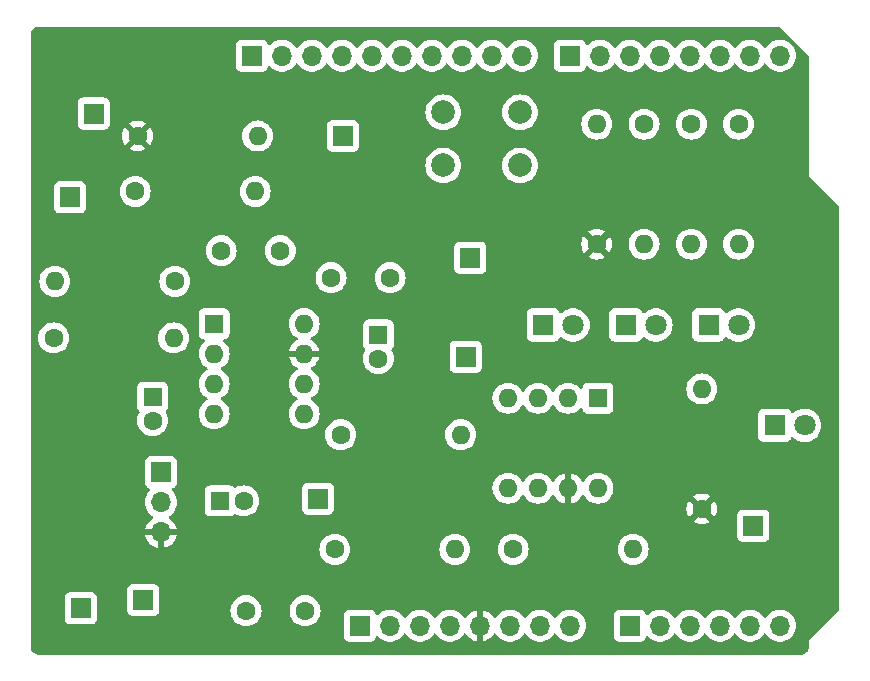
<source format=gbr>
%TF.GenerationSoftware,KiCad,Pcbnew,8.0.1*%
%TF.CreationDate,2024-05-26T17:54:05+02:00*%
%TF.ProjectId,BandPass,42616e64-5061-4737-932e-6b696361645f,v03*%
%TF.SameCoordinates,PX5f5e100PY5f5e100*%
%TF.FileFunction,Copper,L3,Inr*%
%TF.FilePolarity,Positive*%
%FSLAX46Y46*%
G04 Gerber Fmt 4.6, Leading zero omitted, Abs format (unit mm)*
G04 Created by KiCad (PCBNEW 8.0.1) date 2024-05-26 17:54:05*
%MOMM*%
%LPD*%
G01*
G04 APERTURE LIST*
%TA.AperFunction,ComponentPad*%
%ADD10C,1.600000*%
%TD*%
%TA.AperFunction,ComponentPad*%
%ADD11O,1.600000X1.600000*%
%TD*%
%TA.AperFunction,ComponentPad*%
%ADD12R,1.700000X1.700000*%
%TD*%
%TA.AperFunction,ComponentPad*%
%ADD13R,1.600000X1.600000*%
%TD*%
%TA.AperFunction,ComponentPad*%
%ADD14R,1.800000X1.800000*%
%TD*%
%TA.AperFunction,ComponentPad*%
%ADD15C,1.800000*%
%TD*%
%TA.AperFunction,ComponentPad*%
%ADD16C,2.000000*%
%TD*%
%TA.AperFunction,ComponentPad*%
%ADD17O,1.700000X1.700000*%
%TD*%
G04 APERTURE END LIST*
D10*
%TO.N,Net-(C5-Pad2)*%
%TO.C,R6*%
X26320000Y18700000D03*
D11*
%TO.N,Net-(U2--)*%
X36480000Y18700000D03*
%TD*%
D12*
%TO.N,GND*%
%TO.C,Gnd2*%
X4300000Y4000000D03*
%TD*%
%TO.N,Net-(U1-+)*%
%TO.C,VD1*%
X26500000Y44000000D03*
%TD*%
%TO.N,Net-(U2--)*%
%TO.C,Op2_in1*%
X36900000Y25300000D03*
%TD*%
D13*
%TO.N,Net-(C2-Pad1)*%
%TO.C,C2*%
X10400000Y21900000D03*
D10*
%TO.N,Radar*%
X10400000Y19900000D03*
%TD*%
D14*
%TO.N,GND*%
%TO.C,D1*%
X63060000Y19500000D03*
D15*
%TO.N,Net-(D1-A)*%
X65600000Y19500000D03*
%TD*%
D12*
%TO.N,Net-(C3-Pad2)*%
%TO.C,Op1_Out1*%
X37300000Y33700000D03*
%TD*%
D10*
%TO.N,Net-(U1-+)*%
%TO.C,R2*%
X8920000Y39300000D03*
D11*
%TO.N,GND*%
X19080000Y39300000D03*
%TD*%
D10*
%TO.N,Net-(U2--)*%
%TO.C,C6*%
X18300000Y3800000D03*
%TO.N,Net-(C6-Pad2)*%
X23300000Y3800000D03*
%TD*%
%TO.N,+5V*%
%TO.C,R1*%
X9120000Y44000000D03*
D11*
%TO.N,Net-(U1-+)*%
X19280000Y44000000D03*
%TD*%
D10*
%TO.N,Net-(U2--)*%
%TO.C,R7*%
X25820000Y9000000D03*
D11*
%TO.N,Net-(C6-Pad2)*%
X35980000Y9000000D03*
%TD*%
D12*
%TO.N,GND*%
%TO.C,Gnd1*%
X5400000Y45900000D03*
%TD*%
D13*
%TO.N,unconnected-(U2-NC-Pad1)*%
%TO.C,U2*%
X48100000Y21800000D03*
D11*
%TO.N,Net-(U2--)*%
X45560000Y21800000D03*
%TO.N,Net-(U1-+)*%
X43020000Y21800000D03*
%TO.N,GND*%
X40480000Y21800000D03*
%TO.N,unconnected-(U2-NC-Pad5)*%
X40480000Y14180000D03*
%TO.N,Net-(C6-Pad2)*%
X43020000Y14180000D03*
%TO.N,+5V*%
X45560000Y14180000D03*
%TO.N,unconnected-(U2-NC-Pad8)*%
X48100000Y14180000D03*
%TD*%
D14*
%TO.N,GND*%
%TO.C,D4*%
X57460000Y28000000D03*
D15*
%TO.N,Net-(D4-A)*%
X60000000Y28000000D03*
%TD*%
D10*
%TO.N,Net-(C6-Pad2)*%
%TO.C,R8*%
X40920000Y9000000D03*
D11*
%TO.N,VOut*%
X51080000Y9000000D03*
%TD*%
D10*
%TO.N,LED_Yellowo*%
%TO.C,R10*%
X56000000Y45000000D03*
D11*
%TO.N,Net-(D3-A)*%
X56000000Y34840000D03*
%TD*%
D10*
%TO.N,Net-(U1--)*%
%TO.C,R4*%
X12280000Y31700000D03*
D11*
%TO.N,Net-(C3-Pad2)*%
X2120000Y31700000D03*
%TD*%
D12*
%TO.N,Net-(C6-Pad2)*%
%TO.C,Op2_Out1*%
X24400000Y13300000D03*
%TD*%
D13*
%TO.N,Net-(C3-Pad2)*%
%TO.C,C5*%
X29500000Y27155112D03*
D10*
%TO.N,Net-(C5-Pad2)*%
X29500000Y25155112D03*
%TD*%
D12*
%TO.N,Net-(U1--)*%
%TO.C,OP1_in1*%
X3400000Y38800000D03*
%TD*%
D10*
%TO.N,+5V*%
%TO.C,R5*%
X48000000Y34840000D03*
D11*
%TO.N,Push_Buttoni*%
X48000000Y45000000D03*
%TD*%
D14*
%TO.N,GND*%
%TO.C,D2*%
X43460000Y28000000D03*
D15*
%TO.N,Net-(D2-A)*%
X46000000Y28000000D03*
%TD*%
D16*
%TO.N,GND*%
%TO.C,SW1*%
X35000000Y46000000D03*
X41500000Y46000000D03*
%TO.N,Push_Buttoni*%
X35000000Y41500000D03*
X41500000Y41500000D03*
%TD*%
D14*
%TO.N,GND*%
%TO.C,D3*%
X50460000Y28000000D03*
D15*
%TO.N,Net-(D3-A)*%
X53000000Y28000000D03*
%TD*%
D10*
%TO.N,Net-(U1-+)*%
%TO.C,C4*%
X25500000Y32000000D03*
%TO.N,GND*%
X30500000Y32000000D03*
%TD*%
%TO.N,LED_Redo*%
%TO.C,R9*%
X52000000Y45000000D03*
D11*
%TO.N,Net-(D2-A)*%
X52000000Y34840000D03*
%TD*%
D12*
%TO.N,GND*%
%TO.C,J5*%
X11100000Y15525000D03*
D17*
%TO.N,Radar*%
X11100000Y12985000D03*
%TO.N,+5V*%
X11100000Y10445000D03*
%TD*%
D12*
%TO.N,GND*%
%TO.C,Gnd3*%
X61250000Y11000000D03*
%TD*%
D10*
%TO.N,+5V*%
%TO.C,R12*%
X56900000Y12420000D03*
D11*
%TO.N,Net-(D1-A)*%
X56900000Y22580000D03*
%TD*%
D10*
%TO.N,Net-(U1--)*%
%TO.C,C3*%
X21200000Y34300000D03*
%TO.N,Net-(C3-Pad2)*%
X16200000Y34300000D03*
%TD*%
%TO.N,Net-(C2-Pad1)*%
%TO.C,R3*%
X2020000Y26900000D03*
D11*
%TO.N,Net-(U1--)*%
X12180000Y26900000D03*
%TD*%
D12*
%TO.N,Radar*%
%TO.C,Vin1*%
X9600000Y4700000D03*
%TD*%
D10*
%TO.N,LED_Greeno*%
%TO.C,R11*%
X60000000Y45000000D03*
D11*
%TO.N,Net-(D4-A)*%
X60000000Y34840000D03*
%TD*%
D13*
%TO.N,unconnected-(U1-NC-Pad1)*%
%TO.C,U1*%
X15600000Y28100000D03*
D11*
%TO.N,Net-(U1--)*%
X15600000Y25560000D03*
%TO.N,Net-(U1-+)*%
X15600000Y23020000D03*
%TO.N,GND*%
X15600000Y20480000D03*
%TO.N,unconnected-(U1-NC-Pad5)*%
X23220000Y20480000D03*
%TO.N,Net-(C3-Pad2)*%
X23220000Y23020000D03*
%TO.N,+5V*%
X23220000Y25560000D03*
%TO.N,unconnected-(U1-NC-Pad8)*%
X23220000Y28100000D03*
%TD*%
D13*
%TO.N,Net-(U1-+)*%
%TO.C,C1*%
X16100000Y13100000D03*
D10*
%TO.N,GND*%
X18100000Y13100000D03*
%TD*%
D12*
%TO.N,unconnected-(J1-Pin_1-Pad1)*%
%TO.C,J1*%
X27940000Y2540000D03*
D17*
%TO.N,/IOREF*%
X30480000Y2540000D03*
%TO.N,/~{RESET}*%
X33020000Y2540000D03*
%TO.N,unconnected-(J1-Pin_4-Pad4)*%
X35560000Y2540000D03*
%TO.N,+5V*%
X38100000Y2540000D03*
%TO.N,GND*%
X40640000Y2540000D03*
X43180000Y2540000D03*
%TO.N,unconnected-(J1-Pin_8-Pad8)*%
X45720000Y2540000D03*
%TD*%
D12*
%TO.N,VOut*%
%TO.C,J3*%
X50800000Y2540000D03*
D17*
%TO.N,/A1*%
X53340000Y2540000D03*
%TO.N,/A2*%
X55880000Y2540000D03*
%TO.N,/A3*%
X58420000Y2540000D03*
%TO.N,/SDA{slash}A4*%
X60960000Y2540000D03*
%TO.N,/SCL{slash}A5*%
X63500000Y2540000D03*
%TD*%
D12*
%TO.N,unconnected-(J2-Pin_1-Pad1)*%
%TO.C,J2*%
X18796000Y50800000D03*
D17*
%TO.N,unconnected-(J2-Pin_2-Pad2)*%
X21336000Y50800000D03*
%TO.N,/AREF*%
X23876000Y50800000D03*
%TO.N,GND*%
X26416000Y50800000D03*
%TO.N,/13*%
X28956000Y50800000D03*
%TO.N,/12*%
X31496000Y50800000D03*
%TO.N,/\u002A11*%
X34036000Y50800000D03*
%TO.N,/\u002A10*%
X36576000Y50800000D03*
%TO.N,/\u002A9*%
X39116000Y50800000D03*
%TO.N,/8*%
X41656000Y50800000D03*
%TD*%
D12*
%TO.N,Push_Buttoni*%
%TO.C,J4*%
X45720000Y50800000D03*
D17*
%TO.N,LED_Redo*%
X48260000Y50800000D03*
%TO.N,LED_Yellowo*%
X50800000Y50800000D03*
%TO.N,LED_Greeno*%
X53340000Y50800000D03*
%TO.N,/\u002A3*%
X55880000Y50800000D03*
%TO.N,/2*%
X58420000Y50800000D03*
%TO.N,/TX{slash}1*%
X60960000Y50800000D03*
%TO.N,/RX{slash}0*%
X63500000Y50800000D03*
%TD*%
%TA.AperFunction,Conductor*%
%TO.N,+5V*%
G36*
X63484404Y53244815D02*
G01*
X63505046Y53228181D01*
X65928181Y50805046D01*
X65961666Y50743723D01*
X65964500Y50717365D01*
X65964500Y40655018D01*
X65964500Y40624982D01*
X65975994Y40597233D01*
X65975995Y40597232D01*
X68468181Y38105046D01*
X68501666Y38043723D01*
X68504500Y38017365D01*
X68504500Y3892636D01*
X68484815Y3825597D01*
X68468181Y3804955D01*
X65997233Y1334006D01*
X65975995Y1312769D01*
X65964500Y1285018D01*
X65964500Y768093D01*
X65963903Y755938D01*
X65952505Y640222D01*
X65947763Y616382D01*
X65917832Y517710D01*
X65915789Y510976D01*
X65906486Y488518D01*
X65854561Y391373D01*
X65841056Y371161D01*
X65771176Y286012D01*
X65753988Y268824D01*
X65668839Y198944D01*
X65648627Y185439D01*
X65551482Y133514D01*
X65529028Y124213D01*
X65487028Y111472D01*
X65423618Y92237D01*
X65399778Y87495D01*
X65291162Y76797D01*
X65284060Y76097D01*
X65271907Y75500D01*
X768093Y75500D01*
X755939Y76097D01*
X747995Y76880D01*
X640221Y87495D01*
X616381Y92237D01*
X599445Y97375D01*
X510968Y124214D01*
X488517Y133514D01*
X391372Y185439D01*
X371160Y198944D01*
X286011Y268824D01*
X268823Y286012D01*
X198943Y371161D01*
X185438Y391373D01*
X133510Y488524D01*
X124215Y510963D01*
X92234Y616388D01*
X87494Y640223D01*
X76097Y755939D01*
X75500Y768093D01*
X75500Y1641346D01*
X26581500Y1641346D01*
X26588011Y1580798D01*
X26588011Y1580796D01*
X26639111Y1443796D01*
X26726739Y1326739D01*
X26843796Y1239111D01*
X26980799Y1188011D01*
X27008050Y1185082D01*
X27041345Y1181501D01*
X27041362Y1181500D01*
X28838638Y1181500D01*
X28838654Y1181501D01*
X28865692Y1184409D01*
X28899201Y1188011D01*
X29036204Y1239111D01*
X29153261Y1326739D01*
X29240889Y1443796D01*
X29286138Y1565113D01*
X29328009Y1621044D01*
X29393474Y1645461D01*
X29461746Y1630609D01*
X29493545Y1605764D01*
X29556760Y1537094D01*
X29734424Y1398811D01*
X29734425Y1398811D01*
X29734427Y1398809D01*
X29861135Y1330239D01*
X29932426Y1291658D01*
X30145365Y1218556D01*
X30367431Y1181500D01*
X30592569Y1181500D01*
X30814635Y1218556D01*
X31027574Y1291658D01*
X31225576Y1398811D01*
X31403240Y1537094D01*
X31524594Y1668918D01*
X31555715Y1702724D01*
X31555715Y1702725D01*
X31555722Y1702732D01*
X31646193Y1841210D01*
X31699338Y1886563D01*
X31768569Y1895987D01*
X31831905Y1866485D01*
X31853804Y1841213D01*
X31944278Y1702732D01*
X31944283Y1702727D01*
X31944284Y1702724D01*
X32070968Y1565111D01*
X32096760Y1537094D01*
X32274424Y1398811D01*
X32274425Y1398811D01*
X32274427Y1398809D01*
X32401135Y1330239D01*
X32472426Y1291658D01*
X32685365Y1218556D01*
X32907431Y1181500D01*
X33132569Y1181500D01*
X33354635Y1218556D01*
X33567574Y1291658D01*
X33765576Y1398811D01*
X33943240Y1537094D01*
X34064594Y1668918D01*
X34095715Y1702724D01*
X34095715Y1702725D01*
X34095722Y1702732D01*
X34186193Y1841210D01*
X34239338Y1886563D01*
X34308569Y1895987D01*
X34371905Y1866485D01*
X34393804Y1841213D01*
X34484278Y1702732D01*
X34484283Y1702727D01*
X34484284Y1702724D01*
X34610968Y1565111D01*
X34636760Y1537094D01*
X34814424Y1398811D01*
X34814425Y1398811D01*
X34814427Y1398809D01*
X34941135Y1330239D01*
X35012426Y1291658D01*
X35225365Y1218556D01*
X35447431Y1181500D01*
X35672569Y1181500D01*
X35894635Y1218556D01*
X36107574Y1291658D01*
X36305576Y1398811D01*
X36483240Y1537094D01*
X36604594Y1668918D01*
X36635715Y1702724D01*
X36635715Y1702725D01*
X36635722Y1702732D01*
X36729749Y1846653D01*
X36782894Y1892006D01*
X36852125Y1901430D01*
X36915461Y1871928D01*
X36935130Y1849952D01*
X37061890Y1668922D01*
X37228917Y1501895D01*
X37422421Y1366400D01*
X37636507Y1266571D01*
X37636516Y1266567D01*
X37850000Y1209366D01*
X37850000Y2106988D01*
X37907007Y2074075D01*
X38034174Y2040000D01*
X38165826Y2040000D01*
X38292993Y2074075D01*
X38350000Y2106988D01*
X38350000Y1209367D01*
X38563483Y1266567D01*
X38563492Y1266571D01*
X38777578Y1366400D01*
X38971082Y1501895D01*
X39138105Y1668918D01*
X39264868Y1849952D01*
X39319445Y1893577D01*
X39388944Y1900769D01*
X39451298Y1869247D01*
X39470251Y1846650D01*
X39564276Y1702735D01*
X39564284Y1702724D01*
X39690968Y1565111D01*
X39716760Y1537094D01*
X39894424Y1398811D01*
X39894425Y1398811D01*
X39894427Y1398809D01*
X40021135Y1330239D01*
X40092426Y1291658D01*
X40305365Y1218556D01*
X40527431Y1181500D01*
X40752569Y1181500D01*
X40974635Y1218556D01*
X41187574Y1291658D01*
X41385576Y1398811D01*
X41563240Y1537094D01*
X41684594Y1668918D01*
X41715715Y1702724D01*
X41715715Y1702725D01*
X41715722Y1702732D01*
X41806193Y1841210D01*
X41859338Y1886563D01*
X41928569Y1895987D01*
X41991905Y1866485D01*
X42013804Y1841213D01*
X42104278Y1702732D01*
X42104283Y1702727D01*
X42104284Y1702724D01*
X42230968Y1565111D01*
X42256760Y1537094D01*
X42434424Y1398811D01*
X42434425Y1398811D01*
X42434427Y1398809D01*
X42561135Y1330239D01*
X42632426Y1291658D01*
X42845365Y1218556D01*
X43067431Y1181500D01*
X43292569Y1181500D01*
X43514635Y1218556D01*
X43727574Y1291658D01*
X43925576Y1398811D01*
X44103240Y1537094D01*
X44224594Y1668918D01*
X44255715Y1702724D01*
X44255715Y1702725D01*
X44255722Y1702732D01*
X44346193Y1841210D01*
X44399338Y1886563D01*
X44468569Y1895987D01*
X44531905Y1866485D01*
X44553804Y1841213D01*
X44644278Y1702732D01*
X44644283Y1702727D01*
X44644284Y1702724D01*
X44770968Y1565111D01*
X44796760Y1537094D01*
X44974424Y1398811D01*
X44974425Y1398811D01*
X44974427Y1398809D01*
X45101135Y1330239D01*
X45172426Y1291658D01*
X45385365Y1218556D01*
X45607431Y1181500D01*
X45832569Y1181500D01*
X46054635Y1218556D01*
X46267574Y1291658D01*
X46465576Y1398811D01*
X46643240Y1537094D01*
X46739212Y1641346D01*
X49441500Y1641346D01*
X49448011Y1580798D01*
X49448011Y1580796D01*
X49499111Y1443796D01*
X49586739Y1326739D01*
X49703796Y1239111D01*
X49840799Y1188011D01*
X49868050Y1185082D01*
X49901345Y1181501D01*
X49901362Y1181500D01*
X51698638Y1181500D01*
X51698654Y1181501D01*
X51725692Y1184409D01*
X51759201Y1188011D01*
X51896204Y1239111D01*
X52013261Y1326739D01*
X52100889Y1443796D01*
X52146138Y1565113D01*
X52188009Y1621044D01*
X52253474Y1645461D01*
X52321746Y1630609D01*
X52353545Y1605764D01*
X52416760Y1537094D01*
X52594424Y1398811D01*
X52594425Y1398811D01*
X52594427Y1398809D01*
X52721135Y1330239D01*
X52792426Y1291658D01*
X53005365Y1218556D01*
X53227431Y1181500D01*
X53452569Y1181500D01*
X53674635Y1218556D01*
X53887574Y1291658D01*
X54085576Y1398811D01*
X54263240Y1537094D01*
X54384594Y1668918D01*
X54415715Y1702724D01*
X54415715Y1702725D01*
X54415722Y1702732D01*
X54506193Y1841210D01*
X54559338Y1886563D01*
X54628569Y1895987D01*
X54691905Y1866485D01*
X54713804Y1841213D01*
X54804278Y1702732D01*
X54804283Y1702727D01*
X54804284Y1702724D01*
X54930968Y1565111D01*
X54956760Y1537094D01*
X55134424Y1398811D01*
X55134425Y1398811D01*
X55134427Y1398809D01*
X55261135Y1330239D01*
X55332426Y1291658D01*
X55545365Y1218556D01*
X55767431Y1181500D01*
X55992569Y1181500D01*
X56214635Y1218556D01*
X56427574Y1291658D01*
X56625576Y1398811D01*
X56803240Y1537094D01*
X56924594Y1668918D01*
X56955715Y1702724D01*
X56955715Y1702725D01*
X56955722Y1702732D01*
X57046193Y1841210D01*
X57099338Y1886563D01*
X57168569Y1895987D01*
X57231905Y1866485D01*
X57253804Y1841213D01*
X57344278Y1702732D01*
X57344283Y1702727D01*
X57344284Y1702724D01*
X57470968Y1565111D01*
X57496760Y1537094D01*
X57674424Y1398811D01*
X57674425Y1398811D01*
X57674427Y1398809D01*
X57801135Y1330239D01*
X57872426Y1291658D01*
X58085365Y1218556D01*
X58307431Y1181500D01*
X58532569Y1181500D01*
X58754635Y1218556D01*
X58967574Y1291658D01*
X59165576Y1398811D01*
X59343240Y1537094D01*
X59464594Y1668918D01*
X59495715Y1702724D01*
X59495715Y1702725D01*
X59495722Y1702732D01*
X59586193Y1841210D01*
X59639338Y1886563D01*
X59708569Y1895987D01*
X59771905Y1866485D01*
X59793804Y1841213D01*
X59884278Y1702732D01*
X59884283Y1702727D01*
X59884284Y1702724D01*
X60010968Y1565111D01*
X60036760Y1537094D01*
X60214424Y1398811D01*
X60214425Y1398811D01*
X60214427Y1398809D01*
X60341135Y1330239D01*
X60412426Y1291658D01*
X60625365Y1218556D01*
X60847431Y1181500D01*
X61072569Y1181500D01*
X61294635Y1218556D01*
X61507574Y1291658D01*
X61705576Y1398811D01*
X61883240Y1537094D01*
X62004594Y1668918D01*
X62035715Y1702724D01*
X62035715Y1702725D01*
X62035722Y1702732D01*
X62126193Y1841210D01*
X62179338Y1886563D01*
X62248569Y1895987D01*
X62311905Y1866485D01*
X62333804Y1841213D01*
X62424278Y1702732D01*
X62424283Y1702727D01*
X62424284Y1702724D01*
X62550968Y1565111D01*
X62576760Y1537094D01*
X62754424Y1398811D01*
X62754425Y1398811D01*
X62754427Y1398809D01*
X62881135Y1330239D01*
X62952426Y1291658D01*
X63165365Y1218556D01*
X63387431Y1181500D01*
X63612569Y1181500D01*
X63834635Y1218556D01*
X64047574Y1291658D01*
X64245576Y1398811D01*
X64423240Y1537094D01*
X64544594Y1668918D01*
X64575715Y1702724D01*
X64575717Y1702727D01*
X64575722Y1702732D01*
X64698860Y1891209D01*
X64789296Y2097384D01*
X64844564Y2315632D01*
X64847164Y2347007D01*
X64863156Y2539995D01*
X64863156Y2540006D01*
X64844565Y2764360D01*
X64844563Y2764372D01*
X64789296Y2982615D01*
X64779071Y3005925D01*
X64698860Y3188791D01*
X64682706Y3213516D01*
X64599090Y3341501D01*
X64575722Y3377268D01*
X64575719Y3377271D01*
X64575715Y3377277D01*
X64423243Y3542903D01*
X64423238Y3542908D01*
X64245577Y3681188D01*
X64245572Y3681192D01*
X64047580Y3788339D01*
X64047577Y3788341D01*
X64047574Y3788342D01*
X64047571Y3788343D01*
X64047569Y3788344D01*
X63834637Y3861444D01*
X63612569Y3898500D01*
X63387431Y3898500D01*
X63165362Y3861444D01*
X62952430Y3788344D01*
X62952419Y3788339D01*
X62754427Y3681192D01*
X62754422Y3681188D01*
X62576761Y3542908D01*
X62576756Y3542903D01*
X62424284Y3377277D01*
X62424276Y3377266D01*
X62333808Y3238794D01*
X62280662Y3193438D01*
X62211431Y3184014D01*
X62148095Y3213516D01*
X62126192Y3238794D01*
X62059090Y3341501D01*
X62035722Y3377268D01*
X62035719Y3377271D01*
X62035715Y3377277D01*
X61883243Y3542903D01*
X61883238Y3542908D01*
X61705577Y3681188D01*
X61705572Y3681192D01*
X61507580Y3788339D01*
X61507577Y3788341D01*
X61507574Y3788342D01*
X61507571Y3788343D01*
X61507569Y3788344D01*
X61294637Y3861444D01*
X61072569Y3898500D01*
X60847431Y3898500D01*
X60625362Y3861444D01*
X60412430Y3788344D01*
X60412419Y3788339D01*
X60214427Y3681192D01*
X60214422Y3681188D01*
X60036761Y3542908D01*
X60036756Y3542903D01*
X59884284Y3377277D01*
X59884276Y3377266D01*
X59793808Y3238794D01*
X59740662Y3193438D01*
X59671431Y3184014D01*
X59608095Y3213516D01*
X59586192Y3238794D01*
X59519090Y3341501D01*
X59495722Y3377268D01*
X59495719Y3377271D01*
X59495715Y3377277D01*
X59343243Y3542903D01*
X59343238Y3542908D01*
X59165577Y3681188D01*
X59165572Y3681192D01*
X58967580Y3788339D01*
X58967577Y3788341D01*
X58967574Y3788342D01*
X58967571Y3788343D01*
X58967569Y3788344D01*
X58754637Y3861444D01*
X58532569Y3898500D01*
X58307431Y3898500D01*
X58085362Y3861444D01*
X57872430Y3788344D01*
X57872419Y3788339D01*
X57674427Y3681192D01*
X57674422Y3681188D01*
X57496761Y3542908D01*
X57496756Y3542903D01*
X57344284Y3377277D01*
X57344276Y3377266D01*
X57253808Y3238794D01*
X57200662Y3193438D01*
X57131431Y3184014D01*
X57068095Y3213516D01*
X57046192Y3238794D01*
X56979090Y3341501D01*
X56955722Y3377268D01*
X56955719Y3377271D01*
X56955715Y3377277D01*
X56803243Y3542903D01*
X56803238Y3542908D01*
X56625577Y3681188D01*
X56625572Y3681192D01*
X56427580Y3788339D01*
X56427577Y3788341D01*
X56427574Y3788342D01*
X56427571Y3788343D01*
X56427569Y3788344D01*
X56214637Y3861444D01*
X55992569Y3898500D01*
X55767431Y3898500D01*
X55545362Y3861444D01*
X55332430Y3788344D01*
X55332419Y3788339D01*
X55134427Y3681192D01*
X55134422Y3681188D01*
X54956761Y3542908D01*
X54956756Y3542903D01*
X54804284Y3377277D01*
X54804276Y3377266D01*
X54713808Y3238794D01*
X54660662Y3193438D01*
X54591431Y3184014D01*
X54528095Y3213516D01*
X54506192Y3238794D01*
X54439090Y3341501D01*
X54415722Y3377268D01*
X54415719Y3377271D01*
X54415715Y3377277D01*
X54263243Y3542903D01*
X54263238Y3542908D01*
X54085577Y3681188D01*
X54085572Y3681192D01*
X53887580Y3788339D01*
X53887577Y3788341D01*
X53887574Y3788342D01*
X53887571Y3788343D01*
X53887569Y3788344D01*
X53674637Y3861444D01*
X53452569Y3898500D01*
X53227431Y3898500D01*
X53005362Y3861444D01*
X52792430Y3788344D01*
X52792419Y3788339D01*
X52594427Y3681192D01*
X52594422Y3681188D01*
X52416761Y3542908D01*
X52353548Y3474240D01*
X52293661Y3438250D01*
X52223823Y3440351D01*
X52166207Y3479876D01*
X52146138Y3514890D01*
X52100889Y3636204D01*
X52067214Y3681188D01*
X52013261Y3753261D01*
X51896204Y3840889D01*
X51895172Y3841274D01*
X51759203Y3891989D01*
X51698654Y3898500D01*
X51698638Y3898500D01*
X49901362Y3898500D01*
X49901345Y3898500D01*
X49840797Y3891989D01*
X49840795Y3891989D01*
X49703795Y3840889D01*
X49586739Y3753261D01*
X49499111Y3636205D01*
X49448011Y3499205D01*
X49448011Y3499203D01*
X49441500Y3438655D01*
X49441500Y1641346D01*
X46739212Y1641346D01*
X46764594Y1668918D01*
X46795715Y1702724D01*
X46795717Y1702727D01*
X46795722Y1702732D01*
X46918860Y1891209D01*
X47009296Y2097384D01*
X47064564Y2315632D01*
X47067164Y2347007D01*
X47083156Y2539995D01*
X47083156Y2540006D01*
X47064565Y2764360D01*
X47064563Y2764372D01*
X47009296Y2982615D01*
X46999071Y3005925D01*
X46918860Y3188791D01*
X46902706Y3213516D01*
X46819090Y3341501D01*
X46795722Y3377268D01*
X46795719Y3377271D01*
X46795715Y3377277D01*
X46643243Y3542903D01*
X46643238Y3542908D01*
X46465577Y3681188D01*
X46465572Y3681192D01*
X46267580Y3788339D01*
X46267577Y3788341D01*
X46267574Y3788342D01*
X46267571Y3788343D01*
X46267569Y3788344D01*
X46054637Y3861444D01*
X45832569Y3898500D01*
X45607431Y3898500D01*
X45385362Y3861444D01*
X45172430Y3788344D01*
X45172419Y3788339D01*
X44974427Y3681192D01*
X44974422Y3681188D01*
X44796761Y3542908D01*
X44796756Y3542903D01*
X44644284Y3377277D01*
X44644276Y3377266D01*
X44553808Y3238794D01*
X44500662Y3193438D01*
X44431431Y3184014D01*
X44368095Y3213516D01*
X44346192Y3238794D01*
X44279090Y3341501D01*
X44255722Y3377268D01*
X44255719Y3377271D01*
X44255715Y3377277D01*
X44103243Y3542903D01*
X44103238Y3542908D01*
X43925577Y3681188D01*
X43925572Y3681192D01*
X43727580Y3788339D01*
X43727577Y3788341D01*
X43727574Y3788342D01*
X43727571Y3788343D01*
X43727569Y3788344D01*
X43514637Y3861444D01*
X43292569Y3898500D01*
X43067431Y3898500D01*
X42845362Y3861444D01*
X42632430Y3788344D01*
X42632419Y3788339D01*
X42434427Y3681192D01*
X42434422Y3681188D01*
X42256761Y3542908D01*
X42256756Y3542903D01*
X42104284Y3377277D01*
X42104276Y3377266D01*
X42013808Y3238794D01*
X41960662Y3193438D01*
X41891431Y3184014D01*
X41828095Y3213516D01*
X41806192Y3238794D01*
X41739090Y3341501D01*
X41715722Y3377268D01*
X41715719Y3377271D01*
X41715715Y3377277D01*
X41563243Y3542903D01*
X41563238Y3542908D01*
X41385577Y3681188D01*
X41385572Y3681192D01*
X41187580Y3788339D01*
X41187577Y3788341D01*
X41187574Y3788342D01*
X41187571Y3788343D01*
X41187569Y3788344D01*
X40974637Y3861444D01*
X40752569Y3898500D01*
X40527431Y3898500D01*
X40305362Y3861444D01*
X40092430Y3788344D01*
X40092419Y3788339D01*
X39894427Y3681192D01*
X39894422Y3681188D01*
X39716761Y3542908D01*
X39716756Y3542903D01*
X39564284Y3377277D01*
X39564276Y3377266D01*
X39470251Y3233350D01*
X39417105Y3187993D01*
X39347873Y3178570D01*
X39284538Y3208072D01*
X39264868Y3230049D01*
X39138113Y3411074D01*
X39138108Y3411080D01*
X38971082Y3578106D01*
X38777578Y3713601D01*
X38563492Y3813430D01*
X38563486Y3813433D01*
X38350000Y3870636D01*
X38350000Y2973012D01*
X38292993Y3005925D01*
X38165826Y3040000D01*
X38034174Y3040000D01*
X37907007Y3005925D01*
X37850000Y2973012D01*
X37850000Y3870636D01*
X37849999Y3870636D01*
X37636513Y3813433D01*
X37636507Y3813430D01*
X37422422Y3713601D01*
X37422420Y3713600D01*
X37228926Y3578114D01*
X37228920Y3578109D01*
X37061891Y3411080D01*
X37061890Y3411078D01*
X36935131Y3230048D01*
X36880554Y3186423D01*
X36811055Y3179231D01*
X36748701Y3210753D01*
X36729752Y3233344D01*
X36635722Y3377268D01*
X36635715Y3377275D01*
X36635715Y3377277D01*
X36483243Y3542903D01*
X36483238Y3542908D01*
X36305577Y3681188D01*
X36305572Y3681192D01*
X36107580Y3788339D01*
X36107577Y3788341D01*
X36107574Y3788342D01*
X36107571Y3788343D01*
X36107569Y3788344D01*
X35894637Y3861444D01*
X35672569Y3898500D01*
X35447431Y3898500D01*
X35225362Y3861444D01*
X35012430Y3788344D01*
X35012419Y3788339D01*
X34814427Y3681192D01*
X34814422Y3681188D01*
X34636761Y3542908D01*
X34636756Y3542903D01*
X34484284Y3377277D01*
X34484276Y3377266D01*
X34393808Y3238794D01*
X34340662Y3193438D01*
X34271431Y3184014D01*
X34208095Y3213516D01*
X34186192Y3238794D01*
X34119090Y3341501D01*
X34095722Y3377268D01*
X34095719Y3377271D01*
X34095715Y3377277D01*
X33943243Y3542903D01*
X33943238Y3542908D01*
X33765577Y3681188D01*
X33765572Y3681192D01*
X33567580Y3788339D01*
X33567577Y3788341D01*
X33567574Y3788342D01*
X33567571Y3788343D01*
X33567569Y3788344D01*
X33354637Y3861444D01*
X33132569Y3898500D01*
X32907431Y3898500D01*
X32685362Y3861444D01*
X32472430Y3788344D01*
X32472419Y3788339D01*
X32274427Y3681192D01*
X32274422Y3681188D01*
X32096761Y3542908D01*
X32096756Y3542903D01*
X31944284Y3377277D01*
X31944276Y3377266D01*
X31853808Y3238794D01*
X31800662Y3193438D01*
X31731431Y3184014D01*
X31668095Y3213516D01*
X31646192Y3238794D01*
X31579090Y3341501D01*
X31555722Y3377268D01*
X31555719Y3377271D01*
X31555715Y3377277D01*
X31403243Y3542903D01*
X31403238Y3542908D01*
X31225577Y3681188D01*
X31225572Y3681192D01*
X31027580Y3788339D01*
X31027577Y3788341D01*
X31027574Y3788342D01*
X31027571Y3788343D01*
X31027569Y3788344D01*
X30814637Y3861444D01*
X30592569Y3898500D01*
X30367431Y3898500D01*
X30145362Y3861444D01*
X29932430Y3788344D01*
X29932419Y3788339D01*
X29734427Y3681192D01*
X29734422Y3681188D01*
X29556761Y3542908D01*
X29493548Y3474240D01*
X29433661Y3438250D01*
X29363823Y3440351D01*
X29306207Y3479876D01*
X29286138Y3514890D01*
X29240889Y3636204D01*
X29207214Y3681188D01*
X29153261Y3753261D01*
X29036204Y3840889D01*
X29035172Y3841274D01*
X28899203Y3891989D01*
X28838654Y3898500D01*
X28838638Y3898500D01*
X27041362Y3898500D01*
X27041345Y3898500D01*
X26980797Y3891989D01*
X26980795Y3891989D01*
X26843795Y3840889D01*
X26726739Y3753261D01*
X26639111Y3636205D01*
X26588011Y3499205D01*
X26588011Y3499203D01*
X26581500Y3438655D01*
X26581500Y1641346D01*
X75500Y1641346D01*
X75500Y3101346D01*
X2941500Y3101346D01*
X2948011Y3040798D01*
X2948011Y3040796D01*
X2999111Y2903796D01*
X3086739Y2786739D01*
X3203796Y2699111D01*
X3340799Y2648011D01*
X3368050Y2645082D01*
X3401345Y2641501D01*
X3401362Y2641500D01*
X5198638Y2641500D01*
X5198654Y2641501D01*
X5225692Y2644409D01*
X5259201Y2648011D01*
X5396204Y2699111D01*
X5513261Y2786739D01*
X5600889Y2903796D01*
X5651989Y3040799D01*
X5655591Y3074308D01*
X5658499Y3101346D01*
X5658500Y3101363D01*
X5658500Y3801346D01*
X8241500Y3801346D01*
X8248011Y3740798D01*
X8248011Y3740796D01*
X8287023Y3636205D01*
X8299111Y3603796D01*
X8386739Y3486739D01*
X8503796Y3399111D01*
X8640799Y3348011D01*
X8668050Y3345082D01*
X8701345Y3341501D01*
X8701362Y3341500D01*
X10498638Y3341500D01*
X10498654Y3341501D01*
X10525692Y3344409D01*
X10559201Y3348011D01*
X10696204Y3399111D01*
X10813261Y3486739D01*
X10900889Y3603796D01*
X10951989Y3740799D01*
X10957100Y3788339D01*
X10958354Y3799999D01*
X16986502Y3799999D01*
X17006456Y3571919D01*
X17006457Y3571911D01*
X17065714Y3350762D01*
X17065718Y3350751D01*
X17162475Y3143255D01*
X17162477Y3143251D01*
X17293802Y2955700D01*
X17455700Y2793802D01*
X17643251Y2662477D01*
X17688237Y2641500D01*
X17850750Y2565719D01*
X17850752Y2565719D01*
X17850757Y2565716D01*
X18071913Y2506457D01*
X18234832Y2492204D01*
X18299998Y2486502D01*
X18300000Y2486502D01*
X18300002Y2486502D01*
X18357021Y2491491D01*
X18528087Y2506457D01*
X18749243Y2565716D01*
X18956749Y2662477D01*
X19144300Y2793802D01*
X19306198Y2955700D01*
X19437523Y3143251D01*
X19534284Y3350757D01*
X19593543Y3571913D01*
X19613498Y3799999D01*
X21986502Y3799999D01*
X22006456Y3571919D01*
X22006457Y3571911D01*
X22065714Y3350762D01*
X22065718Y3350751D01*
X22162475Y3143255D01*
X22162477Y3143251D01*
X22293802Y2955700D01*
X22455700Y2793802D01*
X22643251Y2662477D01*
X22688237Y2641500D01*
X22850750Y2565719D01*
X22850752Y2565719D01*
X22850757Y2565716D01*
X23071913Y2506457D01*
X23234832Y2492204D01*
X23299998Y2486502D01*
X23300000Y2486502D01*
X23300002Y2486502D01*
X23357021Y2491491D01*
X23528087Y2506457D01*
X23749243Y2565716D01*
X23956749Y2662477D01*
X24144300Y2793802D01*
X24306198Y2955700D01*
X24437523Y3143251D01*
X24534284Y3350757D01*
X24593543Y3571913D01*
X24613498Y3800000D01*
X24613064Y3804955D01*
X24593543Y4028082D01*
X24593543Y4028087D01*
X24534284Y4249243D01*
X24437523Y4456749D01*
X24306198Y4644300D01*
X24144300Y4806198D01*
X23956749Y4937523D01*
X23956745Y4937525D01*
X23749249Y5034282D01*
X23749238Y5034286D01*
X23528089Y5093543D01*
X23528081Y5093544D01*
X23300002Y5113498D01*
X23299998Y5113498D01*
X23071918Y5093544D01*
X23071910Y5093543D01*
X22850761Y5034286D01*
X22850750Y5034282D01*
X22643254Y4937525D01*
X22643252Y4937524D01*
X22643251Y4937523D01*
X22455700Y4806198D01*
X22455698Y4806197D01*
X22455695Y4806194D01*
X22293806Y4644305D01*
X22162476Y4456748D01*
X22162475Y4456746D01*
X22065718Y4249250D01*
X22065714Y4249239D01*
X22006457Y4028090D01*
X22006456Y4028082D01*
X21986502Y3800002D01*
X21986502Y3799999D01*
X19613498Y3799999D01*
X19613498Y3800000D01*
X19613064Y3804955D01*
X19593543Y4028082D01*
X19593543Y4028087D01*
X19534284Y4249243D01*
X19437523Y4456749D01*
X19306198Y4644300D01*
X19144300Y4806198D01*
X18956749Y4937523D01*
X18956745Y4937525D01*
X18749249Y5034282D01*
X18749238Y5034286D01*
X18528089Y5093543D01*
X18528081Y5093544D01*
X18300002Y5113498D01*
X18299998Y5113498D01*
X18071918Y5093544D01*
X18071910Y5093543D01*
X17850761Y5034286D01*
X17850750Y5034282D01*
X17643254Y4937525D01*
X17643252Y4937524D01*
X17643251Y4937523D01*
X17455700Y4806198D01*
X17455698Y4806197D01*
X17455695Y4806194D01*
X17293806Y4644305D01*
X17162476Y4456748D01*
X17162475Y4456746D01*
X17065718Y4249250D01*
X17065714Y4249239D01*
X17006457Y4028090D01*
X17006456Y4028082D01*
X16986502Y3800002D01*
X16986502Y3799999D01*
X10958354Y3799999D01*
X10958499Y3801346D01*
X10958500Y3801363D01*
X10958500Y5598638D01*
X10958499Y5598655D01*
X10955157Y5629730D01*
X10951989Y5659201D01*
X10900889Y5796204D01*
X10813261Y5913261D01*
X10696204Y6000889D01*
X10559203Y6051989D01*
X10498654Y6058500D01*
X10498638Y6058500D01*
X8701362Y6058500D01*
X8701345Y6058500D01*
X8640797Y6051989D01*
X8640795Y6051989D01*
X8503795Y6000889D01*
X8386739Y5913261D01*
X8299111Y5796205D01*
X8248011Y5659205D01*
X8248011Y5659203D01*
X8241500Y5598655D01*
X8241500Y3801346D01*
X5658500Y3801346D01*
X5658500Y4898638D01*
X5658499Y4898655D01*
X5655157Y4929730D01*
X5651989Y4959201D01*
X5600889Y5096204D01*
X5513261Y5213261D01*
X5396204Y5300889D01*
X5259203Y5351989D01*
X5198654Y5358500D01*
X5198638Y5358500D01*
X3401362Y5358500D01*
X3401345Y5358500D01*
X3340797Y5351989D01*
X3340795Y5351989D01*
X3203795Y5300889D01*
X3086739Y5213261D01*
X2999111Y5096205D01*
X2948011Y4959205D01*
X2948011Y4959203D01*
X2941500Y4898655D01*
X2941500Y3101346D01*
X75500Y3101346D01*
X75500Y8999999D01*
X24506502Y8999999D01*
X24526456Y8771919D01*
X24526457Y8771911D01*
X24585714Y8550762D01*
X24585718Y8550751D01*
X24682475Y8343255D01*
X24682477Y8343251D01*
X24813802Y8155700D01*
X24975700Y7993802D01*
X25163251Y7862477D01*
X25288091Y7804264D01*
X25370750Y7765719D01*
X25370752Y7765719D01*
X25370757Y7765716D01*
X25591913Y7706457D01*
X25754832Y7692204D01*
X25819998Y7686502D01*
X25820000Y7686502D01*
X25820002Y7686502D01*
X25877021Y7691491D01*
X26048087Y7706457D01*
X26269243Y7765716D01*
X26476749Y7862477D01*
X26664300Y7993802D01*
X26826198Y8155700D01*
X26957523Y8343251D01*
X27054284Y8550757D01*
X27113543Y8771913D01*
X27133498Y8999999D01*
X34666502Y8999999D01*
X34686456Y8771919D01*
X34686457Y8771911D01*
X34745714Y8550762D01*
X34745718Y8550751D01*
X34842475Y8343255D01*
X34842477Y8343251D01*
X34973802Y8155700D01*
X35135700Y7993802D01*
X35323251Y7862477D01*
X35448091Y7804264D01*
X35530750Y7765719D01*
X35530752Y7765719D01*
X35530757Y7765716D01*
X35751913Y7706457D01*
X35914832Y7692204D01*
X35979998Y7686502D01*
X35980000Y7686502D01*
X35980002Y7686502D01*
X36037021Y7691491D01*
X36208087Y7706457D01*
X36429243Y7765716D01*
X36636749Y7862477D01*
X36824300Y7993802D01*
X36986198Y8155700D01*
X37117523Y8343251D01*
X37214284Y8550757D01*
X37273543Y8771913D01*
X37293498Y8999999D01*
X39606502Y8999999D01*
X39626456Y8771919D01*
X39626457Y8771911D01*
X39685714Y8550762D01*
X39685718Y8550751D01*
X39782475Y8343255D01*
X39782477Y8343251D01*
X39913802Y8155700D01*
X40075700Y7993802D01*
X40263251Y7862477D01*
X40388091Y7804264D01*
X40470750Y7765719D01*
X40470752Y7765719D01*
X40470757Y7765716D01*
X40691913Y7706457D01*
X40854832Y7692204D01*
X40919998Y7686502D01*
X40920000Y7686502D01*
X40920002Y7686502D01*
X40977021Y7691491D01*
X41148087Y7706457D01*
X41369243Y7765716D01*
X41576749Y7862477D01*
X41764300Y7993802D01*
X41926198Y8155700D01*
X42057523Y8343251D01*
X42154284Y8550757D01*
X42213543Y8771913D01*
X42233498Y8999999D01*
X49766502Y8999999D01*
X49786456Y8771919D01*
X49786457Y8771911D01*
X49845714Y8550762D01*
X49845718Y8550751D01*
X49942475Y8343255D01*
X49942477Y8343251D01*
X50073802Y8155700D01*
X50235700Y7993802D01*
X50423251Y7862477D01*
X50548091Y7804264D01*
X50630750Y7765719D01*
X50630752Y7765719D01*
X50630757Y7765716D01*
X50851913Y7706457D01*
X51014832Y7692204D01*
X51079998Y7686502D01*
X51080000Y7686502D01*
X51080002Y7686502D01*
X51137021Y7691491D01*
X51308087Y7706457D01*
X51529243Y7765716D01*
X51736749Y7862477D01*
X51924300Y7993802D01*
X52086198Y8155700D01*
X52217523Y8343251D01*
X52314284Y8550757D01*
X52373543Y8771913D01*
X52393498Y9000000D01*
X52373543Y9228087D01*
X52314284Y9449243D01*
X52217523Y9656749D01*
X52086198Y9844300D01*
X51924300Y10006198D01*
X51788415Y10101346D01*
X59891500Y10101346D01*
X59898011Y10040798D01*
X59898011Y10040796D01*
X59949111Y9903796D01*
X60036739Y9786739D01*
X60153796Y9699111D01*
X60290799Y9648011D01*
X60318050Y9645082D01*
X60351345Y9641501D01*
X60351362Y9641500D01*
X62148638Y9641500D01*
X62148654Y9641501D01*
X62175692Y9644409D01*
X62209201Y9648011D01*
X62346204Y9699111D01*
X62463261Y9786739D01*
X62550889Y9903796D01*
X62601989Y10040799D01*
X62605591Y10074308D01*
X62608499Y10101346D01*
X62608500Y10101363D01*
X62608500Y11898638D01*
X62608499Y11898655D01*
X62603192Y11948011D01*
X62601989Y11959201D01*
X62600767Y11962476D01*
X62569145Y12047259D01*
X62550889Y12096204D01*
X62463261Y12213261D01*
X62346204Y12300889D01*
X62209203Y12351989D01*
X62148654Y12358500D01*
X62148638Y12358500D01*
X60351362Y12358500D01*
X60351345Y12358500D01*
X60290797Y12351989D01*
X60290795Y12351989D01*
X60153795Y12300889D01*
X60036739Y12213261D01*
X59949111Y12096205D01*
X59898011Y11959205D01*
X59898011Y11959203D01*
X59891500Y11898655D01*
X59891500Y10101346D01*
X51788415Y10101346D01*
X51736749Y10137523D01*
X51735741Y10137993D01*
X51529249Y10234282D01*
X51529238Y10234286D01*
X51308089Y10293543D01*
X51308081Y10293544D01*
X51080002Y10313498D01*
X51079998Y10313498D01*
X50851918Y10293544D01*
X50851910Y10293543D01*
X50630761Y10234286D01*
X50630750Y10234282D01*
X50423254Y10137525D01*
X50423252Y10137524D01*
X50423251Y10137523D01*
X50235700Y10006198D01*
X50235698Y10006197D01*
X50235695Y10006194D01*
X50073806Y9844305D01*
X49942476Y9656748D01*
X49942475Y9656746D01*
X49845718Y9449250D01*
X49845714Y9449239D01*
X49786457Y9228090D01*
X49786456Y9228082D01*
X49766502Y9000002D01*
X49766502Y8999999D01*
X42233498Y8999999D01*
X42233498Y9000000D01*
X42213543Y9228087D01*
X42154284Y9449243D01*
X42057523Y9656749D01*
X41926198Y9844300D01*
X41764300Y10006198D01*
X41576749Y10137523D01*
X41575741Y10137993D01*
X41369249Y10234282D01*
X41369238Y10234286D01*
X41148089Y10293543D01*
X41148081Y10293544D01*
X40920002Y10313498D01*
X40919998Y10313498D01*
X40691918Y10293544D01*
X40691910Y10293543D01*
X40470761Y10234286D01*
X40470750Y10234282D01*
X40263254Y10137525D01*
X40263252Y10137524D01*
X40263251Y10137523D01*
X40075700Y10006198D01*
X40075698Y10006197D01*
X40075695Y10006194D01*
X39913806Y9844305D01*
X39782476Y9656748D01*
X39782475Y9656746D01*
X39685718Y9449250D01*
X39685714Y9449239D01*
X39626457Y9228090D01*
X39626456Y9228082D01*
X39606502Y9000002D01*
X39606502Y8999999D01*
X37293498Y8999999D01*
X37293498Y9000000D01*
X37273543Y9228087D01*
X37214284Y9449243D01*
X37117523Y9656749D01*
X36986198Y9844300D01*
X36824300Y10006198D01*
X36636749Y10137523D01*
X36635741Y10137993D01*
X36429249Y10234282D01*
X36429238Y10234286D01*
X36208089Y10293543D01*
X36208081Y10293544D01*
X35980002Y10313498D01*
X35979998Y10313498D01*
X35751918Y10293544D01*
X35751910Y10293543D01*
X35530761Y10234286D01*
X35530750Y10234282D01*
X35323254Y10137525D01*
X35323252Y10137524D01*
X35323251Y10137523D01*
X35135700Y10006198D01*
X35135698Y10006197D01*
X35135695Y10006194D01*
X34973806Y9844305D01*
X34842476Y9656748D01*
X34842475Y9656746D01*
X34745718Y9449250D01*
X34745714Y9449239D01*
X34686457Y9228090D01*
X34686456Y9228082D01*
X34666502Y9000002D01*
X34666502Y8999999D01*
X27133498Y8999999D01*
X27133498Y9000000D01*
X27113543Y9228087D01*
X27054284Y9449243D01*
X26957523Y9656749D01*
X26826198Y9844300D01*
X26664300Y10006198D01*
X26476749Y10137523D01*
X26475741Y10137993D01*
X26269249Y10234282D01*
X26269238Y10234286D01*
X26048089Y10293543D01*
X26048081Y10293544D01*
X25820002Y10313498D01*
X25819998Y10313498D01*
X25591918Y10293544D01*
X25591910Y10293543D01*
X25370761Y10234286D01*
X25370750Y10234282D01*
X25163254Y10137525D01*
X25163252Y10137524D01*
X25163251Y10137523D01*
X24975700Y10006198D01*
X24975698Y10006197D01*
X24975695Y10006194D01*
X24813806Y9844305D01*
X24682476Y9656748D01*
X24682475Y9656746D01*
X24585718Y9449250D01*
X24585714Y9449239D01*
X24526457Y9228090D01*
X24526456Y9228082D01*
X24506502Y9000002D01*
X24506502Y8999999D01*
X75500Y8999999D01*
X75500Y12984995D01*
X9736844Y12984995D01*
X9755434Y12760641D01*
X9755436Y12760629D01*
X9810703Y12542386D01*
X9901140Y12336208D01*
X10024276Y12147735D01*
X10024284Y12147724D01*
X10176756Y11982098D01*
X10176761Y11982093D01*
X10227384Y11942691D01*
X10354424Y11843811D01*
X10397693Y11820395D01*
X10397695Y11820394D01*
X10447286Y11771175D01*
X10462394Y11702958D01*
X10438224Y11637403D01*
X10409802Y11609764D01*
X10228922Y11483110D01*
X10228920Y11483109D01*
X10061891Y11316080D01*
X10061886Y11316074D01*
X9926400Y11122580D01*
X9926399Y11122578D01*
X9826570Y10908493D01*
X9826567Y10908487D01*
X9769364Y10695001D01*
X9769364Y10695000D01*
X10666988Y10695000D01*
X10634075Y10637993D01*
X10600000Y10510826D01*
X10600000Y10379174D01*
X10634075Y10252007D01*
X10666988Y10195000D01*
X9769364Y10195000D01*
X9826567Y9981514D01*
X9826570Y9981508D01*
X9926399Y9767422D01*
X10061894Y9573918D01*
X10228917Y9406895D01*
X10422421Y9271400D01*
X10636507Y9171571D01*
X10636516Y9171567D01*
X10850000Y9114366D01*
X10850000Y10011988D01*
X10907007Y9979075D01*
X11034174Y9945000D01*
X11165826Y9945000D01*
X11292993Y9979075D01*
X11350000Y10011988D01*
X11350000Y9114367D01*
X11563483Y9171567D01*
X11563492Y9171571D01*
X11777578Y9271400D01*
X11971082Y9406895D01*
X12138105Y9573918D01*
X12273600Y9767422D01*
X12373429Y9981508D01*
X12373432Y9981514D01*
X12430636Y10195000D01*
X11533012Y10195000D01*
X11565925Y10252007D01*
X11600000Y10379174D01*
X11600000Y10510826D01*
X11565925Y10637993D01*
X11533012Y10695000D01*
X12430636Y10695000D01*
X12430635Y10695001D01*
X12373432Y10908487D01*
X12373429Y10908493D01*
X12273600Y11122578D01*
X12273599Y11122580D01*
X12138113Y11316074D01*
X12138108Y11316080D01*
X11971082Y11483106D01*
X11790197Y11609764D01*
X11746572Y11664341D01*
X11739380Y11733840D01*
X11770902Y11796194D01*
X11802300Y11820392D01*
X11845576Y11843811D01*
X12023240Y11982094D01*
X12175722Y12147732D01*
X12243416Y12251346D01*
X14791500Y12251346D01*
X14798011Y12190798D01*
X14798011Y12190796D01*
X14834189Y12093802D01*
X14849111Y12053796D01*
X14936739Y11936739D01*
X15053796Y11849111D01*
X15190799Y11798011D01*
X15218050Y11795082D01*
X15251345Y11791501D01*
X15251362Y11791500D01*
X16948638Y11791500D01*
X16948654Y11791501D01*
X16975692Y11794409D01*
X17009201Y11798011D01*
X17146204Y11849111D01*
X17263261Y11936739D01*
X17265808Y11940142D01*
X17269212Y11942691D01*
X17269536Y11943014D01*
X17269582Y11942968D01*
X17321737Y11982016D01*
X17391428Y11987005D01*
X17436200Y11967414D01*
X17443249Y11962478D01*
X17443250Y11962478D01*
X17443251Y11962477D01*
X17498445Y11936740D01*
X17650750Y11865719D01*
X17650752Y11865719D01*
X17650757Y11865716D01*
X17871913Y11806457D01*
X18034832Y11792204D01*
X18099998Y11786502D01*
X18100000Y11786502D01*
X18100002Y11786502D01*
X18157139Y11791501D01*
X18328087Y11806457D01*
X18549243Y11865716D01*
X18756749Y11962477D01*
X18944300Y12093802D01*
X19106198Y12255700D01*
X19208181Y12401346D01*
X23041500Y12401346D01*
X23048011Y12340798D01*
X23048011Y12340796D01*
X23095581Y12213261D01*
X23099111Y12203796D01*
X23186739Y12086739D01*
X23303796Y11999111D01*
X23440799Y11948011D01*
X23468050Y11945082D01*
X23501345Y11941501D01*
X23501362Y11941500D01*
X25298638Y11941500D01*
X25298654Y11941501D01*
X25325692Y11944409D01*
X25359201Y11948011D01*
X25496204Y11999111D01*
X25613261Y12086739D01*
X25700889Y12203796D01*
X25751989Y12340799D01*
X25755591Y12374308D01*
X25758499Y12401346D01*
X25758500Y12401363D01*
X25758500Y12419998D01*
X55595034Y12419998D01*
X55614858Y12193401D01*
X55614860Y12193390D01*
X55673730Y11973683D01*
X55673735Y11973669D01*
X55769863Y11767522D01*
X55820974Y11694528D01*
X56500000Y12373554D01*
X56500000Y12367339D01*
X56527259Y12265606D01*
X56579920Y12174394D01*
X56654394Y12099920D01*
X56745606Y12047259D01*
X56847339Y12020000D01*
X56853553Y12020000D01*
X56174526Y11340975D01*
X56247513Y11289868D01*
X56247521Y11289864D01*
X56453668Y11193736D01*
X56453682Y11193731D01*
X56673389Y11134861D01*
X56673400Y11134859D01*
X56899998Y11115034D01*
X56900002Y11115034D01*
X57126599Y11134859D01*
X57126610Y11134861D01*
X57346317Y11193731D01*
X57346331Y11193736D01*
X57552478Y11289864D01*
X57625471Y11340976D01*
X56946447Y12020000D01*
X56952661Y12020000D01*
X57054394Y12047259D01*
X57145606Y12099920D01*
X57220080Y12174394D01*
X57272741Y12265606D01*
X57300000Y12367339D01*
X57300000Y12373553D01*
X57979024Y11694529D01*
X58030136Y11767522D01*
X58126264Y11973669D01*
X58126269Y11973683D01*
X58185139Y12193390D01*
X58185141Y12193401D01*
X58204966Y12419998D01*
X58204966Y12420003D01*
X58185141Y12646600D01*
X58185139Y12646611D01*
X58126269Y12866318D01*
X58126264Y12866332D01*
X58030136Y13072479D01*
X58030132Y13072487D01*
X57979025Y13145474D01*
X57300000Y12466449D01*
X57300000Y12472661D01*
X57272741Y12574394D01*
X57220080Y12665606D01*
X57145606Y12740080D01*
X57054394Y12792741D01*
X56952661Y12820000D01*
X56946448Y12820000D01*
X57625472Y13499026D01*
X57552478Y13550137D01*
X57346331Y13646265D01*
X57346317Y13646270D01*
X57126610Y13705140D01*
X57126599Y13705142D01*
X56900002Y13724966D01*
X56899998Y13724966D01*
X56673400Y13705142D01*
X56673389Y13705140D01*
X56453682Y13646270D01*
X56453673Y13646266D01*
X56247516Y13550134D01*
X56247512Y13550132D01*
X56174526Y13499027D01*
X56174526Y13499026D01*
X56853553Y12820000D01*
X56847339Y12820000D01*
X56745606Y12792741D01*
X56654394Y12740080D01*
X56579920Y12665606D01*
X56527259Y12574394D01*
X56500000Y12472661D01*
X56500000Y12466448D01*
X55820974Y13145474D01*
X55820973Y13145474D01*
X55769868Y13072488D01*
X55769866Y13072484D01*
X55673734Y12866327D01*
X55673730Y12866318D01*
X55614860Y12646611D01*
X55614858Y12646600D01*
X55595034Y12420003D01*
X55595034Y12419998D01*
X25758500Y12419998D01*
X25758500Y14179999D01*
X39166502Y14179999D01*
X39186456Y13951919D01*
X39186457Y13951911D01*
X39245714Y13730762D01*
X39245718Y13730751D01*
X39340486Y13527521D01*
X39342477Y13523251D01*
X39473802Y13335700D01*
X39635700Y13173802D01*
X39823251Y13042477D01*
X39946499Y12985006D01*
X40030750Y12945719D01*
X40030752Y12945719D01*
X40030757Y12945716D01*
X40251913Y12886457D01*
X40414832Y12872204D01*
X40479998Y12866502D01*
X40480000Y12866502D01*
X40480002Y12866502D01*
X40541917Y12871919D01*
X40708087Y12886457D01*
X40929243Y12945716D01*
X41136749Y13042477D01*
X41324300Y13173802D01*
X41486198Y13335700D01*
X41617523Y13523251D01*
X41637618Y13566345D01*
X41683790Y13618785D01*
X41750983Y13637937D01*
X41817864Y13617722D01*
X41862382Y13566345D01*
X41870353Y13549250D01*
X41882477Y13523251D01*
X42013802Y13335700D01*
X42175700Y13173802D01*
X42363251Y13042477D01*
X42486499Y12985006D01*
X42570750Y12945719D01*
X42570752Y12945719D01*
X42570757Y12945716D01*
X42791913Y12886457D01*
X42954832Y12872204D01*
X43019998Y12866502D01*
X43020000Y12866502D01*
X43020002Y12866502D01*
X43081917Y12871919D01*
X43248087Y12886457D01*
X43469243Y12945716D01*
X43676749Y13042477D01*
X43864300Y13173802D01*
X44026198Y13335700D01*
X44157523Y13523251D01*
X44182307Y13576402D01*
X44228479Y13628841D01*
X44295672Y13647993D01*
X44362553Y13627778D01*
X44407071Y13576401D01*
X44429864Y13527521D01*
X44429865Y13527519D01*
X44560342Y13341180D01*
X44721179Y13180343D01*
X44907517Y13049866D01*
X45113673Y12953735D01*
X45113682Y12953731D01*
X45309999Y12901128D01*
X45310000Y12901129D01*
X45310000Y13864314D01*
X45314394Y13859920D01*
X45405606Y13807259D01*
X45507339Y13780000D01*
X45612661Y13780000D01*
X45714394Y13807259D01*
X45805606Y13859920D01*
X45810000Y13864314D01*
X45810000Y12901128D01*
X46006317Y12953731D01*
X46006326Y12953735D01*
X46212482Y13049866D01*
X46398820Y13180343D01*
X46559657Y13341180D01*
X46690133Y13527517D01*
X46712927Y13576400D01*
X46759098Y13628840D01*
X46826292Y13647993D01*
X46893173Y13627779D01*
X46937691Y13576404D01*
X46962477Y13523251D01*
X47093802Y13335700D01*
X47255700Y13173802D01*
X47443251Y13042477D01*
X47566499Y12985006D01*
X47650750Y12945719D01*
X47650752Y12945719D01*
X47650757Y12945716D01*
X47871913Y12886457D01*
X48034832Y12872204D01*
X48099998Y12866502D01*
X48100000Y12866502D01*
X48100002Y12866502D01*
X48161917Y12871919D01*
X48328087Y12886457D01*
X48549243Y12945716D01*
X48756749Y13042477D01*
X48944300Y13173802D01*
X49106198Y13335700D01*
X49237523Y13523251D01*
X49334284Y13730757D01*
X49393543Y13951913D01*
X49413498Y14180000D01*
X49411867Y14198638D01*
X49394815Y14393544D01*
X49393543Y14408087D01*
X49334284Y14629243D01*
X49323677Y14651989D01*
X49281574Y14742280D01*
X49237523Y14836749D01*
X49106198Y15024300D01*
X48944300Y15186198D01*
X48756749Y15317523D01*
X48756745Y15317525D01*
X48549249Y15414282D01*
X48549238Y15414286D01*
X48328089Y15473543D01*
X48328081Y15473544D01*
X48100002Y15493498D01*
X48099998Y15493498D01*
X47871918Y15473544D01*
X47871910Y15473543D01*
X47650761Y15414286D01*
X47650750Y15414282D01*
X47443254Y15317525D01*
X47443252Y15317524D01*
X47443251Y15317523D01*
X47255700Y15186198D01*
X47255698Y15186197D01*
X47255695Y15186194D01*
X47093806Y15024305D01*
X46962476Y14836748D01*
X46962474Y14836744D01*
X46937691Y14783598D01*
X46891518Y14731159D01*
X46824324Y14712008D01*
X46757444Y14732225D01*
X46712927Y14783601D01*
X46690133Y14832483D01*
X46559657Y15018821D01*
X46398820Y15179658D01*
X46212482Y15310135D01*
X46006328Y15406266D01*
X45810000Y15458873D01*
X45810000Y14495686D01*
X45805606Y14500080D01*
X45714394Y14552741D01*
X45612661Y14580000D01*
X45507339Y14580000D01*
X45405606Y14552741D01*
X45314394Y14500080D01*
X45310000Y14495686D01*
X45310000Y15458873D01*
X45113671Y15406266D01*
X44907517Y15310135D01*
X44721179Y15179658D01*
X44560342Y15018821D01*
X44429865Y14832483D01*
X44407071Y14783599D01*
X44360898Y14731160D01*
X44293705Y14712008D01*
X44226824Y14732224D01*
X44182307Y14783599D01*
X44157523Y14836749D01*
X44026198Y15024300D01*
X43864300Y15186198D01*
X43676749Y15317523D01*
X43676745Y15317525D01*
X43469249Y15414282D01*
X43469238Y15414286D01*
X43248089Y15473543D01*
X43248081Y15473544D01*
X43020002Y15493498D01*
X43019998Y15493498D01*
X42791918Y15473544D01*
X42791910Y15473543D01*
X42570761Y15414286D01*
X42570750Y15414282D01*
X42363254Y15317525D01*
X42363252Y15317524D01*
X42363251Y15317523D01*
X42175700Y15186198D01*
X42175698Y15186197D01*
X42175695Y15186194D01*
X42013806Y15024305D01*
X41882476Y14836749D01*
X41862382Y14793655D01*
X41816209Y14741216D01*
X41749016Y14722064D01*
X41682135Y14742280D01*
X41637618Y14793655D01*
X41617523Y14836749D01*
X41486198Y15024300D01*
X41324300Y15186198D01*
X41136749Y15317523D01*
X41136745Y15317525D01*
X40929249Y15414282D01*
X40929238Y15414286D01*
X40708089Y15473543D01*
X40708081Y15473544D01*
X40480002Y15493498D01*
X40479998Y15493498D01*
X40251918Y15473544D01*
X40251910Y15473543D01*
X40030761Y15414286D01*
X40030750Y15414282D01*
X39823254Y15317525D01*
X39823252Y15317524D01*
X39823251Y15317523D01*
X39635700Y15186198D01*
X39635698Y15186197D01*
X39635695Y15186194D01*
X39473806Y15024305D01*
X39342476Y14836748D01*
X39342475Y14836746D01*
X39245718Y14629250D01*
X39245714Y14629239D01*
X39186457Y14408090D01*
X39186456Y14408082D01*
X39166502Y14180002D01*
X39166502Y14179999D01*
X25758500Y14179999D01*
X25758500Y14198638D01*
X25758499Y14198655D01*
X25754320Y14237521D01*
X25751989Y14259201D01*
X25751745Y14259854D01*
X25717791Y14350889D01*
X25700889Y14396204D01*
X25613261Y14513261D01*
X25496204Y14600889D01*
X25359203Y14651989D01*
X25298654Y14658500D01*
X25298638Y14658500D01*
X23501362Y14658500D01*
X23501345Y14658500D01*
X23440797Y14651989D01*
X23440795Y14651989D01*
X23303795Y14600889D01*
X23186739Y14513261D01*
X23099111Y14396205D01*
X23048011Y14259205D01*
X23048011Y14259203D01*
X23041500Y14198655D01*
X23041500Y12401346D01*
X19208181Y12401346D01*
X19237523Y12443251D01*
X19334284Y12650757D01*
X19393543Y12871913D01*
X19413498Y13100000D01*
X19393543Y13328087D01*
X19334284Y13549243D01*
X19333869Y13550132D01*
X19288236Y13647993D01*
X19237523Y13756749D01*
X19106198Y13944300D01*
X18944300Y14106198D01*
X18756749Y14237523D01*
X18756743Y14237526D01*
X18549249Y14334282D01*
X18549238Y14334286D01*
X18328089Y14393543D01*
X18328081Y14393544D01*
X18100002Y14413498D01*
X18099998Y14413498D01*
X17871918Y14393544D01*
X17871910Y14393543D01*
X17650761Y14334286D01*
X17650750Y14334282D01*
X17443256Y14237526D01*
X17443247Y14237521D01*
X17436195Y14232583D01*
X17369988Y14210260D01*
X17302222Y14227275D01*
X17265811Y14259854D01*
X17263261Y14263261D01*
X17146204Y14350889D01*
X17009203Y14401989D01*
X16948654Y14408500D01*
X16948638Y14408500D01*
X15251362Y14408500D01*
X15251345Y14408500D01*
X15190797Y14401989D01*
X15190795Y14401989D01*
X15053795Y14350889D01*
X14936739Y14263261D01*
X14849111Y14146205D01*
X14798011Y14009205D01*
X14798011Y14009203D01*
X14791500Y13948655D01*
X14791500Y12251346D01*
X12243416Y12251346D01*
X12298860Y12336209D01*
X12389296Y12542384D01*
X12444564Y12760632D01*
X12447225Y12792741D01*
X12463156Y12984995D01*
X12463156Y12985006D01*
X12444565Y13209360D01*
X12444563Y13209372D01*
X12412572Y13335700D01*
X12389296Y13427616D01*
X12298860Y13633791D01*
X12296151Y13637937D01*
X12175723Y13822266D01*
X12175715Y13822277D01*
X12030510Y13980009D01*
X11999587Y14042663D01*
X12007447Y14112089D01*
X12051594Y14166245D01*
X12078405Y14180173D01*
X12159068Y14210260D01*
X12196204Y14224111D01*
X12313261Y14311739D01*
X12400889Y14428796D01*
X12451989Y14565799D01*
X12455761Y14600889D01*
X12458499Y14626346D01*
X12458500Y14626363D01*
X12458500Y16423638D01*
X12458499Y16423655D01*
X12455157Y16454730D01*
X12451989Y16484201D01*
X12400889Y16621204D01*
X12313261Y16738261D01*
X12196204Y16825889D01*
X12059203Y16876989D01*
X11998654Y16883500D01*
X11998638Y16883500D01*
X10201362Y16883500D01*
X10201345Y16883500D01*
X10140797Y16876989D01*
X10140795Y16876989D01*
X10003795Y16825889D01*
X9886739Y16738261D01*
X9799111Y16621205D01*
X9748011Y16484205D01*
X9748011Y16484203D01*
X9741500Y16423655D01*
X9741500Y14626346D01*
X9748011Y14565798D01*
X9748011Y14565796D01*
X9772523Y14500080D01*
X9799111Y14428796D01*
X9886739Y14311739D01*
X10003796Y14224111D01*
X10040932Y14210260D01*
X10121595Y14180173D01*
X10177528Y14138301D01*
X10201944Y14072837D01*
X10187092Y14004564D01*
X10169490Y13980009D01*
X10024279Y13822270D01*
X10024276Y13822266D01*
X9901140Y13633793D01*
X9810703Y13427615D01*
X9755436Y13209372D01*
X9755434Y13209360D01*
X9736844Y12985006D01*
X9736844Y12984995D01*
X75500Y12984995D01*
X75500Y19899999D01*
X9086502Y19899999D01*
X9106456Y19671919D01*
X9106457Y19671911D01*
X9165714Y19450762D01*
X9165718Y19450751D01*
X9261328Y19245715D01*
X9262477Y19243251D01*
X9393802Y19055700D01*
X9555700Y18893802D01*
X9743251Y18762477D01*
X9868091Y18704264D01*
X9950750Y18665719D01*
X9950752Y18665719D01*
X9950757Y18665716D01*
X10171913Y18606457D01*
X10334832Y18592204D01*
X10399998Y18586502D01*
X10400000Y18586502D01*
X10400002Y18586502D01*
X10457021Y18591491D01*
X10628087Y18606457D01*
X10849243Y18665716D01*
X10922764Y18699999D01*
X25006502Y18699999D01*
X25026456Y18471919D01*
X25026457Y18471911D01*
X25085714Y18250762D01*
X25085718Y18250751D01*
X25156942Y18098011D01*
X25182477Y18043251D01*
X25313802Y17855700D01*
X25475700Y17693802D01*
X25663251Y17562477D01*
X25788091Y17504264D01*
X25870750Y17465719D01*
X25870752Y17465719D01*
X25870757Y17465716D01*
X26091913Y17406457D01*
X26254832Y17392204D01*
X26319998Y17386502D01*
X26320000Y17386502D01*
X26320002Y17386502D01*
X26377021Y17391491D01*
X26548087Y17406457D01*
X26769243Y17465716D01*
X26976749Y17562477D01*
X27164300Y17693802D01*
X27326198Y17855700D01*
X27457523Y18043251D01*
X27554284Y18250757D01*
X27613543Y18471913D01*
X27633498Y18699999D01*
X35166502Y18699999D01*
X35186456Y18471919D01*
X35186457Y18471911D01*
X35245714Y18250762D01*
X35245718Y18250751D01*
X35316942Y18098011D01*
X35342477Y18043251D01*
X35473802Y17855700D01*
X35635700Y17693802D01*
X35823251Y17562477D01*
X35948091Y17504264D01*
X36030750Y17465719D01*
X36030752Y17465719D01*
X36030757Y17465716D01*
X36251913Y17406457D01*
X36414832Y17392204D01*
X36479998Y17386502D01*
X36480000Y17386502D01*
X36480002Y17386502D01*
X36537021Y17391491D01*
X36708087Y17406457D01*
X36929243Y17465716D01*
X37136749Y17562477D01*
X37324300Y17693802D01*
X37486198Y17855700D01*
X37617523Y18043251D01*
X37714284Y18250757D01*
X37773543Y18471913D01*
X37780492Y18551346D01*
X61651500Y18551346D01*
X61658011Y18490798D01*
X61658011Y18490796D01*
X61684603Y18419503D01*
X61709111Y18353796D01*
X61796739Y18236739D01*
X61913796Y18149111D01*
X62050799Y18098011D01*
X62078050Y18095082D01*
X62111345Y18091501D01*
X62111362Y18091500D01*
X64008638Y18091500D01*
X64008654Y18091501D01*
X64035692Y18094409D01*
X64069201Y18098011D01*
X64206204Y18149111D01*
X64323261Y18236739D01*
X64410889Y18353796D01*
X64435397Y18419505D01*
X64477268Y18475437D01*
X64542733Y18499853D01*
X64611005Y18485001D01*
X64638724Y18463344D01*
X64639010Y18463653D01*
X64642774Y18460189D01*
X64642780Y18460182D01*
X64826983Y18316810D01*
X64826985Y18316809D01*
X64826988Y18316807D01*
X64946331Y18252223D01*
X65032273Y18205713D01*
X65146914Y18166357D01*
X65253045Y18129921D01*
X65253047Y18129921D01*
X65253049Y18129920D01*
X65483288Y18091500D01*
X65483289Y18091500D01*
X65716711Y18091500D01*
X65716712Y18091500D01*
X65946951Y18129920D01*
X66167727Y18205713D01*
X66373017Y18316810D01*
X66557220Y18460182D01*
X66715314Y18631917D01*
X66842984Y18827331D01*
X66936749Y19041093D01*
X66994051Y19267374D01*
X67013327Y19500000D01*
X67009656Y19544300D01*
X66994051Y19732623D01*
X66994051Y19732626D01*
X66936749Y19958907D01*
X66842984Y20172669D01*
X66791213Y20251911D01*
X66715313Y20368085D01*
X66557223Y20539815D01*
X66557222Y20539816D01*
X66557220Y20539818D01*
X66373017Y20683190D01*
X66373015Y20683191D01*
X66373014Y20683192D01*
X66373011Y20683194D01*
X66167733Y20794284D01*
X66167730Y20794285D01*
X66167727Y20794287D01*
X66167721Y20794289D01*
X66167719Y20794290D01*
X65946954Y20870080D01*
X65755730Y20901989D01*
X65716712Y20908500D01*
X65483288Y20908500D01*
X65444270Y20901989D01*
X65253045Y20870080D01*
X65032280Y20794290D01*
X65032266Y20794284D01*
X64826988Y20683194D01*
X64826985Y20683192D01*
X64642781Y20539819D01*
X64639010Y20536347D01*
X64638290Y20537129D01*
X64582899Y20503853D01*
X64513061Y20505966D01*
X64455452Y20545500D01*
X64435397Y20580497D01*
X64414419Y20636739D01*
X64410889Y20646204D01*
X64323261Y20763261D01*
X64206204Y20850889D01*
X64198410Y20853796D01*
X64069203Y20901989D01*
X64008654Y20908500D01*
X64008638Y20908500D01*
X62111362Y20908500D01*
X62111345Y20908500D01*
X62050797Y20901989D01*
X62050795Y20901989D01*
X61913795Y20850889D01*
X61796739Y20763261D01*
X61709111Y20646205D01*
X61658011Y20509205D01*
X61658011Y20509203D01*
X61651500Y20448655D01*
X61651500Y18551346D01*
X37780492Y18551346D01*
X37793498Y18700000D01*
X37773543Y18928087D01*
X37714284Y19149243D01*
X37696930Y19186458D01*
X37659197Y19267378D01*
X37617523Y19356749D01*
X37486198Y19544300D01*
X37324300Y19706198D01*
X37136749Y19837523D01*
X37136745Y19837525D01*
X36929249Y19934282D01*
X36929238Y19934286D01*
X36708089Y19993543D01*
X36708081Y19993544D01*
X36480002Y20013498D01*
X36479998Y20013498D01*
X36251918Y19993544D01*
X36251910Y19993543D01*
X36030761Y19934286D01*
X36030750Y19934282D01*
X35823254Y19837525D01*
X35823252Y19837524D01*
X35752856Y19788233D01*
X35635700Y19706198D01*
X35635698Y19706197D01*
X35635695Y19706194D01*
X35473806Y19544305D01*
X35473803Y19544302D01*
X35473802Y19544300D01*
X35424442Y19473807D01*
X35342476Y19356748D01*
X35342475Y19356746D01*
X35245718Y19149250D01*
X35245714Y19149239D01*
X35186457Y18928090D01*
X35186456Y18928082D01*
X35166502Y18700002D01*
X35166502Y18699999D01*
X27633498Y18699999D01*
X27633498Y18700000D01*
X27613543Y18928087D01*
X27554284Y19149243D01*
X27536930Y19186458D01*
X27499197Y19267378D01*
X27457523Y19356749D01*
X27326198Y19544300D01*
X27164300Y19706198D01*
X26976749Y19837523D01*
X26976745Y19837525D01*
X26769249Y19934282D01*
X26769238Y19934286D01*
X26548089Y19993543D01*
X26548081Y19993544D01*
X26320002Y20013498D01*
X26319998Y20013498D01*
X26091918Y19993544D01*
X26091910Y19993543D01*
X25870761Y19934286D01*
X25870750Y19934282D01*
X25663254Y19837525D01*
X25663252Y19837524D01*
X25592856Y19788233D01*
X25475700Y19706198D01*
X25475698Y19706197D01*
X25475695Y19706194D01*
X25313806Y19544305D01*
X25313803Y19544302D01*
X25313802Y19544300D01*
X25264442Y19473807D01*
X25182476Y19356748D01*
X25182475Y19356746D01*
X25085718Y19149250D01*
X25085714Y19149239D01*
X25026457Y18928090D01*
X25026456Y18928082D01*
X25006502Y18700002D01*
X25006502Y18699999D01*
X10922764Y18699999D01*
X11056749Y18762477D01*
X11244300Y18893802D01*
X11406198Y19055700D01*
X11537523Y19243251D01*
X11634284Y19450757D01*
X11693543Y19671913D01*
X11713498Y19900000D01*
X11693543Y20128087D01*
X11634284Y20349243D01*
X11573312Y20479999D01*
X14286502Y20479999D01*
X14306456Y20251919D01*
X14306457Y20251911D01*
X14365714Y20030762D01*
X14365718Y20030751D01*
X14426689Y19899999D01*
X14462477Y19823251D01*
X14593802Y19635700D01*
X14755700Y19473802D01*
X14943251Y19342477D01*
X15068091Y19284264D01*
X15150750Y19245719D01*
X15150752Y19245719D01*
X15150757Y19245716D01*
X15371913Y19186457D01*
X15534832Y19172204D01*
X15599998Y19166502D01*
X15600000Y19166502D01*
X15600002Y19166502D01*
X15657021Y19171491D01*
X15828087Y19186457D01*
X16049243Y19245716D01*
X16256749Y19342477D01*
X16444300Y19473802D01*
X16606198Y19635700D01*
X16737523Y19823251D01*
X16834284Y20030757D01*
X16893543Y20251913D01*
X16913498Y20479999D01*
X21906502Y20479999D01*
X21926456Y20251919D01*
X21926457Y20251911D01*
X21985714Y20030762D01*
X21985718Y20030751D01*
X22046689Y19899999D01*
X22082477Y19823251D01*
X22213802Y19635700D01*
X22375700Y19473802D01*
X22563251Y19342477D01*
X22688091Y19284264D01*
X22770750Y19245719D01*
X22770752Y19245719D01*
X22770757Y19245716D01*
X22991913Y19186457D01*
X23154832Y19172204D01*
X23219998Y19166502D01*
X23220000Y19166502D01*
X23220002Y19166502D01*
X23277021Y19171491D01*
X23448087Y19186457D01*
X23669243Y19245716D01*
X23876749Y19342477D01*
X24064300Y19473802D01*
X24226198Y19635700D01*
X24357523Y19823251D01*
X24454284Y20030757D01*
X24513543Y20251913D01*
X24533498Y20480000D01*
X24513543Y20708087D01*
X24454284Y20929243D01*
X24443969Y20951363D01*
X24357524Y21136746D01*
X24357523Y21136748D01*
X24357523Y21136749D01*
X24226198Y21324300D01*
X24064300Y21486198D01*
X23876749Y21617523D01*
X23833655Y21637618D01*
X23781215Y21683790D01*
X23762063Y21750983D01*
X23776878Y21799999D01*
X39166502Y21799999D01*
X39186456Y21571919D01*
X39186457Y21571911D01*
X39245714Y21350762D01*
X39245718Y21350751D01*
X39322382Y21186345D01*
X39342477Y21143251D01*
X39473802Y20955700D01*
X39635700Y20793802D01*
X39823251Y20662477D01*
X39858147Y20646205D01*
X40030750Y20565719D01*
X40030752Y20565719D01*
X40030757Y20565716D01*
X40251913Y20506457D01*
X40414832Y20492204D01*
X40479998Y20486502D01*
X40480000Y20486502D01*
X40480002Y20486502D01*
X40537139Y20491501D01*
X40708087Y20506457D01*
X40929243Y20565716D01*
X41136749Y20662477D01*
X41324300Y20793802D01*
X41486198Y20955700D01*
X41617523Y21143251D01*
X41637618Y21186345D01*
X41683790Y21238785D01*
X41750983Y21257937D01*
X41817864Y21237722D01*
X41862382Y21186345D01*
X41882477Y21143251D01*
X42013802Y20955700D01*
X42175700Y20793802D01*
X42363251Y20662477D01*
X42398147Y20646205D01*
X42570750Y20565719D01*
X42570752Y20565719D01*
X42570757Y20565716D01*
X42791913Y20506457D01*
X42954832Y20492204D01*
X43019998Y20486502D01*
X43020000Y20486502D01*
X43020002Y20486502D01*
X43077139Y20491501D01*
X43248087Y20506457D01*
X43469243Y20565716D01*
X43676749Y20662477D01*
X43864300Y20793802D01*
X44026198Y20955700D01*
X44157523Y21143251D01*
X44177618Y21186345D01*
X44223790Y21238785D01*
X44290983Y21257937D01*
X44357864Y21237722D01*
X44402382Y21186345D01*
X44422477Y21143251D01*
X44553802Y20955700D01*
X44715700Y20793802D01*
X44903251Y20662477D01*
X44938147Y20646205D01*
X45110750Y20565719D01*
X45110752Y20565719D01*
X45110757Y20565716D01*
X45331913Y20506457D01*
X45494832Y20492204D01*
X45559998Y20486502D01*
X45560000Y20486502D01*
X45560002Y20486502D01*
X45617139Y20491501D01*
X45788087Y20506457D01*
X46009243Y20565716D01*
X46216749Y20662477D01*
X46404300Y20793802D01*
X46566198Y20955700D01*
X46571566Y20963368D01*
X46626139Y21006992D01*
X46695637Y21014187D01*
X46757993Y20982667D01*
X46793409Y20922438D01*
X46796430Y20905502D01*
X46798011Y20890798D01*
X46798011Y20890796D01*
X46834189Y20793802D01*
X46849111Y20753796D01*
X46936739Y20636739D01*
X47053796Y20549111D01*
X47190799Y20498011D01*
X47218050Y20495082D01*
X47251345Y20491501D01*
X47251362Y20491500D01*
X48948638Y20491500D01*
X48948654Y20491501D01*
X48975692Y20494409D01*
X49009201Y20498011D01*
X49146204Y20549111D01*
X49263261Y20636739D01*
X49350889Y20753796D01*
X49401989Y20890799D01*
X49406123Y20929250D01*
X49408499Y20951346D01*
X49408500Y20951363D01*
X49408500Y22579999D01*
X55586502Y22579999D01*
X55606456Y22351919D01*
X55606457Y22351911D01*
X55665714Y22130762D01*
X55665718Y22130751D01*
X55762475Y21923255D01*
X55762477Y21923251D01*
X55893802Y21735700D01*
X56055700Y21573802D01*
X56243251Y21442477D01*
X56368091Y21384264D01*
X56450750Y21345719D01*
X56450752Y21345719D01*
X56450757Y21345716D01*
X56671913Y21286457D01*
X56834832Y21272204D01*
X56899998Y21266502D01*
X56900000Y21266502D01*
X56900002Y21266502D01*
X56957021Y21271491D01*
X57128087Y21286457D01*
X57349243Y21345716D01*
X57556749Y21442477D01*
X57744300Y21573802D01*
X57906198Y21735700D01*
X58037523Y21923251D01*
X58134284Y22130757D01*
X58193543Y22351913D01*
X58213498Y22580000D01*
X58212832Y22587608D01*
X58198744Y22748638D01*
X58193543Y22808087D01*
X58134284Y23029243D01*
X58131934Y23034282D01*
X58077560Y23150889D01*
X58037523Y23236749D01*
X57906198Y23424300D01*
X57744300Y23586198D01*
X57556749Y23717523D01*
X57556745Y23717525D01*
X57349249Y23814282D01*
X57349238Y23814286D01*
X57128089Y23873543D01*
X57128081Y23873544D01*
X56900002Y23893498D01*
X56899998Y23893498D01*
X56671918Y23873544D01*
X56671910Y23873543D01*
X56450761Y23814286D01*
X56450750Y23814282D01*
X56243254Y23717525D01*
X56243252Y23717524D01*
X56243251Y23717523D01*
X56055700Y23586198D01*
X56055698Y23586197D01*
X56055695Y23586194D01*
X55893806Y23424305D01*
X55762476Y23236748D01*
X55762475Y23236746D01*
X55665718Y23029250D01*
X55665714Y23029239D01*
X55606457Y22808090D01*
X55606456Y22808082D01*
X55586502Y22580002D01*
X55586502Y22579999D01*
X49408500Y22579999D01*
X49408500Y22648638D01*
X49408499Y22648655D01*
X49405157Y22679730D01*
X49401989Y22709201D01*
X49350889Y22846204D01*
X49263261Y22963261D01*
X49146204Y23050889D01*
X49113034Y23063261D01*
X49009203Y23101989D01*
X48948654Y23108500D01*
X48948638Y23108500D01*
X47251362Y23108500D01*
X47251345Y23108500D01*
X47190797Y23101989D01*
X47190795Y23101989D01*
X47053795Y23050889D01*
X46936739Y22963261D01*
X46849111Y22846205D01*
X46798011Y22709205D01*
X46798011Y22709203D01*
X46796430Y22694499D01*
X46769691Y22629948D01*
X46712298Y22590101D01*
X46642473Y22587608D01*
X46582384Y22623262D01*
X46571574Y22636621D01*
X46566198Y22644300D01*
X46404300Y22806198D01*
X46216749Y22937523D01*
X46216745Y22937525D01*
X46009249Y23034282D01*
X46009238Y23034286D01*
X45788089Y23093543D01*
X45788081Y23093544D01*
X45560002Y23113498D01*
X45559998Y23113498D01*
X45331918Y23093544D01*
X45331910Y23093543D01*
X45110761Y23034286D01*
X45110750Y23034282D01*
X44903254Y22937525D01*
X44903252Y22937524D01*
X44903251Y22937523D01*
X44715700Y22806198D01*
X44715698Y22806197D01*
X44715695Y22806194D01*
X44553806Y22644305D01*
X44422476Y22456749D01*
X44402382Y22413655D01*
X44356209Y22361216D01*
X44289016Y22342064D01*
X44222135Y22362280D01*
X44177618Y22413655D01*
X44157523Y22456749D01*
X44026198Y22644300D01*
X43864300Y22806198D01*
X43676749Y22937523D01*
X43676745Y22937525D01*
X43469249Y23034282D01*
X43469238Y23034286D01*
X43248089Y23093543D01*
X43248081Y23093544D01*
X43020002Y23113498D01*
X43019998Y23113498D01*
X42791918Y23093544D01*
X42791910Y23093543D01*
X42570761Y23034286D01*
X42570750Y23034282D01*
X42363254Y22937525D01*
X42363252Y22937524D01*
X42363251Y22937523D01*
X42175700Y22806198D01*
X42175698Y22806197D01*
X42175695Y22806194D01*
X42013806Y22644305D01*
X41882476Y22456749D01*
X41862382Y22413655D01*
X41816209Y22361216D01*
X41749016Y22342064D01*
X41682135Y22362280D01*
X41637618Y22413655D01*
X41617523Y22456749D01*
X41486198Y22644300D01*
X41324300Y22806198D01*
X41136749Y22937523D01*
X41136745Y22937525D01*
X40929249Y23034282D01*
X40929238Y23034286D01*
X40708089Y23093543D01*
X40708081Y23093544D01*
X40480002Y23113498D01*
X40479998Y23113498D01*
X40251918Y23093544D01*
X40251910Y23093543D01*
X40030761Y23034286D01*
X40030750Y23034282D01*
X39823254Y22937525D01*
X39823252Y22937524D01*
X39823251Y22937523D01*
X39635700Y22806198D01*
X39635698Y22806197D01*
X39635695Y22806194D01*
X39473806Y22644305D01*
X39473803Y22644302D01*
X39473802Y22644300D01*
X39422302Y22570751D01*
X39342476Y22456748D01*
X39342475Y22456746D01*
X39245718Y22249250D01*
X39245714Y22249239D01*
X39186457Y22028090D01*
X39186456Y22028082D01*
X39166502Y21800002D01*
X39166502Y21799999D01*
X23776878Y21799999D01*
X23782278Y21817864D01*
X23833655Y21862382D01*
X23836882Y21863888D01*
X23876749Y21882477D01*
X24064300Y22013802D01*
X24226198Y22175700D01*
X24357523Y22363251D01*
X24454284Y22570757D01*
X24513543Y22791913D01*
X24533498Y23020000D01*
X24532248Y23034282D01*
X24513543Y23248082D01*
X24513543Y23248087D01*
X24454284Y23469243D01*
X24357523Y23676749D01*
X24226198Y23864300D01*
X24064300Y24026198D01*
X23876749Y24157523D01*
X23823596Y24182309D01*
X23771158Y24228481D01*
X23752007Y24295675D01*
X23772223Y24362556D01*
X23823600Y24407073D01*
X23872483Y24429867D01*
X24058820Y24560343D01*
X24219657Y24721180D01*
X24350134Y24907518D01*
X24446265Y25113674D01*
X24446269Y25113683D01*
X24457370Y25155111D01*
X28186502Y25155111D01*
X28206456Y24927031D01*
X28206457Y24927023D01*
X28265714Y24705874D01*
X28265718Y24705863D01*
X28362475Y24498367D01*
X28362477Y24498363D01*
X28493802Y24310812D01*
X28655700Y24148914D01*
X28843251Y24017589D01*
X28968091Y23959376D01*
X29050750Y23920831D01*
X29050752Y23920831D01*
X29050757Y23920828D01*
X29271913Y23861569D01*
X29434832Y23847316D01*
X29499998Y23841614D01*
X29500000Y23841614D01*
X29500002Y23841614D01*
X29557021Y23846603D01*
X29728087Y23861569D01*
X29949243Y23920828D01*
X30156749Y24017589D01*
X30344300Y24148914D01*
X30506198Y24310812D01*
X30569591Y24401346D01*
X35541500Y24401346D01*
X35548011Y24340798D01*
X35548011Y24340796D01*
X35592271Y24222135D01*
X35599111Y24203796D01*
X35686739Y24086739D01*
X35803796Y23999111D01*
X35940799Y23948011D01*
X35968050Y23945082D01*
X36001345Y23941501D01*
X36001362Y23941500D01*
X37798638Y23941500D01*
X37798654Y23941501D01*
X37825692Y23944409D01*
X37859201Y23948011D01*
X37996204Y23999111D01*
X38113261Y24086739D01*
X38200889Y24203796D01*
X38251989Y24340799D01*
X38255591Y24374308D01*
X38258499Y24401346D01*
X38258500Y24401363D01*
X38258500Y26198638D01*
X38258499Y26198655D01*
X38255157Y26229730D01*
X38251989Y26259201D01*
X38200889Y26396204D01*
X38113261Y26513261D01*
X37996204Y26600889D01*
X37859203Y26651989D01*
X37798654Y26658500D01*
X37798638Y26658500D01*
X36001362Y26658500D01*
X36001345Y26658500D01*
X35940797Y26651989D01*
X35940795Y26651989D01*
X35803795Y26600889D01*
X35686739Y26513261D01*
X35599111Y26396205D01*
X35548011Y26259205D01*
X35548011Y26259203D01*
X35541500Y26198655D01*
X35541500Y24401346D01*
X30569591Y24401346D01*
X30637523Y24498363D01*
X30734284Y24705869D01*
X30793543Y24927025D01*
X30813498Y25155112D01*
X30813070Y25160000D01*
X30799947Y25310000D01*
X30793543Y25383199D01*
X30734284Y25604355D01*
X30733303Y25606458D01*
X30648609Y25788087D01*
X30637523Y25811861D01*
X30637520Y25811865D01*
X30632586Y25818912D01*
X30610260Y25885119D01*
X30627273Y25952886D01*
X30659857Y25989304D01*
X30663261Y25991851D01*
X30750889Y26108908D01*
X30801989Y26245911D01*
X30805591Y26279420D01*
X30808499Y26306458D01*
X30808500Y26306475D01*
X30808500Y27051346D01*
X42051500Y27051346D01*
X42058011Y26990798D01*
X42058011Y26990796D01*
X42091878Y26899999D01*
X42109111Y26853796D01*
X42196739Y26736739D01*
X42313796Y26649111D01*
X42450799Y26598011D01*
X42478050Y26595082D01*
X42511345Y26591501D01*
X42511362Y26591500D01*
X44408638Y26591500D01*
X44408654Y26591501D01*
X44435692Y26594409D01*
X44469201Y26598011D01*
X44606204Y26649111D01*
X44723261Y26736739D01*
X44810889Y26853796D01*
X44835397Y26919505D01*
X44877268Y26975437D01*
X44942733Y26999853D01*
X45011005Y26985001D01*
X45038724Y26963344D01*
X45039010Y26963653D01*
X45042774Y26960189D01*
X45042780Y26960182D01*
X45226983Y26816810D01*
X45226985Y26816809D01*
X45226988Y26816807D01*
X45264638Y26796432D01*
X45432273Y26705713D01*
X45530734Y26671911D01*
X45653045Y26629921D01*
X45653047Y26629921D01*
X45653049Y26629920D01*
X45883288Y26591500D01*
X45883289Y26591500D01*
X46116711Y26591500D01*
X46116712Y26591500D01*
X46346951Y26629920D01*
X46567727Y26705713D01*
X46773017Y26816810D01*
X46957220Y26960182D01*
X47041143Y27051346D01*
X49051500Y27051346D01*
X49058011Y26990798D01*
X49058011Y26990796D01*
X49091878Y26899999D01*
X49109111Y26853796D01*
X49196739Y26736739D01*
X49313796Y26649111D01*
X49450799Y26598011D01*
X49478050Y26595082D01*
X49511345Y26591501D01*
X49511362Y26591500D01*
X51408638Y26591500D01*
X51408654Y26591501D01*
X51435692Y26594409D01*
X51469201Y26598011D01*
X51606204Y26649111D01*
X51723261Y26736739D01*
X51810889Y26853796D01*
X51835397Y26919505D01*
X51877268Y26975437D01*
X51942733Y26999853D01*
X52011005Y26985001D01*
X52038724Y26963344D01*
X52039010Y26963653D01*
X52042774Y26960189D01*
X52042780Y26960182D01*
X52226983Y26816810D01*
X52226985Y26816809D01*
X52226988Y26816807D01*
X52264638Y26796432D01*
X52432273Y26705713D01*
X52530734Y26671911D01*
X52653045Y26629921D01*
X52653047Y26629921D01*
X52653049Y26629920D01*
X52883288Y26591500D01*
X52883289Y26591500D01*
X53116711Y26591500D01*
X53116712Y26591500D01*
X53346951Y26629920D01*
X53567727Y26705713D01*
X53773017Y26816810D01*
X53957220Y26960182D01*
X54041143Y27051346D01*
X56051500Y27051346D01*
X56058011Y26990798D01*
X56058011Y26990796D01*
X56091878Y26899999D01*
X56109111Y26853796D01*
X56196739Y26736739D01*
X56313796Y26649111D01*
X56450799Y26598011D01*
X56478050Y26595082D01*
X56511345Y26591501D01*
X56511362Y26591500D01*
X58408638Y26591500D01*
X58408654Y26591501D01*
X58435692Y26594409D01*
X58469201Y26598011D01*
X58606204Y26649111D01*
X58723261Y26736739D01*
X58810889Y26853796D01*
X58835397Y26919505D01*
X58877268Y26975437D01*
X58942733Y26999853D01*
X59011005Y26985001D01*
X59038724Y26963344D01*
X59039010Y26963653D01*
X59042774Y26960189D01*
X59042780Y26960182D01*
X59226983Y26816810D01*
X59226985Y26816809D01*
X59226988Y26816807D01*
X59264638Y26796432D01*
X59432273Y26705713D01*
X59530734Y26671911D01*
X59653045Y26629921D01*
X59653047Y26629921D01*
X59653049Y26629920D01*
X59883288Y26591500D01*
X59883289Y26591500D01*
X60116711Y26591500D01*
X60116712Y26591500D01*
X60346951Y26629920D01*
X60567727Y26705713D01*
X60773017Y26816810D01*
X60957220Y26960182D01*
X61115314Y27131917D01*
X61242984Y27327331D01*
X61336749Y27541093D01*
X61394051Y27767374D01*
X61413327Y28000000D01*
X61413016Y28003750D01*
X61400476Y28155084D01*
X61394051Y28232626D01*
X61336749Y28458907D01*
X61242984Y28672669D01*
X61115314Y28868083D01*
X61115313Y28868085D01*
X60957223Y29039815D01*
X60957222Y29039816D01*
X60957220Y29039818D01*
X60773017Y29183190D01*
X60773015Y29183191D01*
X60773014Y29183192D01*
X60773011Y29183194D01*
X60567733Y29294284D01*
X60567730Y29294285D01*
X60567727Y29294287D01*
X60567721Y29294289D01*
X60567719Y29294290D01*
X60346954Y29370080D01*
X60155730Y29401989D01*
X60116712Y29408500D01*
X59883288Y29408500D01*
X59844270Y29401989D01*
X59653045Y29370080D01*
X59432280Y29294290D01*
X59432266Y29294284D01*
X59226988Y29183194D01*
X59226985Y29183192D01*
X59042781Y29039819D01*
X59039010Y29036347D01*
X59038290Y29037129D01*
X58982899Y29003853D01*
X58913061Y29005966D01*
X58855452Y29045500D01*
X58835397Y29080497D01*
X58825811Y29106198D01*
X58810889Y29146204D01*
X58723261Y29263261D01*
X58606204Y29350889D01*
X58469203Y29401989D01*
X58408654Y29408500D01*
X58408638Y29408500D01*
X56511362Y29408500D01*
X56511345Y29408500D01*
X56450797Y29401989D01*
X56450795Y29401989D01*
X56313795Y29350889D01*
X56196739Y29263261D01*
X56109111Y29146205D01*
X56058011Y29009205D01*
X56058011Y29009203D01*
X56051500Y28948655D01*
X56051500Y27051346D01*
X54041143Y27051346D01*
X54115314Y27131917D01*
X54242984Y27327331D01*
X54336749Y27541093D01*
X54394051Y27767374D01*
X54413327Y28000000D01*
X54413016Y28003750D01*
X54400476Y28155084D01*
X54394051Y28232626D01*
X54336749Y28458907D01*
X54242984Y28672669D01*
X54115314Y28868083D01*
X54115313Y28868085D01*
X53957223Y29039815D01*
X53957222Y29039816D01*
X53957220Y29039818D01*
X53773017Y29183190D01*
X53773015Y29183191D01*
X53773014Y29183192D01*
X53773011Y29183194D01*
X53567733Y29294284D01*
X53567730Y29294285D01*
X53567727Y29294287D01*
X53567721Y29294289D01*
X53567719Y29294290D01*
X53346954Y29370080D01*
X53155730Y29401989D01*
X53116712Y29408500D01*
X52883288Y29408500D01*
X52844270Y29401989D01*
X52653045Y29370080D01*
X52432280Y29294290D01*
X52432266Y29294284D01*
X52226988Y29183194D01*
X52226985Y29183192D01*
X52042781Y29039819D01*
X52039010Y29036347D01*
X52038290Y29037129D01*
X51982899Y29003853D01*
X51913061Y29005966D01*
X51855452Y29045500D01*
X51835397Y29080497D01*
X51825811Y29106198D01*
X51810889Y29146204D01*
X51723261Y29263261D01*
X51606204Y29350889D01*
X51469203Y29401989D01*
X51408654Y29408500D01*
X51408638Y29408500D01*
X49511362Y29408500D01*
X49511345Y29408500D01*
X49450797Y29401989D01*
X49450795Y29401989D01*
X49313795Y29350889D01*
X49196739Y29263261D01*
X49109111Y29146205D01*
X49058011Y29009205D01*
X49058011Y29009203D01*
X49051500Y28948655D01*
X49051500Y27051346D01*
X47041143Y27051346D01*
X47115314Y27131917D01*
X47242984Y27327331D01*
X47336749Y27541093D01*
X47394051Y27767374D01*
X47413327Y28000000D01*
X47413016Y28003750D01*
X47400476Y28155084D01*
X47394051Y28232626D01*
X47336749Y28458907D01*
X47242984Y28672669D01*
X47115314Y28868083D01*
X47115313Y28868085D01*
X46957223Y29039815D01*
X46957222Y29039816D01*
X46957220Y29039818D01*
X46773017Y29183190D01*
X46773015Y29183191D01*
X46773014Y29183192D01*
X46773011Y29183194D01*
X46567733Y29294284D01*
X46567730Y29294285D01*
X46567727Y29294287D01*
X46567721Y29294289D01*
X46567719Y29294290D01*
X46346954Y29370080D01*
X46155730Y29401989D01*
X46116712Y29408500D01*
X45883288Y29408500D01*
X45844270Y29401989D01*
X45653045Y29370080D01*
X45432280Y29294290D01*
X45432266Y29294284D01*
X45226988Y29183194D01*
X45226985Y29183192D01*
X45042781Y29039819D01*
X45039010Y29036347D01*
X45038290Y29037129D01*
X44982899Y29003853D01*
X44913061Y29005966D01*
X44855452Y29045500D01*
X44835397Y29080497D01*
X44825811Y29106198D01*
X44810889Y29146204D01*
X44723261Y29263261D01*
X44606204Y29350889D01*
X44469203Y29401989D01*
X44408654Y29408500D01*
X44408638Y29408500D01*
X42511362Y29408500D01*
X42511345Y29408500D01*
X42450797Y29401989D01*
X42450795Y29401989D01*
X42313795Y29350889D01*
X42196739Y29263261D01*
X42109111Y29146205D01*
X42058011Y29009205D01*
X42058011Y29009203D01*
X42051500Y28948655D01*
X42051500Y27051346D01*
X30808500Y27051346D01*
X30808500Y28003750D01*
X30808499Y28003767D01*
X30804869Y28037525D01*
X30801989Y28064313D01*
X30788678Y28100000D01*
X30753788Y28193543D01*
X30750889Y28201316D01*
X30663261Y28318373D01*
X30546204Y28406001D01*
X30409203Y28457101D01*
X30348654Y28463612D01*
X30348638Y28463612D01*
X28651362Y28463612D01*
X28651345Y28463612D01*
X28590797Y28457101D01*
X28590795Y28457101D01*
X28453795Y28406001D01*
X28336739Y28318373D01*
X28249111Y28201317D01*
X28198011Y28064317D01*
X28198011Y28064315D01*
X28191500Y28003767D01*
X28191500Y26306458D01*
X28198011Y26245910D01*
X28198011Y26245908D01*
X28249111Y26108908D01*
X28336739Y25991851D01*
X28340146Y25989300D01*
X28342698Y25985892D01*
X28343010Y25985580D01*
X28342965Y25985536D01*
X28382018Y25933368D01*
X28387004Y25863676D01*
X28367417Y25818917D01*
X28362479Y25811865D01*
X28362474Y25811856D01*
X28265718Y25604362D01*
X28265714Y25604351D01*
X28206457Y25383202D01*
X28206456Y25383194D01*
X28186502Y25155114D01*
X28186502Y25155111D01*
X24457370Y25155111D01*
X24498872Y25310000D01*
X23535686Y25310000D01*
X23540080Y25314394D01*
X23592741Y25405606D01*
X23620000Y25507339D01*
X23620000Y25612661D01*
X23592741Y25714394D01*
X23540080Y25805606D01*
X23535686Y25810000D01*
X24498872Y25810000D01*
X24498872Y25810001D01*
X24446269Y26006318D01*
X24446265Y26006327D01*
X24350134Y26212483D01*
X24219657Y26398821D01*
X24058820Y26559658D01*
X23872481Y26690135D01*
X23872479Y26690136D01*
X23823599Y26712929D01*
X23771159Y26759101D01*
X23752007Y26826294D01*
X23772223Y26893176D01*
X23823599Y26937693D01*
X23876749Y26962477D01*
X24064300Y27093802D01*
X24226198Y27255700D01*
X24357523Y27443251D01*
X24454284Y27650757D01*
X24513543Y27871913D01*
X24533498Y28100000D01*
X24513543Y28328087D01*
X24454284Y28549243D01*
X24357523Y28756749D01*
X24226198Y28944300D01*
X24064300Y29106198D01*
X23876749Y29237523D01*
X23876745Y29237525D01*
X23669249Y29334282D01*
X23669238Y29334286D01*
X23448089Y29393543D01*
X23448081Y29393544D01*
X23220002Y29413498D01*
X23219998Y29413498D01*
X22991918Y29393544D01*
X22991910Y29393543D01*
X22770761Y29334286D01*
X22770750Y29334282D01*
X22563254Y29237525D01*
X22563252Y29237524D01*
X22563251Y29237523D01*
X22375700Y29106198D01*
X22375698Y29106197D01*
X22375695Y29106194D01*
X22213806Y28944305D01*
X22082476Y28756748D01*
X22082475Y28756746D01*
X21985718Y28549250D01*
X21985714Y28549239D01*
X21926457Y28328090D01*
X21926456Y28328082D01*
X21906502Y28100002D01*
X21906502Y28099999D01*
X21926456Y27871919D01*
X21926457Y27871911D01*
X21985714Y27650762D01*
X21985718Y27650751D01*
X22082475Y27443255D01*
X22082477Y27443251D01*
X22213802Y27255700D01*
X22375700Y27093802D01*
X22544742Y26975437D01*
X22563251Y26962477D01*
X22616401Y26937693D01*
X22668840Y26891521D01*
X22687992Y26824327D01*
X22667776Y26757446D01*
X22616401Y26712929D01*
X22567517Y26690135D01*
X22381179Y26559658D01*
X22220342Y26398821D01*
X22089865Y26212483D01*
X21993734Y26006327D01*
X21993730Y26006318D01*
X21941127Y25810001D01*
X21941128Y25810000D01*
X22904314Y25810000D01*
X22899920Y25805606D01*
X22847259Y25714394D01*
X22820000Y25612661D01*
X22820000Y25507339D01*
X22847259Y25405606D01*
X22899920Y25314394D01*
X22904314Y25310000D01*
X21941128Y25310000D01*
X21993730Y25113683D01*
X21993734Y25113674D01*
X22089865Y24907518D01*
X22220342Y24721180D01*
X22381179Y24560343D01*
X22567517Y24429867D01*
X22616399Y24407073D01*
X22668839Y24360901D01*
X22687992Y24293708D01*
X22667777Y24226826D01*
X22616402Y24182309D01*
X22563256Y24157526D01*
X22563252Y24157524D01*
X22550963Y24148919D01*
X22375700Y24026198D01*
X22375698Y24026197D01*
X22375695Y24026194D01*
X22213806Y23864305D01*
X22213803Y23864302D01*
X22213802Y23864300D01*
X22178779Y23814282D01*
X22082476Y23676748D01*
X22082475Y23676746D01*
X21985718Y23469250D01*
X21985714Y23469239D01*
X21926457Y23248090D01*
X21926456Y23248082D01*
X21906502Y23020002D01*
X21906502Y23019999D01*
X21926456Y22791919D01*
X21926457Y22791911D01*
X21985714Y22570762D01*
X21985718Y22570751D01*
X22058973Y22413655D01*
X22082477Y22363251D01*
X22213802Y22175700D01*
X22375700Y22013802D01*
X22563251Y21882477D01*
X22606345Y21862382D01*
X22658784Y21816209D01*
X22677936Y21749016D01*
X22657720Y21682135D01*
X22606345Y21637618D01*
X22563251Y21617524D01*
X22498113Y21571913D01*
X22375700Y21486198D01*
X22375698Y21486197D01*
X22375695Y21486194D01*
X22213806Y21324305D01*
X22213803Y21324302D01*
X22213802Y21324300D01*
X22167334Y21257937D01*
X22082476Y21136748D01*
X22082475Y21136746D01*
X21985718Y20929250D01*
X21985714Y20929239D01*
X21926457Y20708090D01*
X21926456Y20708082D01*
X21906502Y20480002D01*
X21906502Y20479999D01*
X16913498Y20479999D01*
X16913498Y20480000D01*
X16893543Y20708087D01*
X16834284Y20929243D01*
X16823969Y20951363D01*
X16737524Y21136746D01*
X16737523Y21136748D01*
X16737523Y21136749D01*
X16606198Y21324300D01*
X16444300Y21486198D01*
X16256749Y21617523D01*
X16213655Y21637618D01*
X16161215Y21683790D01*
X16142063Y21750983D01*
X16162278Y21817864D01*
X16213655Y21862382D01*
X16216882Y21863888D01*
X16256749Y21882477D01*
X16444300Y22013802D01*
X16606198Y22175700D01*
X16737523Y22363251D01*
X16834284Y22570757D01*
X16893543Y22791913D01*
X16913498Y23020000D01*
X16912248Y23034282D01*
X16893543Y23248082D01*
X16893543Y23248087D01*
X16834284Y23469243D01*
X16737523Y23676749D01*
X16606198Y23864300D01*
X16444300Y24026198D01*
X16256749Y24157523D01*
X16213655Y24177618D01*
X16161215Y24223790D01*
X16142063Y24290983D01*
X16162278Y24357864D01*
X16213655Y24402382D01*
X16216882Y24403888D01*
X16256749Y24422477D01*
X16444300Y24553802D01*
X16606198Y24715700D01*
X16737523Y24903251D01*
X16834284Y25110757D01*
X16893543Y25331913D01*
X16913498Y25560000D01*
X16909617Y25604355D01*
X16899990Y25714394D01*
X16893543Y25788087D01*
X16834284Y26009243D01*
X16737523Y26216749D01*
X16606198Y26404300D01*
X16444300Y26566198D01*
X16436627Y26571571D01*
X16393006Y26626147D01*
X16385814Y26695645D01*
X16417338Y26757999D01*
X16477568Y26793412D01*
X16494489Y26796430D01*
X16509201Y26798011D01*
X16646204Y26849111D01*
X16763261Y26936739D01*
X16850889Y27053796D01*
X16901989Y27190799D01*
X16905591Y27224308D01*
X16908499Y27251346D01*
X16908500Y27251363D01*
X16908500Y28948638D01*
X16908499Y28948655D01*
X16905157Y28979730D01*
X16901989Y29009201D01*
X16891572Y29037129D01*
X16865812Y29106194D01*
X16850889Y29146204D01*
X16763261Y29263261D01*
X16646204Y29350889D01*
X16509203Y29401989D01*
X16448654Y29408500D01*
X16448638Y29408500D01*
X14751362Y29408500D01*
X14751345Y29408500D01*
X14690797Y29401989D01*
X14690795Y29401989D01*
X14553795Y29350889D01*
X14436739Y29263261D01*
X14349111Y29146205D01*
X14298011Y29009205D01*
X14298011Y29009203D01*
X14291500Y28948655D01*
X14291500Y27251346D01*
X14298011Y27190798D01*
X14298011Y27190796D01*
X14334189Y27093802D01*
X14349111Y27053796D01*
X14436739Y26936739D01*
X14553796Y26849111D01*
X14653110Y26812069D01*
X14690793Y26798013D01*
X14690799Y26798011D01*
X14705499Y26796431D01*
X14770048Y26769695D01*
X14809897Y26712304D01*
X14812393Y26642479D01*
X14776742Y26582389D01*
X14763377Y26571575D01*
X14763371Y26571569D01*
X14755696Y26566195D01*
X14593806Y26404305D01*
X14593803Y26404302D01*
X14593802Y26404300D01*
X14525304Y26306475D01*
X14462476Y26216748D01*
X14462475Y26216746D01*
X14365718Y26009250D01*
X14365714Y26009239D01*
X14306457Y25788090D01*
X14306456Y25788082D01*
X14286502Y25560002D01*
X14286502Y25559999D01*
X14306456Y25331919D01*
X14306457Y25331911D01*
X14365714Y25110762D01*
X14365718Y25110751D01*
X14451388Y24927031D01*
X14462477Y24903251D01*
X14593802Y24715700D01*
X14755700Y24553802D01*
X14932697Y24429867D01*
X14943251Y24422477D01*
X14986345Y24402382D01*
X15038784Y24356209D01*
X15057936Y24289016D01*
X15037720Y24222135D01*
X14986345Y24177618D01*
X14943251Y24157524D01*
X14842161Y24086739D01*
X14755700Y24026198D01*
X14755698Y24026197D01*
X14755695Y24026194D01*
X14593806Y23864305D01*
X14593803Y23864302D01*
X14593802Y23864300D01*
X14558779Y23814282D01*
X14462476Y23676748D01*
X14462475Y23676746D01*
X14365718Y23469250D01*
X14365714Y23469239D01*
X14306457Y23248090D01*
X14306456Y23248082D01*
X14286502Y23020002D01*
X14286502Y23019999D01*
X14306456Y22791919D01*
X14306457Y22791911D01*
X14365714Y22570762D01*
X14365718Y22570751D01*
X14438973Y22413655D01*
X14462477Y22363251D01*
X14593802Y22175700D01*
X14755700Y22013802D01*
X14943251Y21882477D01*
X14986345Y21862382D01*
X15038784Y21816209D01*
X15057936Y21749016D01*
X15037720Y21682135D01*
X14986345Y21637618D01*
X14943251Y21617524D01*
X14878113Y21571913D01*
X14755700Y21486198D01*
X14755698Y21486197D01*
X14755695Y21486194D01*
X14593806Y21324305D01*
X14593803Y21324302D01*
X14593802Y21324300D01*
X14547334Y21257937D01*
X14462476Y21136748D01*
X14462475Y21136746D01*
X14365718Y20929250D01*
X14365714Y20929239D01*
X14306457Y20708090D01*
X14306456Y20708082D01*
X14286502Y20480002D01*
X14286502Y20479999D01*
X11573312Y20479999D01*
X11537523Y20556749D01*
X11537520Y20556753D01*
X11532586Y20563800D01*
X11510260Y20630007D01*
X11527273Y20697774D01*
X11559857Y20734192D01*
X11563261Y20736739D01*
X11650889Y20853796D01*
X11701989Y20990799D01*
X11705591Y21024308D01*
X11708499Y21051346D01*
X11708500Y21051363D01*
X11708500Y22748638D01*
X11708499Y22748655D01*
X11705157Y22779730D01*
X11701989Y22809201D01*
X11688187Y22846204D01*
X11679522Y22869436D01*
X11650889Y22946204D01*
X11563261Y23063261D01*
X11446204Y23150889D01*
X11309203Y23201989D01*
X11248654Y23208500D01*
X11248638Y23208500D01*
X9551362Y23208500D01*
X9551345Y23208500D01*
X9490797Y23201989D01*
X9490795Y23201989D01*
X9353795Y23150889D01*
X9236739Y23063261D01*
X9149111Y22946205D01*
X9098011Y22809205D01*
X9098011Y22809203D01*
X9091500Y22748655D01*
X9091500Y21051346D01*
X9098011Y20990798D01*
X9098011Y20990796D01*
X9143037Y20870080D01*
X9149111Y20853796D01*
X9236739Y20736739D01*
X9240146Y20734188D01*
X9242698Y20730780D01*
X9243010Y20730468D01*
X9242965Y20730424D01*
X9282018Y20678256D01*
X9287004Y20608564D01*
X9267417Y20563805D01*
X9262479Y20556753D01*
X9262474Y20556744D01*
X9165718Y20349250D01*
X9165714Y20349239D01*
X9106457Y20128090D01*
X9106456Y20128082D01*
X9086502Y19900002D01*
X9086502Y19899999D01*
X75500Y19899999D01*
X75500Y26899999D01*
X706502Y26899999D01*
X726456Y26671919D01*
X726457Y26671911D01*
X785714Y26450762D01*
X785718Y26450751D01*
X881237Y26245910D01*
X882477Y26243251D01*
X1013802Y26055700D01*
X1175700Y25893802D01*
X1363251Y25762477D01*
X1466366Y25714394D01*
X1570750Y25665719D01*
X1570752Y25665719D01*
X1570757Y25665716D01*
X1791913Y25606457D01*
X1954832Y25592204D01*
X2019998Y25586502D01*
X2020000Y25586502D01*
X2020002Y25586502D01*
X2077021Y25591491D01*
X2248087Y25606457D01*
X2469243Y25665716D01*
X2676749Y25762477D01*
X2864300Y25893802D01*
X3026198Y26055700D01*
X3157523Y26243251D01*
X3254284Y26450757D01*
X3313543Y26671913D01*
X3333498Y26899999D01*
X10866502Y26899999D01*
X10886456Y26671919D01*
X10886457Y26671911D01*
X10945714Y26450762D01*
X10945718Y26450751D01*
X11041237Y26245910D01*
X11042477Y26243251D01*
X11173802Y26055700D01*
X11335700Y25893802D01*
X11523251Y25762477D01*
X11626366Y25714394D01*
X11730750Y25665719D01*
X11730752Y25665719D01*
X11730757Y25665716D01*
X11951913Y25606457D01*
X12114832Y25592204D01*
X12179998Y25586502D01*
X12180000Y25586502D01*
X12180002Y25586502D01*
X12237021Y25591491D01*
X12408087Y25606457D01*
X12629243Y25665716D01*
X12836749Y25762477D01*
X13024300Y25893802D01*
X13186198Y26055700D01*
X13317523Y26243251D01*
X13414284Y26450757D01*
X13473543Y26671913D01*
X13493498Y26900000D01*
X13473543Y27128087D01*
X13414284Y27349243D01*
X13317523Y27556749D01*
X13186198Y27744300D01*
X13024300Y27906198D01*
X12836749Y28037523D01*
X12836745Y28037525D01*
X12629249Y28134282D01*
X12629238Y28134286D01*
X12408089Y28193543D01*
X12408081Y28193544D01*
X12180002Y28213498D01*
X12179998Y28213498D01*
X11951918Y28193544D01*
X11951910Y28193543D01*
X11730761Y28134286D01*
X11730750Y28134282D01*
X11523254Y28037525D01*
X11523252Y28037524D01*
X11475018Y28003750D01*
X11335700Y27906198D01*
X11335698Y27906197D01*
X11335695Y27906194D01*
X11173806Y27744305D01*
X11042476Y27556748D01*
X11042475Y27556746D01*
X10945718Y27349250D01*
X10945714Y27349239D01*
X10886457Y27128090D01*
X10886456Y27128082D01*
X10866502Y26900002D01*
X10866502Y26899999D01*
X3333498Y26899999D01*
X3333498Y26900000D01*
X3313543Y27128087D01*
X3254284Y27349243D01*
X3157523Y27556749D01*
X3026198Y27744300D01*
X2864300Y27906198D01*
X2676749Y28037523D01*
X2676745Y28037525D01*
X2469249Y28134282D01*
X2469238Y28134286D01*
X2248089Y28193543D01*
X2248081Y28193544D01*
X2020002Y28213498D01*
X2019998Y28213498D01*
X1791918Y28193544D01*
X1791910Y28193543D01*
X1570761Y28134286D01*
X1570750Y28134282D01*
X1363254Y28037525D01*
X1363252Y28037524D01*
X1315018Y28003750D01*
X1175700Y27906198D01*
X1175698Y27906197D01*
X1175695Y27906194D01*
X1013806Y27744305D01*
X882476Y27556748D01*
X882475Y27556746D01*
X785718Y27349250D01*
X785714Y27349239D01*
X726457Y27128090D01*
X726456Y27128082D01*
X706502Y26900002D01*
X706502Y26899999D01*
X75500Y26899999D01*
X75500Y31699999D01*
X806502Y31699999D01*
X826456Y31471919D01*
X826457Y31471911D01*
X885714Y31250762D01*
X885718Y31250751D01*
X930043Y31155696D01*
X982477Y31043251D01*
X1113802Y30855700D01*
X1275700Y30693802D01*
X1463251Y30562477D01*
X1588091Y30504264D01*
X1670750Y30465719D01*
X1670752Y30465719D01*
X1670757Y30465716D01*
X1891913Y30406457D01*
X2054832Y30392204D01*
X2119998Y30386502D01*
X2120000Y30386502D01*
X2120002Y30386502D01*
X2177021Y30391491D01*
X2348087Y30406457D01*
X2569243Y30465716D01*
X2776749Y30562477D01*
X2964300Y30693802D01*
X3126198Y30855700D01*
X3257523Y31043251D01*
X3354284Y31250757D01*
X3413543Y31471913D01*
X3433498Y31699999D01*
X10966502Y31699999D01*
X10986456Y31471919D01*
X10986457Y31471911D01*
X11045714Y31250762D01*
X11045718Y31250751D01*
X11090043Y31155696D01*
X11142477Y31043251D01*
X11273802Y30855700D01*
X11435700Y30693802D01*
X11623251Y30562477D01*
X11748091Y30504264D01*
X11830750Y30465719D01*
X11830752Y30465719D01*
X11830757Y30465716D01*
X12051913Y30406457D01*
X12214832Y30392204D01*
X12279998Y30386502D01*
X12280000Y30386502D01*
X12280002Y30386502D01*
X12337021Y30391491D01*
X12508087Y30406457D01*
X12729243Y30465716D01*
X12936749Y30562477D01*
X13124300Y30693802D01*
X13286198Y30855700D01*
X13417523Y31043251D01*
X13514284Y31250757D01*
X13573543Y31471913D01*
X13593498Y31700000D01*
X13573543Y31928087D01*
X13554274Y31999999D01*
X24186502Y31999999D01*
X24206456Y31771919D01*
X24206457Y31771911D01*
X24265714Y31550762D01*
X24265718Y31550751D01*
X24302481Y31471913D01*
X24362477Y31343251D01*
X24493802Y31155700D01*
X24655700Y30993802D01*
X24843251Y30862477D01*
X24968091Y30804264D01*
X25050750Y30765719D01*
X25050752Y30765719D01*
X25050757Y30765716D01*
X25271913Y30706457D01*
X25416561Y30693802D01*
X25499998Y30686502D01*
X25500000Y30686502D01*
X25500002Y30686502D01*
X25583439Y30693802D01*
X25728087Y30706457D01*
X25949243Y30765716D01*
X26156749Y30862477D01*
X26344300Y30993802D01*
X26506198Y31155700D01*
X26637523Y31343251D01*
X26734284Y31550757D01*
X26793543Y31771913D01*
X26813498Y31999999D01*
X29186502Y31999999D01*
X29206456Y31771919D01*
X29206457Y31771911D01*
X29265714Y31550762D01*
X29265718Y31550751D01*
X29302481Y31471913D01*
X29362477Y31343251D01*
X29493802Y31155700D01*
X29655700Y30993802D01*
X29843251Y30862477D01*
X29968091Y30804264D01*
X30050750Y30765719D01*
X30050752Y30765719D01*
X30050757Y30765716D01*
X30271913Y30706457D01*
X30416561Y30693802D01*
X30499998Y30686502D01*
X30500000Y30686502D01*
X30500002Y30686502D01*
X30583439Y30693802D01*
X30728087Y30706457D01*
X30949243Y30765716D01*
X31156749Y30862477D01*
X31344300Y30993802D01*
X31506198Y31155700D01*
X31637523Y31343251D01*
X31734284Y31550757D01*
X31793543Y31771913D01*
X31813498Y32000000D01*
X31793543Y32228087D01*
X31734284Y32449243D01*
X31716799Y32486739D01*
X31637524Y32656746D01*
X31637523Y32656748D01*
X31637523Y32656749D01*
X31536275Y32801346D01*
X35941500Y32801346D01*
X35948011Y32740798D01*
X35948011Y32740796D01*
X35979361Y32656746D01*
X35999111Y32603796D01*
X36086739Y32486739D01*
X36203796Y32399111D01*
X36340799Y32348011D01*
X36368050Y32345082D01*
X36401345Y32341501D01*
X36401362Y32341500D01*
X38198638Y32341500D01*
X38198654Y32341501D01*
X38225692Y32344409D01*
X38259201Y32348011D01*
X38396204Y32399111D01*
X38513261Y32486739D01*
X38600889Y32603796D01*
X38651989Y32740799D01*
X38655591Y32774308D01*
X38658499Y32801346D01*
X38658500Y32801363D01*
X38658500Y34598638D01*
X38658499Y34598655D01*
X38655157Y34629730D01*
X38651989Y34659201D01*
X38642140Y34685606D01*
X38618406Y34749239D01*
X38600889Y34796204D01*
X38568105Y34839998D01*
X46695034Y34839998D01*
X46714858Y34613401D01*
X46714860Y34613390D01*
X46773730Y34393683D01*
X46773735Y34393669D01*
X46869863Y34187522D01*
X46920974Y34114528D01*
X47600000Y34793554D01*
X47600000Y34787339D01*
X47627259Y34685606D01*
X47679920Y34594394D01*
X47754394Y34519920D01*
X47845606Y34467259D01*
X47947339Y34440000D01*
X47953553Y34440000D01*
X47274526Y33760975D01*
X47347513Y33709868D01*
X47347521Y33709864D01*
X47553668Y33613736D01*
X47553682Y33613731D01*
X47773389Y33554861D01*
X47773400Y33554859D01*
X47999998Y33535034D01*
X48000002Y33535034D01*
X48226599Y33554859D01*
X48226610Y33554861D01*
X48446317Y33613731D01*
X48446331Y33613736D01*
X48652478Y33709864D01*
X48725471Y33760976D01*
X48046447Y34440000D01*
X48052661Y34440000D01*
X48154394Y34467259D01*
X48245606Y34519920D01*
X48320080Y34594394D01*
X48372741Y34685606D01*
X48400000Y34787339D01*
X48400000Y34793553D01*
X49079024Y34114529D01*
X49130136Y34187522D01*
X49226264Y34393669D01*
X49226269Y34393683D01*
X49285139Y34613390D01*
X49285141Y34613401D01*
X49304966Y34839998D01*
X49304966Y34839999D01*
X50686502Y34839999D01*
X50706456Y34611919D01*
X50706457Y34611911D01*
X50765714Y34390762D01*
X50765718Y34390751D01*
X50860485Y34187522D01*
X50862477Y34183251D01*
X50993802Y33995700D01*
X51155700Y33833802D01*
X51343251Y33702477D01*
X51468091Y33644264D01*
X51550750Y33605719D01*
X51550752Y33605719D01*
X51550757Y33605716D01*
X51771913Y33546457D01*
X51934832Y33532204D01*
X51999998Y33526502D01*
X52000000Y33526502D01*
X52000002Y33526502D01*
X52057021Y33531491D01*
X52228087Y33546457D01*
X52449243Y33605716D01*
X52656749Y33702477D01*
X52844300Y33833802D01*
X53006198Y33995700D01*
X53137523Y34183251D01*
X53234284Y34390757D01*
X53293543Y34611913D01*
X53313498Y34839999D01*
X54686502Y34839999D01*
X54706456Y34611919D01*
X54706457Y34611911D01*
X54765714Y34390762D01*
X54765718Y34390751D01*
X54860485Y34187522D01*
X54862477Y34183251D01*
X54993802Y33995700D01*
X55155700Y33833802D01*
X55343251Y33702477D01*
X55468091Y33644264D01*
X55550750Y33605719D01*
X55550752Y33605719D01*
X55550757Y33605716D01*
X55771913Y33546457D01*
X55934832Y33532204D01*
X55999998Y33526502D01*
X56000000Y33526502D01*
X56000002Y33526502D01*
X56057021Y33531491D01*
X56228087Y33546457D01*
X56449243Y33605716D01*
X56656749Y33702477D01*
X56844300Y33833802D01*
X57006198Y33995700D01*
X57137523Y34183251D01*
X57234284Y34390757D01*
X57293543Y34611913D01*
X57313498Y34839999D01*
X58686502Y34839999D01*
X58706456Y34611919D01*
X58706457Y34611911D01*
X58765714Y34390762D01*
X58765718Y34390751D01*
X58860485Y34187522D01*
X58862477Y34183251D01*
X58993802Y33995700D01*
X59155700Y33833802D01*
X59343251Y33702477D01*
X59468091Y33644264D01*
X59550750Y33605719D01*
X59550752Y33605719D01*
X59550757Y33605716D01*
X59771913Y33546457D01*
X59934832Y33532204D01*
X59999998Y33526502D01*
X60000000Y33526502D01*
X60000002Y33526502D01*
X60057021Y33531491D01*
X60228087Y33546457D01*
X60449243Y33605716D01*
X60656749Y33702477D01*
X60844300Y33833802D01*
X61006198Y33995700D01*
X61137523Y34183251D01*
X61234284Y34390757D01*
X61293543Y34611913D01*
X61313498Y34840000D01*
X61293543Y35068087D01*
X61234284Y35289243D01*
X61137523Y35496749D01*
X61006198Y35684300D01*
X60844300Y35846198D01*
X60656749Y35977523D01*
X60656745Y35977525D01*
X60449249Y36074282D01*
X60449238Y36074286D01*
X60228089Y36133543D01*
X60228081Y36133544D01*
X60000002Y36153498D01*
X59999998Y36153498D01*
X59771918Y36133544D01*
X59771910Y36133543D01*
X59550761Y36074286D01*
X59550750Y36074282D01*
X59343254Y35977525D01*
X59343252Y35977524D01*
X59272856Y35928233D01*
X59155700Y35846198D01*
X59155698Y35846197D01*
X59155695Y35846194D01*
X58993806Y35684305D01*
X58862476Y35496748D01*
X58862475Y35496746D01*
X58765718Y35289250D01*
X58765714Y35289239D01*
X58706457Y35068090D01*
X58706456Y35068082D01*
X58686502Y34840002D01*
X58686502Y34839999D01*
X57313498Y34839999D01*
X57313498Y34840000D01*
X57293543Y35068087D01*
X57234284Y35289243D01*
X57137523Y35496749D01*
X57006198Y35684300D01*
X56844300Y35846198D01*
X56656749Y35977523D01*
X56656745Y35977525D01*
X56449249Y36074282D01*
X56449238Y36074286D01*
X56228089Y36133543D01*
X56228081Y36133544D01*
X56000002Y36153498D01*
X55999998Y36153498D01*
X55771918Y36133544D01*
X55771910Y36133543D01*
X55550761Y36074286D01*
X55550750Y36074282D01*
X55343254Y35977525D01*
X55343252Y35977524D01*
X55272856Y35928233D01*
X55155700Y35846198D01*
X55155698Y35846197D01*
X55155695Y35846194D01*
X54993806Y35684305D01*
X54862476Y35496748D01*
X54862475Y35496746D01*
X54765718Y35289250D01*
X54765714Y35289239D01*
X54706457Y35068090D01*
X54706456Y35068082D01*
X54686502Y34840002D01*
X54686502Y34839999D01*
X53313498Y34839999D01*
X53313498Y34840000D01*
X53293543Y35068087D01*
X53234284Y35289243D01*
X53137523Y35496749D01*
X53006198Y35684300D01*
X52844300Y35846198D01*
X52656749Y35977523D01*
X52656745Y35977525D01*
X52449249Y36074282D01*
X52449238Y36074286D01*
X52228089Y36133543D01*
X52228081Y36133544D01*
X52000002Y36153498D01*
X51999998Y36153498D01*
X51771918Y36133544D01*
X51771910Y36133543D01*
X51550761Y36074286D01*
X51550750Y36074282D01*
X51343254Y35977525D01*
X51343252Y35977524D01*
X51272856Y35928233D01*
X51155700Y35846198D01*
X51155698Y35846197D01*
X51155695Y35846194D01*
X50993806Y35684305D01*
X50862476Y35496748D01*
X50862475Y35496746D01*
X50765718Y35289250D01*
X50765714Y35289239D01*
X50706457Y35068090D01*
X50706456Y35068082D01*
X50686502Y34840002D01*
X50686502Y34839999D01*
X49304966Y34839999D01*
X49304966Y34840003D01*
X49285141Y35066600D01*
X49285139Y35066611D01*
X49226269Y35286318D01*
X49226264Y35286332D01*
X49130136Y35492479D01*
X49130132Y35492487D01*
X49079025Y35565474D01*
X48400000Y34886449D01*
X48400000Y34892661D01*
X48372741Y34994394D01*
X48320080Y35085606D01*
X48245606Y35160080D01*
X48154394Y35212741D01*
X48052661Y35240000D01*
X48046448Y35240000D01*
X48725472Y35919026D01*
X48652478Y35970137D01*
X48446331Y36066265D01*
X48446317Y36066270D01*
X48226610Y36125140D01*
X48226599Y36125142D01*
X48000002Y36144966D01*
X47999998Y36144966D01*
X47773400Y36125142D01*
X47773389Y36125140D01*
X47553682Y36066270D01*
X47553673Y36066266D01*
X47347516Y35970134D01*
X47347512Y35970132D01*
X47274526Y35919027D01*
X47274526Y35919026D01*
X47953553Y35240000D01*
X47947339Y35240000D01*
X47845606Y35212741D01*
X47754394Y35160080D01*
X47679920Y35085606D01*
X47627259Y34994394D01*
X47600000Y34892661D01*
X47600000Y34886448D01*
X46920974Y35565474D01*
X46920973Y35565474D01*
X46869868Y35492488D01*
X46869866Y35492484D01*
X46773734Y35286327D01*
X46773730Y35286318D01*
X46714860Y35066611D01*
X46714858Y35066600D01*
X46695034Y34840003D01*
X46695034Y34839998D01*
X38568105Y34839998D01*
X38513261Y34913261D01*
X38396204Y35000889D01*
X38259203Y35051989D01*
X38198654Y35058500D01*
X38198638Y35058500D01*
X36401362Y35058500D01*
X36401345Y35058500D01*
X36340797Y35051989D01*
X36340795Y35051989D01*
X36203795Y35000889D01*
X36086739Y34913261D01*
X35999111Y34796205D01*
X35948011Y34659205D01*
X35948011Y34659203D01*
X35941500Y34598655D01*
X35941500Y32801346D01*
X31536275Y32801346D01*
X31506198Y32844300D01*
X31344300Y33006198D01*
X31156749Y33137523D01*
X31103235Y33162477D01*
X30949249Y33234282D01*
X30949238Y33234286D01*
X30728089Y33293543D01*
X30728081Y33293544D01*
X30500002Y33313498D01*
X30499998Y33313498D01*
X30271918Y33293544D01*
X30271910Y33293543D01*
X30050761Y33234286D01*
X30050750Y33234282D01*
X29843254Y33137525D01*
X29843252Y33137524D01*
X29843251Y33137523D01*
X29655700Y33006198D01*
X29655698Y33006197D01*
X29655695Y33006194D01*
X29493806Y32844305D01*
X29493803Y32844302D01*
X29493802Y32844300D01*
X29421330Y32740799D01*
X29362476Y32656748D01*
X29362475Y32656746D01*
X29265718Y32449250D01*
X29265714Y32449239D01*
X29206457Y32228090D01*
X29206456Y32228082D01*
X29186502Y32000002D01*
X29186502Y31999999D01*
X26813498Y31999999D01*
X26813498Y32000000D01*
X26793543Y32228087D01*
X26734284Y32449243D01*
X26716799Y32486739D01*
X26637524Y32656746D01*
X26637523Y32656748D01*
X26637523Y32656749D01*
X26506198Y32844300D01*
X26344300Y33006198D01*
X26156749Y33137523D01*
X26103235Y33162477D01*
X25949249Y33234282D01*
X25949238Y33234286D01*
X25728089Y33293543D01*
X25728081Y33293544D01*
X25500002Y33313498D01*
X25499998Y33313498D01*
X25271918Y33293544D01*
X25271910Y33293543D01*
X25050761Y33234286D01*
X25050750Y33234282D01*
X24843254Y33137525D01*
X24843252Y33137524D01*
X24843251Y33137523D01*
X24655700Y33006198D01*
X24655698Y33006197D01*
X24655695Y33006194D01*
X24493806Y32844305D01*
X24493803Y32844302D01*
X24493802Y32844300D01*
X24421330Y32740799D01*
X24362476Y32656748D01*
X24362475Y32656746D01*
X24265718Y32449250D01*
X24265714Y32449239D01*
X24206457Y32228090D01*
X24206456Y32228082D01*
X24186502Y32000002D01*
X24186502Y31999999D01*
X13554274Y31999999D01*
X13514284Y32149243D01*
X13417523Y32356749D01*
X13286198Y32544300D01*
X13124300Y32706198D01*
X12936749Y32837523D01*
X12922205Y32844305D01*
X12729249Y32934282D01*
X12729238Y32934286D01*
X12508089Y32993543D01*
X12508081Y32993544D01*
X12280002Y33013498D01*
X12279998Y33013498D01*
X12051918Y32993544D01*
X12051910Y32993543D01*
X11830761Y32934286D01*
X11830750Y32934282D01*
X11623254Y32837525D01*
X11623252Y32837524D01*
X11623251Y32837523D01*
X11435700Y32706198D01*
X11435698Y32706197D01*
X11435695Y32706194D01*
X11273806Y32544305D01*
X11142476Y32356748D01*
X11142475Y32356746D01*
X11045718Y32149250D01*
X11045714Y32149239D01*
X10986457Y31928090D01*
X10986456Y31928082D01*
X10966502Y31700002D01*
X10966502Y31699999D01*
X3433498Y31699999D01*
X3433498Y31700000D01*
X3413543Y31928087D01*
X3354284Y32149243D01*
X3257523Y32356749D01*
X3126198Y32544300D01*
X2964300Y32706198D01*
X2776749Y32837523D01*
X2762205Y32844305D01*
X2569249Y32934282D01*
X2569238Y32934286D01*
X2348089Y32993543D01*
X2348081Y32993544D01*
X2120002Y33013498D01*
X2119998Y33013498D01*
X1891918Y32993544D01*
X1891910Y32993543D01*
X1670761Y32934286D01*
X1670750Y32934282D01*
X1463254Y32837525D01*
X1463252Y32837524D01*
X1463251Y32837523D01*
X1275700Y32706198D01*
X1275698Y32706197D01*
X1275695Y32706194D01*
X1113806Y32544305D01*
X982476Y32356748D01*
X982475Y32356746D01*
X885718Y32149250D01*
X885714Y32149239D01*
X826457Y31928090D01*
X826456Y31928082D01*
X806502Y31700002D01*
X806502Y31699999D01*
X75500Y31699999D01*
X75500Y34299999D01*
X14886502Y34299999D01*
X14906456Y34071919D01*
X14906457Y34071911D01*
X14965714Y33850762D01*
X14965718Y33850751D01*
X15034860Y33702476D01*
X15062477Y33643251D01*
X15193802Y33455700D01*
X15355700Y33293802D01*
X15543251Y33162477D01*
X15668091Y33104264D01*
X15750750Y33065719D01*
X15750752Y33065719D01*
X15750757Y33065716D01*
X15971913Y33006457D01*
X16119521Y32993543D01*
X16199998Y32986502D01*
X16200000Y32986502D01*
X16200002Y32986502D01*
X16257021Y32991491D01*
X16428087Y33006457D01*
X16649243Y33065716D01*
X16856749Y33162477D01*
X17044300Y33293802D01*
X17206198Y33455700D01*
X17337523Y33643251D01*
X17434284Y33850757D01*
X17493543Y34071913D01*
X17513498Y34299999D01*
X19886502Y34299999D01*
X19906456Y34071919D01*
X19906457Y34071911D01*
X19965714Y33850762D01*
X19965718Y33850751D01*
X20034860Y33702476D01*
X20062477Y33643251D01*
X20193802Y33455700D01*
X20355700Y33293802D01*
X20543251Y33162477D01*
X20668091Y33104264D01*
X20750750Y33065719D01*
X20750752Y33065719D01*
X20750757Y33065716D01*
X20971913Y33006457D01*
X21119521Y32993543D01*
X21199998Y32986502D01*
X21200000Y32986502D01*
X21200002Y32986502D01*
X21257021Y32991491D01*
X21428087Y33006457D01*
X21649243Y33065716D01*
X21856749Y33162477D01*
X22044300Y33293802D01*
X22206198Y33455700D01*
X22337523Y33643251D01*
X22434284Y33850757D01*
X22493543Y34071913D01*
X22513498Y34300000D01*
X22493543Y34528087D01*
X22434284Y34749243D01*
X22412385Y34796205D01*
X22391962Y34840003D01*
X22337523Y34956749D01*
X22206198Y35144300D01*
X22044300Y35306198D01*
X21856749Y35437523D01*
X21856745Y35437525D01*
X21649249Y35534282D01*
X21649238Y35534286D01*
X21428089Y35593543D01*
X21428081Y35593544D01*
X21200002Y35613498D01*
X21199998Y35613498D01*
X20971918Y35593544D01*
X20971910Y35593543D01*
X20750761Y35534286D01*
X20750750Y35534282D01*
X20543254Y35437525D01*
X20543252Y35437524D01*
X20543251Y35437523D01*
X20355700Y35306198D01*
X20355698Y35306197D01*
X20355695Y35306194D01*
X20193806Y35144305D01*
X20193803Y35144302D01*
X20193802Y35144300D01*
X20139396Y35066600D01*
X20062476Y34956748D01*
X20062475Y34956746D01*
X19965718Y34749250D01*
X19965714Y34749239D01*
X19906457Y34528090D01*
X19906456Y34528082D01*
X19886502Y34300002D01*
X19886502Y34299999D01*
X17513498Y34299999D01*
X17513498Y34300000D01*
X17493543Y34528087D01*
X17434284Y34749243D01*
X17412385Y34796205D01*
X17391962Y34840003D01*
X17337523Y34956749D01*
X17206198Y35144300D01*
X17044300Y35306198D01*
X16856749Y35437523D01*
X16856745Y35437525D01*
X16649249Y35534282D01*
X16649238Y35534286D01*
X16428089Y35593543D01*
X16428081Y35593544D01*
X16200002Y35613498D01*
X16199998Y35613498D01*
X15971918Y35593544D01*
X15971910Y35593543D01*
X15750761Y35534286D01*
X15750750Y35534282D01*
X15543254Y35437525D01*
X15543252Y35437524D01*
X15543251Y35437523D01*
X15355700Y35306198D01*
X15355698Y35306197D01*
X15355695Y35306194D01*
X15193806Y35144305D01*
X15193803Y35144302D01*
X15193802Y35144300D01*
X15139396Y35066600D01*
X15062476Y34956748D01*
X15062475Y34956746D01*
X14965718Y34749250D01*
X14965714Y34749239D01*
X14906457Y34528090D01*
X14906456Y34528082D01*
X14886502Y34300002D01*
X14886502Y34299999D01*
X75500Y34299999D01*
X75500Y37901346D01*
X2041500Y37901346D01*
X2048011Y37840798D01*
X2048011Y37840796D01*
X2099111Y37703796D01*
X2186739Y37586739D01*
X2303796Y37499111D01*
X2440799Y37448011D01*
X2468050Y37445082D01*
X2501345Y37441501D01*
X2501362Y37441500D01*
X4298638Y37441500D01*
X4298654Y37441501D01*
X4325692Y37444409D01*
X4359201Y37448011D01*
X4496204Y37499111D01*
X4613261Y37586739D01*
X4700889Y37703796D01*
X4751989Y37840799D01*
X4755591Y37874308D01*
X4758499Y37901346D01*
X4758500Y37901363D01*
X4758500Y39299999D01*
X7606502Y39299999D01*
X7626456Y39071919D01*
X7626457Y39071911D01*
X7685714Y38850762D01*
X7685718Y38850751D01*
X7782475Y38643255D01*
X7782477Y38643251D01*
X7913802Y38455700D01*
X8075700Y38293802D01*
X8263251Y38162477D01*
X8305520Y38142767D01*
X8470750Y38065719D01*
X8470752Y38065719D01*
X8470757Y38065716D01*
X8691913Y38006457D01*
X8854832Y37992204D01*
X8919998Y37986502D01*
X8920000Y37986502D01*
X8920002Y37986502D01*
X8977021Y37991491D01*
X9148087Y38006457D01*
X9369243Y38065716D01*
X9576749Y38162477D01*
X9764300Y38293802D01*
X9926198Y38455700D01*
X10057523Y38643251D01*
X10154284Y38850757D01*
X10213543Y39071913D01*
X10233498Y39299999D01*
X17766502Y39299999D01*
X17786456Y39071919D01*
X17786457Y39071911D01*
X17845714Y38850762D01*
X17845718Y38850751D01*
X17942475Y38643255D01*
X17942477Y38643251D01*
X18073802Y38455700D01*
X18235700Y38293802D01*
X18423251Y38162477D01*
X18465520Y38142767D01*
X18630750Y38065719D01*
X18630752Y38065719D01*
X18630757Y38065716D01*
X18851913Y38006457D01*
X19014832Y37992204D01*
X19079998Y37986502D01*
X19080000Y37986502D01*
X19080002Y37986502D01*
X19137021Y37991491D01*
X19308087Y38006457D01*
X19529243Y38065716D01*
X19736749Y38162477D01*
X19924300Y38293802D01*
X20086198Y38455700D01*
X20217523Y38643251D01*
X20314284Y38850757D01*
X20373543Y39071913D01*
X20393498Y39300000D01*
X20373543Y39528087D01*
X20314284Y39749243D01*
X20217523Y39956749D01*
X20086198Y40144300D01*
X19924300Y40306198D01*
X19736749Y40437523D01*
X19736745Y40437525D01*
X19529249Y40534282D01*
X19529238Y40534286D01*
X19308089Y40593543D01*
X19308081Y40593544D01*
X19080002Y40613498D01*
X19079998Y40613498D01*
X18851918Y40593544D01*
X18851910Y40593543D01*
X18630761Y40534286D01*
X18630750Y40534282D01*
X18423254Y40437525D01*
X18423252Y40437524D01*
X18412551Y40430031D01*
X18235700Y40306198D01*
X18235698Y40306197D01*
X18235695Y40306194D01*
X18073806Y40144305D01*
X18073803Y40144302D01*
X18073802Y40144300D01*
X18015402Y40060896D01*
X17942476Y39956748D01*
X17942475Y39956746D01*
X17845718Y39749250D01*
X17845714Y39749239D01*
X17786457Y39528090D01*
X17786456Y39528082D01*
X17766502Y39300002D01*
X17766502Y39299999D01*
X10233498Y39299999D01*
X10233498Y39300000D01*
X10213543Y39528087D01*
X10154284Y39749243D01*
X10057523Y39956749D01*
X9926198Y40144300D01*
X9764300Y40306198D01*
X9576749Y40437523D01*
X9576745Y40437525D01*
X9369249Y40534282D01*
X9369238Y40534286D01*
X9148089Y40593543D01*
X9148081Y40593544D01*
X8920002Y40613498D01*
X8919998Y40613498D01*
X8691918Y40593544D01*
X8691910Y40593543D01*
X8470761Y40534286D01*
X8470750Y40534282D01*
X8263254Y40437525D01*
X8263252Y40437524D01*
X8252551Y40430031D01*
X8075700Y40306198D01*
X8075698Y40306197D01*
X8075695Y40306194D01*
X7913806Y40144305D01*
X7913803Y40144302D01*
X7913802Y40144300D01*
X7855402Y40060896D01*
X7782476Y39956748D01*
X7782475Y39956746D01*
X7685718Y39749250D01*
X7685714Y39749239D01*
X7626457Y39528090D01*
X7626456Y39528082D01*
X7606502Y39300002D01*
X7606502Y39299999D01*
X4758500Y39299999D01*
X4758500Y39698638D01*
X4758499Y39698655D01*
X4755157Y39729730D01*
X4751989Y39759201D01*
X4700889Y39896204D01*
X4613261Y40013261D01*
X4496204Y40100889D01*
X4359203Y40151989D01*
X4298654Y40158500D01*
X4298638Y40158500D01*
X2501362Y40158500D01*
X2501345Y40158500D01*
X2440797Y40151989D01*
X2440795Y40151989D01*
X2303795Y40100889D01*
X2186739Y40013261D01*
X2099111Y39896205D01*
X2048011Y39759205D01*
X2048011Y39759203D01*
X2041500Y39698655D01*
X2041500Y37901346D01*
X75500Y37901346D01*
X75500Y41500000D01*
X33486835Y41500000D01*
X33505465Y41263286D01*
X33560895Y41032405D01*
X33560895Y41032403D01*
X33651757Y40813041D01*
X33651759Y40813038D01*
X33775820Y40610590D01*
X33775821Y40610587D01*
X33790378Y40593543D01*
X33930031Y40430031D01*
X34069797Y40310660D01*
X34110586Y40275822D01*
X34110589Y40275821D01*
X34313037Y40151760D01*
X34313040Y40151758D01*
X34532403Y40060896D01*
X34532404Y40060896D01*
X34532406Y40060895D01*
X34763289Y40005465D01*
X35000000Y39986835D01*
X35236711Y40005465D01*
X35467594Y40060895D01*
X35467596Y40060896D01*
X35467597Y40060896D01*
X35686959Y40151758D01*
X35686960Y40151759D01*
X35686963Y40151760D01*
X35889416Y40275824D01*
X36069969Y40430031D01*
X36224176Y40610584D01*
X36348240Y40813037D01*
X36439105Y41032406D01*
X36494535Y41263289D01*
X36513165Y41500000D01*
X39986835Y41500000D01*
X40005465Y41263286D01*
X40060895Y41032405D01*
X40060895Y41032403D01*
X40151757Y40813041D01*
X40151759Y40813038D01*
X40275820Y40610590D01*
X40275821Y40610587D01*
X40290378Y40593543D01*
X40430031Y40430031D01*
X40569797Y40310660D01*
X40610586Y40275822D01*
X40610589Y40275821D01*
X40813037Y40151760D01*
X40813040Y40151758D01*
X41032403Y40060896D01*
X41032404Y40060896D01*
X41032406Y40060895D01*
X41263289Y40005465D01*
X41500000Y39986835D01*
X41736711Y40005465D01*
X41967594Y40060895D01*
X41967596Y40060896D01*
X41967597Y40060896D01*
X42186959Y40151758D01*
X42186960Y40151759D01*
X42186963Y40151760D01*
X42389416Y40275824D01*
X42569969Y40430031D01*
X42724176Y40610584D01*
X42848240Y40813037D01*
X42939105Y41032406D01*
X42994535Y41263289D01*
X43013165Y41500000D01*
X42994535Y41736711D01*
X42939105Y41967594D01*
X42939104Y41967597D01*
X42939104Y41967598D01*
X42848242Y42186960D01*
X42848240Y42186963D01*
X42724179Y42389411D01*
X42724178Y42389414D01*
X42689340Y42430203D01*
X42569969Y42569969D01*
X42423537Y42695034D01*
X42389413Y42724179D01*
X42389410Y42724180D01*
X42186962Y42848241D01*
X42186959Y42848243D01*
X41967596Y42939105D01*
X41736714Y42994535D01*
X41500000Y43013165D01*
X41263285Y42994535D01*
X41032404Y42939105D01*
X41032402Y42939105D01*
X40813040Y42848243D01*
X40813037Y42848241D01*
X40610589Y42724180D01*
X40610586Y42724179D01*
X40430031Y42569969D01*
X40275821Y42389414D01*
X40275820Y42389411D01*
X40151759Y42186963D01*
X40151757Y42186960D01*
X40060895Y41967598D01*
X40060895Y41967596D01*
X40005465Y41736715D01*
X39986835Y41500000D01*
X36513165Y41500000D01*
X36494535Y41736711D01*
X36439105Y41967594D01*
X36439104Y41967597D01*
X36439104Y41967598D01*
X36348242Y42186960D01*
X36348240Y42186963D01*
X36224179Y42389411D01*
X36224178Y42389414D01*
X36189340Y42430203D01*
X36069969Y42569969D01*
X35923537Y42695034D01*
X35889413Y42724179D01*
X35889410Y42724180D01*
X35686962Y42848241D01*
X35686959Y42848243D01*
X35467596Y42939105D01*
X35236714Y42994535D01*
X35000000Y43013165D01*
X34763285Y42994535D01*
X34532404Y42939105D01*
X34532402Y42939105D01*
X34313040Y42848243D01*
X34313037Y42848241D01*
X34110589Y42724180D01*
X34110586Y42724179D01*
X33930031Y42569969D01*
X33775821Y42389414D01*
X33775820Y42389411D01*
X33651759Y42186963D01*
X33651757Y42186960D01*
X33560895Y41967598D01*
X33560895Y41967596D01*
X33505465Y41736715D01*
X33486835Y41500000D01*
X75500Y41500000D01*
X75500Y43999998D01*
X7815034Y43999998D01*
X7834858Y43773401D01*
X7834860Y43773390D01*
X7893730Y43553683D01*
X7893735Y43553669D01*
X7989863Y43347522D01*
X8040974Y43274528D01*
X8720000Y43953554D01*
X8720000Y43947339D01*
X8747259Y43845606D01*
X8799920Y43754394D01*
X8874394Y43679920D01*
X8965606Y43627259D01*
X9067339Y43600000D01*
X9073553Y43600000D01*
X8394526Y42920975D01*
X8467513Y42869868D01*
X8467521Y42869864D01*
X8673668Y42773736D01*
X8673682Y42773731D01*
X8893389Y42714861D01*
X8893400Y42714859D01*
X9119998Y42695034D01*
X9120002Y42695034D01*
X9346599Y42714859D01*
X9346610Y42714861D01*
X9566317Y42773731D01*
X9566331Y42773736D01*
X9772478Y42869864D01*
X9845471Y42920976D01*
X9166447Y43600000D01*
X9172661Y43600000D01*
X9274394Y43627259D01*
X9365606Y43679920D01*
X9440080Y43754394D01*
X9492741Y43845606D01*
X9520000Y43947339D01*
X9520000Y43953553D01*
X10199024Y43274529D01*
X10250136Y43347522D01*
X10346264Y43553669D01*
X10346269Y43553683D01*
X10405139Y43773390D01*
X10405141Y43773401D01*
X10424966Y43999998D01*
X10424966Y43999999D01*
X17966502Y43999999D01*
X17986456Y43771919D01*
X17986457Y43771911D01*
X18045714Y43550762D01*
X18045718Y43550751D01*
X18140485Y43347522D01*
X18142477Y43343251D01*
X18273802Y43155700D01*
X18435700Y42993802D01*
X18623251Y42862477D01*
X18653783Y42848240D01*
X18830750Y42765719D01*
X18830752Y42765719D01*
X18830757Y42765716D01*
X19051913Y42706457D01*
X19214832Y42692204D01*
X19279998Y42686502D01*
X19280000Y42686502D01*
X19280002Y42686502D01*
X19337021Y42691491D01*
X19508087Y42706457D01*
X19729243Y42765716D01*
X19936749Y42862477D01*
X20124300Y42993802D01*
X20231844Y43101346D01*
X25141500Y43101346D01*
X25148011Y43040798D01*
X25148011Y43040796D01*
X25185941Y42939105D01*
X25199111Y42903796D01*
X25286739Y42786739D01*
X25403796Y42699111D01*
X25540799Y42648011D01*
X25568050Y42645082D01*
X25601345Y42641501D01*
X25601362Y42641500D01*
X27398638Y42641500D01*
X27398654Y42641501D01*
X27425692Y42644409D01*
X27459201Y42648011D01*
X27596204Y42699111D01*
X27713261Y42786739D01*
X27800889Y42903796D01*
X27851989Y43040799D01*
X27855591Y43074308D01*
X27858499Y43101346D01*
X27858500Y43101363D01*
X27858500Y44898638D01*
X27858499Y44898655D01*
X27855125Y44930032D01*
X27851989Y44959201D01*
X27800889Y45096204D01*
X27713261Y45213261D01*
X27596204Y45300889D01*
X27585273Y45304966D01*
X27459203Y45351989D01*
X27398654Y45358500D01*
X27398638Y45358500D01*
X25601362Y45358500D01*
X25601345Y45358500D01*
X25540797Y45351989D01*
X25540795Y45351989D01*
X25403795Y45300889D01*
X25286739Y45213261D01*
X25199111Y45096205D01*
X25148011Y44959205D01*
X25148011Y44959203D01*
X25141500Y44898655D01*
X25141500Y43101346D01*
X20231844Y43101346D01*
X20286198Y43155700D01*
X20417523Y43343251D01*
X20514284Y43550757D01*
X20573543Y43771913D01*
X20593498Y44000000D01*
X20573543Y44228087D01*
X20514284Y44449243D01*
X20488067Y44505465D01*
X20466950Y44550751D01*
X20417523Y44656749D01*
X20286198Y44844300D01*
X20124300Y45006198D01*
X19936749Y45137523D01*
X19936745Y45137525D01*
X19729249Y45234282D01*
X19729238Y45234286D01*
X19508089Y45293543D01*
X19508081Y45293544D01*
X19280002Y45313498D01*
X19279998Y45313498D01*
X19051918Y45293544D01*
X19051910Y45293543D01*
X18830761Y45234286D01*
X18830750Y45234282D01*
X18623254Y45137525D01*
X18623252Y45137524D01*
X18552856Y45088233D01*
X18435700Y45006198D01*
X18435698Y45006197D01*
X18435695Y45006194D01*
X18273806Y44844305D01*
X18273803Y44844302D01*
X18273802Y44844300D01*
X18223120Y44771919D01*
X18142476Y44656748D01*
X18142475Y44656746D01*
X18045718Y44449250D01*
X18045714Y44449239D01*
X17986457Y44228090D01*
X17986456Y44228082D01*
X17966502Y44000002D01*
X17966502Y43999999D01*
X10424966Y43999999D01*
X10424966Y44000003D01*
X10405141Y44226600D01*
X10405139Y44226611D01*
X10346269Y44446318D01*
X10346264Y44446332D01*
X10250136Y44652479D01*
X10250132Y44652487D01*
X10199025Y44725474D01*
X9520000Y44046449D01*
X9520000Y44052661D01*
X9492741Y44154394D01*
X9440080Y44245606D01*
X9365606Y44320080D01*
X9274394Y44372741D01*
X9172661Y44400000D01*
X9166448Y44400000D01*
X9845472Y45079026D01*
X9772478Y45130137D01*
X9566331Y45226265D01*
X9566317Y45226270D01*
X9346610Y45285140D01*
X9346599Y45285142D01*
X9120002Y45304966D01*
X9119998Y45304966D01*
X8893400Y45285142D01*
X8893389Y45285140D01*
X8673682Y45226270D01*
X8673673Y45226266D01*
X8467516Y45130134D01*
X8467512Y45130132D01*
X8394526Y45079027D01*
X8394526Y45079026D01*
X9073553Y44400000D01*
X9067339Y44400000D01*
X8965606Y44372741D01*
X8874394Y44320080D01*
X8799920Y44245606D01*
X8747259Y44154394D01*
X8720000Y44052661D01*
X8720000Y44046448D01*
X8040974Y44725474D01*
X8040973Y44725474D01*
X7989868Y44652488D01*
X7989866Y44652484D01*
X7893734Y44446327D01*
X7893730Y44446318D01*
X7834860Y44226611D01*
X7834858Y44226600D01*
X7815034Y44000003D01*
X7815034Y43999998D01*
X75500Y43999998D01*
X75500Y45001346D01*
X4041500Y45001346D01*
X4048011Y44940798D01*
X4048011Y44940796D01*
X4099111Y44803796D01*
X4186739Y44686739D01*
X4303796Y44599111D01*
X4440799Y44548011D01*
X4468050Y44545082D01*
X4501345Y44541501D01*
X4501362Y44541500D01*
X6298638Y44541500D01*
X6298654Y44541501D01*
X6325692Y44544409D01*
X6359201Y44548011D01*
X6496204Y44599111D01*
X6613261Y44686739D01*
X6700889Y44803796D01*
X6751989Y44940799D01*
X6755591Y44974308D01*
X6758499Y45001346D01*
X6758500Y45001363D01*
X6758500Y46000000D01*
X33486835Y46000000D01*
X33505465Y45763286D01*
X33560895Y45532405D01*
X33560895Y45532403D01*
X33651757Y45313041D01*
X33651759Y45313038D01*
X33775820Y45110590D01*
X33775821Y45110587D01*
X33802776Y45079027D01*
X33930031Y44930031D01*
X34030403Y44844305D01*
X34110586Y44775822D01*
X34110588Y44775822D01*
X34192747Y44725474D01*
X34313037Y44651760D01*
X34313040Y44651758D01*
X34532403Y44560896D01*
X34532404Y44560896D01*
X34532406Y44560895D01*
X34763289Y44505465D01*
X35000000Y44486835D01*
X35236711Y44505465D01*
X35467594Y44560895D01*
X35467596Y44560896D01*
X35467597Y44560896D01*
X35686959Y44651758D01*
X35686960Y44651759D01*
X35686963Y44651760D01*
X35889416Y44775824D01*
X36069969Y44930031D01*
X36224176Y45110584D01*
X36348240Y45313037D01*
X36364375Y45351989D01*
X36439104Y45532403D01*
X36439104Y45532404D01*
X36439105Y45532406D01*
X36494535Y45763289D01*
X36513165Y46000000D01*
X39986835Y46000000D01*
X40005465Y45763286D01*
X40060895Y45532405D01*
X40060895Y45532403D01*
X40151757Y45313041D01*
X40151759Y45313038D01*
X40275820Y45110590D01*
X40275821Y45110587D01*
X40302776Y45079027D01*
X40430031Y44930031D01*
X40530403Y44844305D01*
X40610586Y44775822D01*
X40610588Y44775822D01*
X40692747Y44725474D01*
X40813037Y44651760D01*
X40813040Y44651758D01*
X41032403Y44560896D01*
X41032404Y44560896D01*
X41032406Y44560895D01*
X41263289Y44505465D01*
X41500000Y44486835D01*
X41736711Y44505465D01*
X41967594Y44560895D01*
X41967596Y44560896D01*
X41967597Y44560896D01*
X42186959Y44651758D01*
X42186960Y44651759D01*
X42186963Y44651760D01*
X42389416Y44775824D01*
X42569969Y44930031D01*
X42629727Y44999999D01*
X46686502Y44999999D01*
X46706456Y44771919D01*
X46706457Y44771911D01*
X46765714Y44550762D01*
X46765718Y44550751D01*
X46857673Y44353553D01*
X46862477Y44343251D01*
X46993802Y44155700D01*
X47155700Y43993802D01*
X47343251Y43862477D01*
X47468091Y43804264D01*
X47550750Y43765719D01*
X47550752Y43765719D01*
X47550757Y43765716D01*
X47771913Y43706457D01*
X47934832Y43692204D01*
X47999998Y43686502D01*
X48000000Y43686502D01*
X48000002Y43686502D01*
X48057021Y43691491D01*
X48228087Y43706457D01*
X48449243Y43765716D01*
X48656749Y43862477D01*
X48844300Y43993802D01*
X49006198Y44155700D01*
X49137523Y44343251D01*
X49234284Y44550757D01*
X49293543Y44771913D01*
X49313498Y44999999D01*
X50686502Y44999999D01*
X50706456Y44771919D01*
X50706457Y44771911D01*
X50765714Y44550762D01*
X50765718Y44550751D01*
X50857673Y44353553D01*
X50862477Y44343251D01*
X50993802Y44155700D01*
X51155700Y43993802D01*
X51343251Y43862477D01*
X51468091Y43804264D01*
X51550750Y43765719D01*
X51550752Y43765719D01*
X51550757Y43765716D01*
X51771913Y43706457D01*
X51934832Y43692204D01*
X51999998Y43686502D01*
X52000000Y43686502D01*
X52000002Y43686502D01*
X52057021Y43691491D01*
X52228087Y43706457D01*
X52449243Y43765716D01*
X52656749Y43862477D01*
X52844300Y43993802D01*
X53006198Y44155700D01*
X53137523Y44343251D01*
X53234284Y44550757D01*
X53293543Y44771913D01*
X53313498Y44999999D01*
X54686502Y44999999D01*
X54706456Y44771919D01*
X54706457Y44771911D01*
X54765714Y44550762D01*
X54765718Y44550751D01*
X54857673Y44353553D01*
X54862477Y44343251D01*
X54993802Y44155700D01*
X55155700Y43993802D01*
X55343251Y43862477D01*
X55468091Y43804264D01*
X55550750Y43765719D01*
X55550752Y43765719D01*
X55550757Y43765716D01*
X55771913Y43706457D01*
X55934832Y43692204D01*
X55999998Y43686502D01*
X56000000Y43686502D01*
X56000002Y43686502D01*
X56057021Y43691491D01*
X56228087Y43706457D01*
X56449243Y43765716D01*
X56656749Y43862477D01*
X56844300Y43993802D01*
X57006198Y44155700D01*
X57137523Y44343251D01*
X57234284Y44550757D01*
X57293543Y44771913D01*
X57313498Y44999999D01*
X58686502Y44999999D01*
X58706456Y44771919D01*
X58706457Y44771911D01*
X58765714Y44550762D01*
X58765718Y44550751D01*
X58857673Y44353553D01*
X58862477Y44343251D01*
X58993802Y44155700D01*
X59155700Y43993802D01*
X59343251Y43862477D01*
X59468091Y43804264D01*
X59550750Y43765719D01*
X59550752Y43765719D01*
X59550757Y43765716D01*
X59771913Y43706457D01*
X59934832Y43692204D01*
X59999998Y43686502D01*
X60000000Y43686502D01*
X60000002Y43686502D01*
X60057021Y43691491D01*
X60228087Y43706457D01*
X60449243Y43765716D01*
X60656749Y43862477D01*
X60844300Y43993802D01*
X61006198Y44155700D01*
X61137523Y44343251D01*
X61234284Y44550757D01*
X61293543Y44771913D01*
X61313498Y45000000D01*
X61293543Y45228087D01*
X61234284Y45449243D01*
X61137523Y45656749D01*
X61006198Y45844300D01*
X60844300Y46006198D01*
X60656749Y46137523D01*
X60656745Y46137525D01*
X60449249Y46234282D01*
X60449238Y46234286D01*
X60228089Y46293543D01*
X60228081Y46293544D01*
X60000002Y46313498D01*
X59999998Y46313498D01*
X59771918Y46293544D01*
X59771910Y46293543D01*
X59550761Y46234286D01*
X59550750Y46234282D01*
X59343254Y46137525D01*
X59343252Y46137524D01*
X59343251Y46137523D01*
X59155700Y46006198D01*
X59155698Y46006197D01*
X59155695Y46006194D01*
X58993806Y45844305D01*
X58862476Y45656748D01*
X58862475Y45656746D01*
X58765718Y45449250D01*
X58765714Y45449239D01*
X58706457Y45228090D01*
X58706456Y45228082D01*
X58686502Y45000002D01*
X58686502Y44999999D01*
X57313498Y44999999D01*
X57313498Y45000000D01*
X57293543Y45228087D01*
X57234284Y45449243D01*
X57137523Y45656749D01*
X57006198Y45844300D01*
X56844300Y46006198D01*
X56656749Y46137523D01*
X56656745Y46137525D01*
X56449249Y46234282D01*
X56449238Y46234286D01*
X56228089Y46293543D01*
X56228081Y46293544D01*
X56000002Y46313498D01*
X55999998Y46313498D01*
X55771918Y46293544D01*
X55771910Y46293543D01*
X55550761Y46234286D01*
X55550750Y46234282D01*
X55343254Y46137525D01*
X55343252Y46137524D01*
X55343251Y46137523D01*
X55155700Y46006198D01*
X55155698Y46006197D01*
X55155695Y46006194D01*
X54993806Y45844305D01*
X54862476Y45656748D01*
X54862475Y45656746D01*
X54765718Y45449250D01*
X54765714Y45449239D01*
X54706457Y45228090D01*
X54706456Y45228082D01*
X54686502Y45000002D01*
X54686502Y44999999D01*
X53313498Y44999999D01*
X53313498Y45000000D01*
X53293543Y45228087D01*
X53234284Y45449243D01*
X53137523Y45656749D01*
X53006198Y45844300D01*
X52844300Y46006198D01*
X52656749Y46137523D01*
X52656745Y46137525D01*
X52449249Y46234282D01*
X52449238Y46234286D01*
X52228089Y46293543D01*
X52228081Y46293544D01*
X52000002Y46313498D01*
X51999998Y46313498D01*
X51771918Y46293544D01*
X51771910Y46293543D01*
X51550761Y46234286D01*
X51550750Y46234282D01*
X51343254Y46137525D01*
X51343252Y46137524D01*
X51343251Y46137523D01*
X51155700Y46006198D01*
X51155698Y46006197D01*
X51155695Y46006194D01*
X50993806Y45844305D01*
X50862476Y45656748D01*
X50862475Y45656746D01*
X50765718Y45449250D01*
X50765714Y45449239D01*
X50706457Y45228090D01*
X50706456Y45228082D01*
X50686502Y45000002D01*
X50686502Y44999999D01*
X49313498Y44999999D01*
X49313498Y45000000D01*
X49293543Y45228087D01*
X49234284Y45449243D01*
X49137523Y45656749D01*
X49006198Y45844300D01*
X48844300Y46006198D01*
X48656749Y46137523D01*
X48656745Y46137525D01*
X48449249Y46234282D01*
X48449238Y46234286D01*
X48228089Y46293543D01*
X48228081Y46293544D01*
X48000002Y46313498D01*
X47999998Y46313498D01*
X47771918Y46293544D01*
X47771910Y46293543D01*
X47550761Y46234286D01*
X47550750Y46234282D01*
X47343254Y46137525D01*
X47343252Y46137524D01*
X47343251Y46137523D01*
X47155700Y46006198D01*
X47155698Y46006197D01*
X47155695Y46006194D01*
X46993806Y45844305D01*
X46862476Y45656748D01*
X46862475Y45656746D01*
X46765718Y45449250D01*
X46765714Y45449239D01*
X46706457Y45228090D01*
X46706456Y45228082D01*
X46686502Y45000002D01*
X46686502Y44999999D01*
X42629727Y44999999D01*
X42724176Y45110584D01*
X42848240Y45313037D01*
X42864375Y45351989D01*
X42939104Y45532403D01*
X42939104Y45532404D01*
X42939105Y45532406D01*
X42994535Y45763289D01*
X43013165Y46000000D01*
X42994535Y46236711D01*
X42939105Y46467594D01*
X42939104Y46467597D01*
X42939104Y46467598D01*
X42848242Y46686960D01*
X42848240Y46686963D01*
X42724179Y46889411D01*
X42724178Y46889414D01*
X42632969Y46996205D01*
X42569969Y47069969D01*
X42416682Y47200889D01*
X42389413Y47224179D01*
X42389410Y47224180D01*
X42186962Y47348241D01*
X42186959Y47348243D01*
X41967596Y47439105D01*
X41736714Y47494535D01*
X41500000Y47513165D01*
X41263285Y47494535D01*
X41032404Y47439105D01*
X41032402Y47439105D01*
X40813040Y47348243D01*
X40813037Y47348241D01*
X40610589Y47224180D01*
X40610586Y47224179D01*
X40430031Y47069969D01*
X40275821Y46889414D01*
X40275820Y46889411D01*
X40151759Y46686963D01*
X40151757Y46686960D01*
X40060895Y46467598D01*
X40060895Y46467596D01*
X40005465Y46236715D01*
X39986835Y46000000D01*
X36513165Y46000000D01*
X36494535Y46236711D01*
X36439105Y46467594D01*
X36439104Y46467597D01*
X36439104Y46467598D01*
X36348242Y46686960D01*
X36348240Y46686963D01*
X36224179Y46889411D01*
X36224178Y46889414D01*
X36132969Y46996205D01*
X36069969Y47069969D01*
X35916682Y47200889D01*
X35889413Y47224179D01*
X35889410Y47224180D01*
X35686962Y47348241D01*
X35686959Y47348243D01*
X35467596Y47439105D01*
X35236714Y47494535D01*
X35000000Y47513165D01*
X34763285Y47494535D01*
X34532404Y47439105D01*
X34532402Y47439105D01*
X34313040Y47348243D01*
X34313037Y47348241D01*
X34110589Y47224180D01*
X34110586Y47224179D01*
X33930031Y47069969D01*
X33775821Y46889414D01*
X33775820Y46889411D01*
X33651759Y46686963D01*
X33651757Y46686960D01*
X33560895Y46467598D01*
X33560895Y46467596D01*
X33505465Y46236715D01*
X33486835Y46000000D01*
X6758500Y46000000D01*
X6758500Y46798638D01*
X6758499Y46798655D01*
X6755157Y46829730D01*
X6751989Y46859201D01*
X6740719Y46889416D01*
X6729522Y46919436D01*
X6700889Y46996204D01*
X6613261Y47113261D01*
X6496204Y47200889D01*
X6359203Y47251989D01*
X6298654Y47258500D01*
X6298638Y47258500D01*
X4501362Y47258500D01*
X4501345Y47258500D01*
X4440797Y47251989D01*
X4440795Y47251989D01*
X4303795Y47200889D01*
X4186739Y47113261D01*
X4099111Y46996205D01*
X4048011Y46859205D01*
X4048011Y46859203D01*
X4041500Y46798655D01*
X4041500Y45001346D01*
X75500Y45001346D01*
X75500Y49901346D01*
X17437500Y49901346D01*
X17444011Y49840798D01*
X17444011Y49840796D01*
X17495111Y49703796D01*
X17582739Y49586739D01*
X17699796Y49499111D01*
X17836799Y49448011D01*
X17864050Y49445082D01*
X17897345Y49441501D01*
X17897362Y49441500D01*
X19694638Y49441500D01*
X19694654Y49441501D01*
X19721692Y49444409D01*
X19755201Y49448011D01*
X19892204Y49499111D01*
X20009261Y49586739D01*
X20096889Y49703796D01*
X20142138Y49825113D01*
X20184009Y49881044D01*
X20249474Y49905461D01*
X20317746Y49890609D01*
X20349545Y49865764D01*
X20412760Y49797094D01*
X20590424Y49658811D01*
X20590425Y49658811D01*
X20590427Y49658809D01*
X20717135Y49590239D01*
X20788426Y49551658D01*
X21001365Y49478556D01*
X21223431Y49441500D01*
X21448569Y49441500D01*
X21670635Y49478556D01*
X21883574Y49551658D01*
X22081576Y49658811D01*
X22259240Y49797094D01*
X22411722Y49962732D01*
X22502193Y50101210D01*
X22555338Y50146563D01*
X22624569Y50155987D01*
X22687905Y50126485D01*
X22709804Y50101213D01*
X22800278Y49962732D01*
X22800283Y49962727D01*
X22800284Y49962724D01*
X22926968Y49825111D01*
X22952760Y49797094D01*
X23130424Y49658811D01*
X23130425Y49658811D01*
X23130427Y49658809D01*
X23257135Y49590239D01*
X23328426Y49551658D01*
X23541365Y49478556D01*
X23763431Y49441500D01*
X23988569Y49441500D01*
X24210635Y49478556D01*
X24423574Y49551658D01*
X24621576Y49658811D01*
X24799240Y49797094D01*
X24951722Y49962732D01*
X25042193Y50101210D01*
X25095338Y50146563D01*
X25164569Y50155987D01*
X25227905Y50126485D01*
X25249804Y50101213D01*
X25340278Y49962732D01*
X25340283Y49962727D01*
X25340284Y49962724D01*
X25466968Y49825111D01*
X25492760Y49797094D01*
X25670424Y49658811D01*
X25670425Y49658811D01*
X25670427Y49658809D01*
X25797135Y49590239D01*
X25868426Y49551658D01*
X26081365Y49478556D01*
X26303431Y49441500D01*
X26528569Y49441500D01*
X26750635Y49478556D01*
X26963574Y49551658D01*
X27161576Y49658811D01*
X27339240Y49797094D01*
X27491722Y49962732D01*
X27582193Y50101210D01*
X27635338Y50146563D01*
X27704569Y50155987D01*
X27767905Y50126485D01*
X27789804Y50101213D01*
X27880278Y49962732D01*
X27880283Y49962727D01*
X27880284Y49962724D01*
X28006968Y49825111D01*
X28032760Y49797094D01*
X28210424Y49658811D01*
X28210425Y49658811D01*
X28210427Y49658809D01*
X28337135Y49590239D01*
X28408426Y49551658D01*
X28621365Y49478556D01*
X28843431Y49441500D01*
X29068569Y49441500D01*
X29290635Y49478556D01*
X29503574Y49551658D01*
X29701576Y49658811D01*
X29879240Y49797094D01*
X30031722Y49962732D01*
X30122193Y50101210D01*
X30175338Y50146563D01*
X30244569Y50155987D01*
X30307905Y50126485D01*
X30329804Y50101213D01*
X30420278Y49962732D01*
X30420283Y49962727D01*
X30420284Y49962724D01*
X30546968Y49825111D01*
X30572760Y49797094D01*
X30750424Y49658811D01*
X30750425Y49658811D01*
X30750427Y49658809D01*
X30877135Y49590239D01*
X30948426Y49551658D01*
X31161365Y49478556D01*
X31383431Y49441500D01*
X31608569Y49441500D01*
X31830635Y49478556D01*
X32043574Y49551658D01*
X32241576Y49658811D01*
X32419240Y49797094D01*
X32571722Y49962732D01*
X32662193Y50101210D01*
X32715338Y50146563D01*
X32784569Y50155987D01*
X32847905Y50126485D01*
X32869804Y50101213D01*
X32960278Y49962732D01*
X32960283Y49962727D01*
X32960284Y49962724D01*
X33086968Y49825111D01*
X33112760Y49797094D01*
X33290424Y49658811D01*
X33290425Y49658811D01*
X33290427Y49658809D01*
X33417135Y49590239D01*
X33488426Y49551658D01*
X33701365Y49478556D01*
X33923431Y49441500D01*
X34148569Y49441500D01*
X34370635Y49478556D01*
X34583574Y49551658D01*
X34781576Y49658811D01*
X34959240Y49797094D01*
X35111722Y49962732D01*
X35202193Y50101210D01*
X35255338Y50146563D01*
X35324569Y50155987D01*
X35387905Y50126485D01*
X35409804Y50101213D01*
X35500278Y49962732D01*
X35500283Y49962727D01*
X35500284Y49962724D01*
X35626968Y49825111D01*
X35652760Y49797094D01*
X35830424Y49658811D01*
X35830425Y49658811D01*
X35830427Y49658809D01*
X35957135Y49590239D01*
X36028426Y49551658D01*
X36241365Y49478556D01*
X36463431Y49441500D01*
X36688569Y49441500D01*
X36910635Y49478556D01*
X37123574Y49551658D01*
X37321576Y49658811D01*
X37499240Y49797094D01*
X37651722Y49962732D01*
X37742193Y50101210D01*
X37795338Y50146563D01*
X37864569Y50155987D01*
X37927905Y50126485D01*
X37949804Y50101213D01*
X38040278Y49962732D01*
X38040283Y49962727D01*
X38040284Y49962724D01*
X38166968Y49825111D01*
X38192760Y49797094D01*
X38370424Y49658811D01*
X38370425Y49658811D01*
X38370427Y49658809D01*
X38497135Y49590239D01*
X38568426Y49551658D01*
X38781365Y49478556D01*
X39003431Y49441500D01*
X39228569Y49441500D01*
X39450635Y49478556D01*
X39663574Y49551658D01*
X39861576Y49658811D01*
X40039240Y49797094D01*
X40191722Y49962732D01*
X40282193Y50101210D01*
X40335338Y50146563D01*
X40404569Y50155987D01*
X40467905Y50126485D01*
X40489804Y50101213D01*
X40580278Y49962732D01*
X40580283Y49962727D01*
X40580284Y49962724D01*
X40706968Y49825111D01*
X40732760Y49797094D01*
X40910424Y49658811D01*
X40910425Y49658811D01*
X40910427Y49658809D01*
X41037135Y49590239D01*
X41108426Y49551658D01*
X41321365Y49478556D01*
X41543431Y49441500D01*
X41768569Y49441500D01*
X41990635Y49478556D01*
X42203574Y49551658D01*
X42401576Y49658811D01*
X42579240Y49797094D01*
X42675212Y49901346D01*
X44361500Y49901346D01*
X44368011Y49840798D01*
X44368011Y49840796D01*
X44419111Y49703796D01*
X44506739Y49586739D01*
X44623796Y49499111D01*
X44760799Y49448011D01*
X44788050Y49445082D01*
X44821345Y49441501D01*
X44821362Y49441500D01*
X46618638Y49441500D01*
X46618654Y49441501D01*
X46645692Y49444409D01*
X46679201Y49448011D01*
X46816204Y49499111D01*
X46933261Y49586739D01*
X47020889Y49703796D01*
X47066138Y49825113D01*
X47108009Y49881044D01*
X47173474Y49905461D01*
X47241746Y49890609D01*
X47273545Y49865764D01*
X47336760Y49797094D01*
X47514424Y49658811D01*
X47514425Y49658811D01*
X47514427Y49658809D01*
X47641135Y49590239D01*
X47712426Y49551658D01*
X47925365Y49478556D01*
X48147431Y49441500D01*
X48372569Y49441500D01*
X48594635Y49478556D01*
X48807574Y49551658D01*
X49005576Y49658811D01*
X49183240Y49797094D01*
X49335722Y49962732D01*
X49426193Y50101210D01*
X49479338Y50146563D01*
X49548569Y50155987D01*
X49611905Y50126485D01*
X49633804Y50101213D01*
X49724278Y49962732D01*
X49724283Y49962727D01*
X49724284Y49962724D01*
X49850968Y49825111D01*
X49876760Y49797094D01*
X50054424Y49658811D01*
X50054425Y49658811D01*
X50054427Y49658809D01*
X50181135Y49590239D01*
X50252426Y49551658D01*
X50465365Y49478556D01*
X50687431Y49441500D01*
X50912569Y49441500D01*
X51134635Y49478556D01*
X51347574Y49551658D01*
X51545576Y49658811D01*
X51723240Y49797094D01*
X51875722Y49962732D01*
X51966193Y50101210D01*
X52019338Y50146563D01*
X52088569Y50155987D01*
X52151905Y50126485D01*
X52173804Y50101213D01*
X52264278Y49962732D01*
X52264283Y49962727D01*
X52264284Y49962724D01*
X52390968Y49825111D01*
X52416760Y49797094D01*
X52594424Y49658811D01*
X52594425Y49658811D01*
X52594427Y49658809D01*
X52721135Y49590239D01*
X52792426Y49551658D01*
X53005365Y49478556D01*
X53227431Y49441500D01*
X53452569Y49441500D01*
X53674635Y49478556D01*
X53887574Y49551658D01*
X54085576Y49658811D01*
X54263240Y49797094D01*
X54415722Y49962732D01*
X54506193Y50101210D01*
X54559338Y50146563D01*
X54628569Y50155987D01*
X54691905Y50126485D01*
X54713804Y50101213D01*
X54804278Y49962732D01*
X54804283Y49962727D01*
X54804284Y49962724D01*
X54930968Y49825111D01*
X54956760Y49797094D01*
X55134424Y49658811D01*
X55134425Y49658811D01*
X55134427Y49658809D01*
X55261135Y49590239D01*
X55332426Y49551658D01*
X55545365Y49478556D01*
X55767431Y49441500D01*
X55992569Y49441500D01*
X56214635Y49478556D01*
X56427574Y49551658D01*
X56625576Y49658811D01*
X56803240Y49797094D01*
X56955722Y49962732D01*
X57046193Y50101210D01*
X57099338Y50146563D01*
X57168569Y50155987D01*
X57231905Y50126485D01*
X57253804Y50101213D01*
X57344278Y49962732D01*
X57344283Y49962727D01*
X57344284Y49962724D01*
X57470968Y49825111D01*
X57496760Y49797094D01*
X57674424Y49658811D01*
X57674425Y49658811D01*
X57674427Y49658809D01*
X57801135Y49590239D01*
X57872426Y49551658D01*
X58085365Y49478556D01*
X58307431Y49441500D01*
X58532569Y49441500D01*
X58754635Y49478556D01*
X58967574Y49551658D01*
X59165576Y49658811D01*
X59343240Y49797094D01*
X59495722Y49962732D01*
X59586193Y50101210D01*
X59639338Y50146563D01*
X59708569Y50155987D01*
X59771905Y50126485D01*
X59793804Y50101213D01*
X59884278Y49962732D01*
X59884283Y49962727D01*
X59884284Y49962724D01*
X60010968Y49825111D01*
X60036760Y49797094D01*
X60214424Y49658811D01*
X60214425Y49658811D01*
X60214427Y49658809D01*
X60341135Y49590239D01*
X60412426Y49551658D01*
X60625365Y49478556D01*
X60847431Y49441500D01*
X61072569Y49441500D01*
X61294635Y49478556D01*
X61507574Y49551658D01*
X61705576Y49658811D01*
X61883240Y49797094D01*
X62035722Y49962732D01*
X62126193Y50101210D01*
X62179338Y50146563D01*
X62248569Y50155987D01*
X62311905Y50126485D01*
X62333804Y50101213D01*
X62424278Y49962732D01*
X62424283Y49962727D01*
X62424284Y49962724D01*
X62550968Y49825111D01*
X62576760Y49797094D01*
X62754424Y49658811D01*
X62754425Y49658811D01*
X62754427Y49658809D01*
X62881135Y49590239D01*
X62952426Y49551658D01*
X63165365Y49478556D01*
X63387431Y49441500D01*
X63612569Y49441500D01*
X63834635Y49478556D01*
X64047574Y49551658D01*
X64245576Y49658811D01*
X64423240Y49797094D01*
X64575722Y49962732D01*
X64698860Y50151209D01*
X64789296Y50357384D01*
X64844564Y50575632D01*
X64863156Y50800000D01*
X64859612Y50842767D01*
X64844565Y51024360D01*
X64844563Y51024372D01*
X64789296Y51242615D01*
X64698859Y51448793D01*
X64575723Y51637266D01*
X64575715Y51637277D01*
X64423243Y51802903D01*
X64423238Y51802908D01*
X64245577Y51941188D01*
X64245572Y51941192D01*
X64047580Y52048339D01*
X64047577Y52048341D01*
X64047574Y52048342D01*
X64047571Y52048343D01*
X64047569Y52048344D01*
X63834637Y52121444D01*
X63612569Y52158500D01*
X63387431Y52158500D01*
X63165362Y52121444D01*
X62952430Y52048344D01*
X62952419Y52048339D01*
X62754427Y51941192D01*
X62754422Y51941188D01*
X62576761Y51802908D01*
X62576756Y51802903D01*
X62424284Y51637277D01*
X62424276Y51637266D01*
X62333808Y51498794D01*
X62280662Y51453438D01*
X62211431Y51444014D01*
X62148095Y51473516D01*
X62126192Y51498794D01*
X62035723Y51637266D01*
X62035715Y51637277D01*
X61883243Y51802903D01*
X61883238Y51802908D01*
X61705577Y51941188D01*
X61705572Y51941192D01*
X61507580Y52048339D01*
X61507577Y52048341D01*
X61507574Y52048342D01*
X61507571Y52048343D01*
X61507569Y52048344D01*
X61294637Y52121444D01*
X61072569Y52158500D01*
X60847431Y52158500D01*
X60625362Y52121444D01*
X60412430Y52048344D01*
X60412419Y52048339D01*
X60214427Y51941192D01*
X60214422Y51941188D01*
X60036761Y51802908D01*
X60036756Y51802903D01*
X59884284Y51637277D01*
X59884276Y51637266D01*
X59793808Y51498794D01*
X59740662Y51453438D01*
X59671431Y51444014D01*
X59608095Y51473516D01*
X59586192Y51498794D01*
X59495723Y51637266D01*
X59495715Y51637277D01*
X59343243Y51802903D01*
X59343238Y51802908D01*
X59165577Y51941188D01*
X59165572Y51941192D01*
X58967580Y52048339D01*
X58967577Y52048341D01*
X58967574Y52048342D01*
X58967571Y52048343D01*
X58967569Y52048344D01*
X58754637Y52121444D01*
X58532569Y52158500D01*
X58307431Y52158500D01*
X58085362Y52121444D01*
X57872430Y52048344D01*
X57872419Y52048339D01*
X57674427Y51941192D01*
X57674422Y51941188D01*
X57496761Y51802908D01*
X57496756Y51802903D01*
X57344284Y51637277D01*
X57344276Y51637266D01*
X57253808Y51498794D01*
X57200662Y51453438D01*
X57131431Y51444014D01*
X57068095Y51473516D01*
X57046192Y51498794D01*
X56955723Y51637266D01*
X56955715Y51637277D01*
X56803243Y51802903D01*
X56803238Y51802908D01*
X56625577Y51941188D01*
X56625572Y51941192D01*
X56427580Y52048339D01*
X56427577Y52048341D01*
X56427574Y52048342D01*
X56427571Y52048343D01*
X56427569Y52048344D01*
X56214637Y52121444D01*
X55992569Y52158500D01*
X55767431Y52158500D01*
X55545362Y52121444D01*
X55332430Y52048344D01*
X55332419Y52048339D01*
X55134427Y51941192D01*
X55134422Y51941188D01*
X54956761Y51802908D01*
X54956756Y51802903D01*
X54804284Y51637277D01*
X54804276Y51637266D01*
X54713808Y51498794D01*
X54660662Y51453438D01*
X54591431Y51444014D01*
X54528095Y51473516D01*
X54506192Y51498794D01*
X54415723Y51637266D01*
X54415715Y51637277D01*
X54263243Y51802903D01*
X54263238Y51802908D01*
X54085577Y51941188D01*
X54085572Y51941192D01*
X53887580Y52048339D01*
X53887577Y52048341D01*
X53887574Y52048342D01*
X53887571Y52048343D01*
X53887569Y52048344D01*
X53674637Y52121444D01*
X53452569Y52158500D01*
X53227431Y52158500D01*
X53005362Y52121444D01*
X52792430Y52048344D01*
X52792419Y52048339D01*
X52594427Y51941192D01*
X52594422Y51941188D01*
X52416761Y51802908D01*
X52416756Y51802903D01*
X52264284Y51637277D01*
X52264276Y51637266D01*
X52173808Y51498794D01*
X52120662Y51453438D01*
X52051431Y51444014D01*
X51988095Y51473516D01*
X51966192Y51498794D01*
X51875723Y51637266D01*
X51875715Y51637277D01*
X51723243Y51802903D01*
X51723238Y51802908D01*
X51545577Y51941188D01*
X51545572Y51941192D01*
X51347580Y52048339D01*
X51347577Y52048341D01*
X51347574Y52048342D01*
X51347571Y52048343D01*
X51347569Y52048344D01*
X51134637Y52121444D01*
X50912569Y52158500D01*
X50687431Y52158500D01*
X50465362Y52121444D01*
X50252430Y52048344D01*
X50252419Y52048339D01*
X50054427Y51941192D01*
X50054422Y51941188D01*
X49876761Y51802908D01*
X49876756Y51802903D01*
X49724284Y51637277D01*
X49724276Y51637266D01*
X49633808Y51498794D01*
X49580662Y51453438D01*
X49511431Y51444014D01*
X49448095Y51473516D01*
X49426192Y51498794D01*
X49335723Y51637266D01*
X49335715Y51637277D01*
X49183243Y51802903D01*
X49183238Y51802908D01*
X49005577Y51941188D01*
X49005572Y51941192D01*
X48807580Y52048339D01*
X48807577Y52048341D01*
X48807574Y52048342D01*
X48807571Y52048343D01*
X48807569Y52048344D01*
X48594637Y52121444D01*
X48372569Y52158500D01*
X48147431Y52158500D01*
X47925362Y52121444D01*
X47712430Y52048344D01*
X47712419Y52048339D01*
X47514427Y51941192D01*
X47514422Y51941188D01*
X47336761Y51802908D01*
X47273548Y51734240D01*
X47213661Y51698250D01*
X47143823Y51700351D01*
X47086207Y51739876D01*
X47066138Y51774890D01*
X47020889Y51896204D01*
X46987214Y51941188D01*
X46933261Y52013261D01*
X46816204Y52100889D01*
X46679203Y52151989D01*
X46618654Y52158500D01*
X46618638Y52158500D01*
X44821362Y52158500D01*
X44821345Y52158500D01*
X44760797Y52151989D01*
X44760795Y52151989D01*
X44623795Y52100889D01*
X44506739Y52013261D01*
X44419111Y51896205D01*
X44368011Y51759205D01*
X44368011Y51759203D01*
X44361500Y51698655D01*
X44361500Y49901346D01*
X42675212Y49901346D01*
X42731722Y49962732D01*
X42854860Y50151209D01*
X42945296Y50357384D01*
X43000564Y50575632D01*
X43019156Y50800000D01*
X43015612Y50842767D01*
X43000565Y51024360D01*
X43000563Y51024372D01*
X42945296Y51242615D01*
X42854859Y51448793D01*
X42731723Y51637266D01*
X42731715Y51637277D01*
X42579243Y51802903D01*
X42579238Y51802908D01*
X42401577Y51941188D01*
X42401572Y51941192D01*
X42203580Y52048339D01*
X42203577Y52048341D01*
X42203574Y52048342D01*
X42203571Y52048343D01*
X42203569Y52048344D01*
X41990637Y52121444D01*
X41768569Y52158500D01*
X41543431Y52158500D01*
X41321362Y52121444D01*
X41108430Y52048344D01*
X41108419Y52048339D01*
X40910427Y51941192D01*
X40910422Y51941188D01*
X40732761Y51802908D01*
X40732756Y51802903D01*
X40580284Y51637277D01*
X40580276Y51637266D01*
X40489808Y51498794D01*
X40436662Y51453438D01*
X40367431Y51444014D01*
X40304095Y51473516D01*
X40282192Y51498794D01*
X40191723Y51637266D01*
X40191715Y51637277D01*
X40039243Y51802903D01*
X40039238Y51802908D01*
X39861577Y51941188D01*
X39861572Y51941192D01*
X39663580Y52048339D01*
X39663577Y52048341D01*
X39663574Y52048342D01*
X39663571Y52048343D01*
X39663569Y52048344D01*
X39450637Y52121444D01*
X39228569Y52158500D01*
X39003431Y52158500D01*
X38781362Y52121444D01*
X38568430Y52048344D01*
X38568419Y52048339D01*
X38370427Y51941192D01*
X38370422Y51941188D01*
X38192761Y51802908D01*
X38192756Y51802903D01*
X38040284Y51637277D01*
X38040276Y51637266D01*
X37949808Y51498794D01*
X37896662Y51453438D01*
X37827431Y51444014D01*
X37764095Y51473516D01*
X37742192Y51498794D01*
X37651723Y51637266D01*
X37651715Y51637277D01*
X37499243Y51802903D01*
X37499238Y51802908D01*
X37321577Y51941188D01*
X37321572Y51941192D01*
X37123580Y52048339D01*
X37123577Y52048341D01*
X37123574Y52048342D01*
X37123571Y52048343D01*
X37123569Y52048344D01*
X36910637Y52121444D01*
X36688569Y52158500D01*
X36463431Y52158500D01*
X36241362Y52121444D01*
X36028430Y52048344D01*
X36028419Y52048339D01*
X35830427Y51941192D01*
X35830422Y51941188D01*
X35652761Y51802908D01*
X35652756Y51802903D01*
X35500284Y51637277D01*
X35500276Y51637266D01*
X35409808Y51498794D01*
X35356662Y51453438D01*
X35287431Y51444014D01*
X35224095Y51473516D01*
X35202192Y51498794D01*
X35111723Y51637266D01*
X35111715Y51637277D01*
X34959243Y51802903D01*
X34959238Y51802908D01*
X34781577Y51941188D01*
X34781572Y51941192D01*
X34583580Y52048339D01*
X34583577Y52048341D01*
X34583574Y52048342D01*
X34583571Y52048343D01*
X34583569Y52048344D01*
X34370637Y52121444D01*
X34148569Y52158500D01*
X33923431Y52158500D01*
X33701362Y52121444D01*
X33488430Y52048344D01*
X33488419Y52048339D01*
X33290427Y51941192D01*
X33290422Y51941188D01*
X33112761Y51802908D01*
X33112756Y51802903D01*
X32960284Y51637277D01*
X32960276Y51637266D01*
X32869808Y51498794D01*
X32816662Y51453438D01*
X32747431Y51444014D01*
X32684095Y51473516D01*
X32662192Y51498794D01*
X32571723Y51637266D01*
X32571715Y51637277D01*
X32419243Y51802903D01*
X32419238Y51802908D01*
X32241577Y51941188D01*
X32241572Y51941192D01*
X32043580Y52048339D01*
X32043577Y52048341D01*
X32043574Y52048342D01*
X32043571Y52048343D01*
X32043569Y52048344D01*
X31830637Y52121444D01*
X31608569Y52158500D01*
X31383431Y52158500D01*
X31161362Y52121444D01*
X30948430Y52048344D01*
X30948419Y52048339D01*
X30750427Y51941192D01*
X30750422Y51941188D01*
X30572761Y51802908D01*
X30572756Y51802903D01*
X30420284Y51637277D01*
X30420276Y51637266D01*
X30329808Y51498794D01*
X30276662Y51453438D01*
X30207431Y51444014D01*
X30144095Y51473516D01*
X30122192Y51498794D01*
X30031723Y51637266D01*
X30031715Y51637277D01*
X29879243Y51802903D01*
X29879238Y51802908D01*
X29701577Y51941188D01*
X29701572Y51941192D01*
X29503580Y52048339D01*
X29503577Y52048341D01*
X29503574Y52048342D01*
X29503571Y52048343D01*
X29503569Y52048344D01*
X29290637Y52121444D01*
X29068569Y52158500D01*
X28843431Y52158500D01*
X28621362Y52121444D01*
X28408430Y52048344D01*
X28408419Y52048339D01*
X28210427Y51941192D01*
X28210422Y51941188D01*
X28032761Y51802908D01*
X28032756Y51802903D01*
X27880284Y51637277D01*
X27880276Y51637266D01*
X27789808Y51498794D01*
X27736662Y51453438D01*
X27667431Y51444014D01*
X27604095Y51473516D01*
X27582192Y51498794D01*
X27491723Y51637266D01*
X27491715Y51637277D01*
X27339243Y51802903D01*
X27339238Y51802908D01*
X27161577Y51941188D01*
X27161572Y51941192D01*
X26963580Y52048339D01*
X26963577Y52048341D01*
X26963574Y52048342D01*
X26963571Y52048343D01*
X26963569Y52048344D01*
X26750637Y52121444D01*
X26528569Y52158500D01*
X26303431Y52158500D01*
X26081362Y52121444D01*
X25868430Y52048344D01*
X25868419Y52048339D01*
X25670427Y51941192D01*
X25670422Y51941188D01*
X25492761Y51802908D01*
X25492756Y51802903D01*
X25340284Y51637277D01*
X25340276Y51637266D01*
X25249808Y51498794D01*
X25196662Y51453438D01*
X25127431Y51444014D01*
X25064095Y51473516D01*
X25042192Y51498794D01*
X24951723Y51637266D01*
X24951715Y51637277D01*
X24799243Y51802903D01*
X24799238Y51802908D01*
X24621577Y51941188D01*
X24621572Y51941192D01*
X24423580Y52048339D01*
X24423577Y52048341D01*
X24423574Y52048342D01*
X24423571Y52048343D01*
X24423569Y52048344D01*
X24210637Y52121444D01*
X23988569Y52158500D01*
X23763431Y52158500D01*
X23541362Y52121444D01*
X23328430Y52048344D01*
X23328419Y52048339D01*
X23130427Y51941192D01*
X23130422Y51941188D01*
X22952761Y51802908D01*
X22952756Y51802903D01*
X22800284Y51637277D01*
X22800276Y51637266D01*
X22709808Y51498794D01*
X22656662Y51453438D01*
X22587431Y51444014D01*
X22524095Y51473516D01*
X22502192Y51498794D01*
X22411723Y51637266D01*
X22411715Y51637277D01*
X22259243Y51802903D01*
X22259238Y51802908D01*
X22081577Y51941188D01*
X22081572Y51941192D01*
X21883580Y52048339D01*
X21883577Y52048341D01*
X21883574Y52048342D01*
X21883571Y52048343D01*
X21883569Y52048344D01*
X21670637Y52121444D01*
X21448569Y52158500D01*
X21223431Y52158500D01*
X21001362Y52121444D01*
X20788430Y52048344D01*
X20788419Y52048339D01*
X20590427Y51941192D01*
X20590422Y51941188D01*
X20412761Y51802908D01*
X20349548Y51734240D01*
X20289661Y51698250D01*
X20219823Y51700351D01*
X20162207Y51739876D01*
X20142138Y51774890D01*
X20096889Y51896204D01*
X20063214Y51941188D01*
X20009261Y52013261D01*
X19892204Y52100889D01*
X19755203Y52151989D01*
X19694654Y52158500D01*
X19694638Y52158500D01*
X17897362Y52158500D01*
X17897345Y52158500D01*
X17836797Y52151989D01*
X17836795Y52151989D01*
X17699795Y52100889D01*
X17582739Y52013261D01*
X17495111Y51896205D01*
X17444011Y51759205D01*
X17444011Y51759203D01*
X17437500Y51698655D01*
X17437500Y49901346D01*
X75500Y49901346D01*
X75500Y52571908D01*
X76097Y52584062D01*
X87494Y52699778D01*
X92234Y52723611D01*
X124216Y52829041D01*
X133508Y52851474D01*
X185442Y52948635D01*
X198938Y52968834D01*
X268827Y53053994D01*
X286006Y53071173D01*
X371166Y53141062D01*
X391365Y53154558D01*
X488526Y53206492D01*
X510959Y53215784D01*
X616389Y53247766D01*
X640220Y53252506D01*
X755939Y53263903D01*
X768093Y53264500D01*
X786531Y53264500D01*
X63417365Y53264500D01*
X63484404Y53244815D01*
G37*
%TD.AperFunction*%
%TD*%
M02*

</source>
